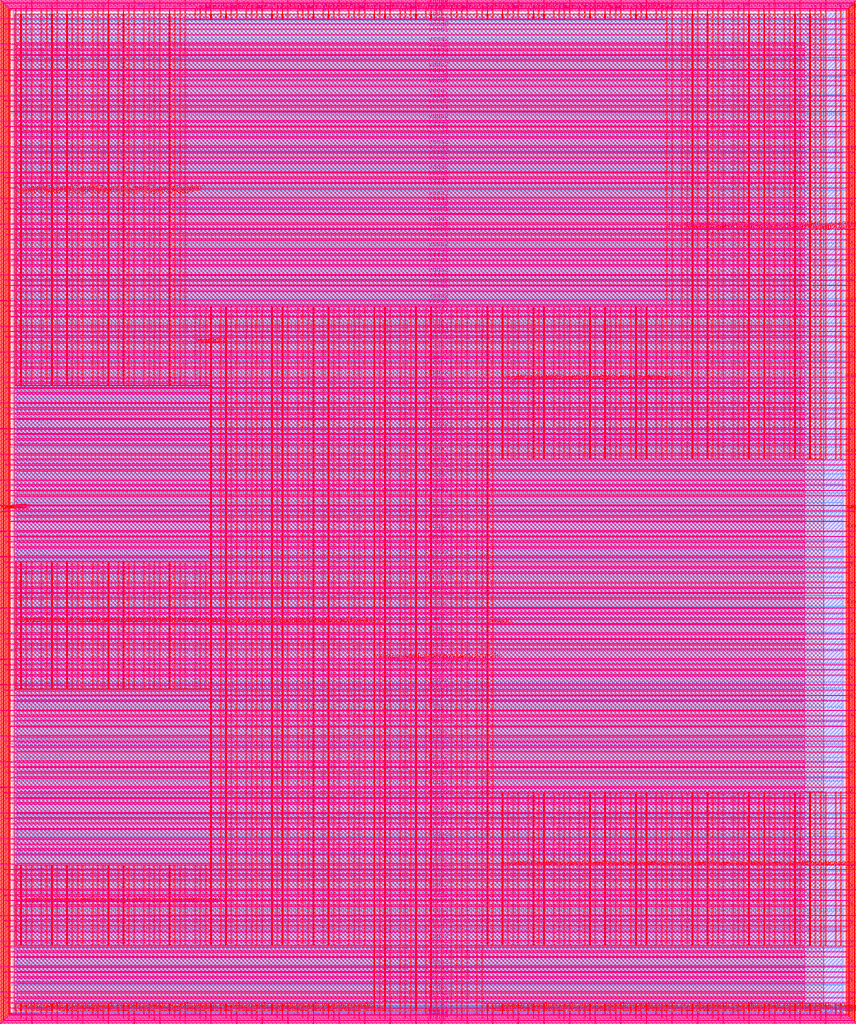
<source format=lef>
VERSION 5.7 ;
  NOWIREEXTENSIONATPIN ON ;
  DIVIDERCHAR "/" ;
  BUSBITCHARS "[]" ;
MACRO user_project_wrapper
  CLASS BLOCK ;
  FOREIGN user_project_wrapper ;
  ORIGIN 0.000 0.000 ;
  SIZE 2920.000 BY 3520.000 ;
  PIN analog_io[0]
    DIRECTION INOUT ;
    USE SIGNAL ;
    PORT
      LAYER met3 ;
        RECT 2917.600 1426.380 2924.800 1427.580 ;
    END
  END analog_io[0]
  PIN analog_io[10]
    DIRECTION INOUT ;
    USE SIGNAL ;
    PORT
      LAYER met2 ;
        RECT 2230.490 3517.600 2231.050 3524.800 ;
    END
  END analog_io[10]
  PIN analog_io[11]
    DIRECTION INOUT ;
    USE SIGNAL ;
    PORT
      LAYER met2 ;
        RECT 1905.730 3517.600 1906.290 3524.800 ;
    END
  END analog_io[11]
  PIN analog_io[12]
    DIRECTION INOUT ;
    USE SIGNAL ;
    PORT
      LAYER met2 ;
        RECT 1581.430 3517.600 1581.990 3524.800 ;
    END
  END analog_io[12]
  PIN analog_io[13]
    DIRECTION INOUT ;
    USE SIGNAL ;
    PORT
      LAYER met2 ;
        RECT 1257.130 3517.600 1257.690 3524.800 ;
    END
  END analog_io[13]
  PIN analog_io[14]
    DIRECTION INOUT ;
    USE SIGNAL ;
    PORT
      LAYER met2 ;
        RECT 932.370 3517.600 932.930 3524.800 ;
    END
  END analog_io[14]
  PIN analog_io[15]
    DIRECTION INOUT ;
    USE SIGNAL ;
    PORT
      LAYER met2 ;
        RECT 608.070 3517.600 608.630 3524.800 ;
    END
  END analog_io[15]
  PIN analog_io[16]
    DIRECTION INOUT ;
    USE SIGNAL ;
    PORT
      LAYER met2 ;
        RECT 283.770 3517.600 284.330 3524.800 ;
    END
  END analog_io[16]
  PIN analog_io[17]
    DIRECTION INOUT ;
    USE SIGNAL ;
    PORT
      LAYER met3 ;
        RECT -4.800 3486.100 2.400 3487.300 ;
    END
  END analog_io[17]
  PIN analog_io[18]
    DIRECTION INOUT ;
    USE SIGNAL ;
    PORT
      LAYER met3 ;
        RECT -4.800 3224.980 2.400 3226.180 ;
    END
  END analog_io[18]
  PIN analog_io[19]
    DIRECTION INOUT ;
    USE SIGNAL ;
    PORT
      LAYER met3 ;
        RECT -4.800 2964.540 2.400 2965.740 ;
    END
  END analog_io[19]
  PIN analog_io[1]
    DIRECTION INOUT ;
    USE SIGNAL ;
    PORT
      LAYER met3 ;
        RECT 2917.600 1692.260 2924.800 1693.460 ;
    END
  END analog_io[1]
  PIN analog_io[20]
    DIRECTION INOUT ;
    USE SIGNAL ;
    PORT
      LAYER met3 ;
        RECT -4.800 2703.420 2.400 2704.620 ;
    END
  END analog_io[20]
  PIN analog_io[21]
    DIRECTION INOUT ;
    USE SIGNAL ;
    PORT
      LAYER met3 ;
        RECT -4.800 2442.980 2.400 2444.180 ;
    END
  END analog_io[21]
  PIN analog_io[22]
    DIRECTION INOUT ;
    USE SIGNAL ;
    PORT
      LAYER met3 ;
        RECT -4.800 2182.540 2.400 2183.740 ;
    END
  END analog_io[22]
  PIN analog_io[23]
    DIRECTION INOUT ;
    USE SIGNAL ;
    PORT
      LAYER met3 ;
        RECT -4.800 1921.420 2.400 1922.620 ;
    END
  END analog_io[23]
  PIN analog_io[24]
    DIRECTION INOUT ;
    USE SIGNAL ;
    PORT
      LAYER met3 ;
        RECT -4.800 1660.980 2.400 1662.180 ;
    END
  END analog_io[24]
  PIN analog_io[25]
    DIRECTION INOUT ;
    USE SIGNAL ;
    PORT
      LAYER met3 ;
        RECT -4.800 1399.860 2.400 1401.060 ;
    END
  END analog_io[25]
  PIN analog_io[26]
    DIRECTION INOUT ;
    USE SIGNAL ;
    PORT
      LAYER met3 ;
        RECT -4.800 1139.420 2.400 1140.620 ;
    END
  END analog_io[26]
  PIN analog_io[27]
    DIRECTION INOUT ;
    USE SIGNAL ;
    PORT
      LAYER met3 ;
        RECT -4.800 878.980 2.400 880.180 ;
    END
  END analog_io[27]
  PIN analog_io[28]
    DIRECTION INOUT ;
    USE SIGNAL ;
    PORT
      LAYER met3 ;
        RECT -4.800 617.860 2.400 619.060 ;
    END
  END analog_io[28]
  PIN analog_io[2]
    DIRECTION INOUT ;
    USE SIGNAL ;
    PORT
      LAYER met3 ;
        RECT 2917.600 1958.140 2924.800 1959.340 ;
    END
  END analog_io[2]
  PIN analog_io[3]
    DIRECTION INOUT ;
    USE SIGNAL ;
    PORT
      LAYER met3 ;
        RECT 2917.600 2223.340 2924.800 2224.540 ;
    END
  END analog_io[3]
  PIN analog_io[4]
    DIRECTION INOUT ;
    USE SIGNAL ;
    PORT
      LAYER met3 ;
        RECT 2917.600 2489.220 2924.800 2490.420 ;
    END
  END analog_io[4]
  PIN analog_io[5]
    DIRECTION INOUT ;
    USE SIGNAL ;
    PORT
      LAYER met3 ;
        RECT 2917.600 2755.100 2924.800 2756.300 ;
    END
  END analog_io[5]
  PIN analog_io[6]
    DIRECTION INOUT ;
    USE SIGNAL ;
    PORT
      LAYER met3 ;
        RECT 2917.600 3020.300 2924.800 3021.500 ;
    END
  END analog_io[6]
  PIN analog_io[7]
    DIRECTION INOUT ;
    USE SIGNAL ;
    PORT
      LAYER met3 ;
        RECT 2917.600 3286.180 2924.800 3287.380 ;
    END
  END analog_io[7]
  PIN analog_io[8]
    DIRECTION INOUT ;
    USE SIGNAL ;
    PORT
      LAYER met2 ;
        RECT 2879.090 3517.600 2879.650 3524.800 ;
    END
  END analog_io[8]
  PIN analog_io[9]
    DIRECTION INOUT ;
    USE SIGNAL ;
    PORT
      LAYER met2 ;
        RECT 2554.790 3517.600 2555.350 3524.800 ;
    END
  END analog_io[9]
  PIN io_in[0]
    DIRECTION INPUT ;
    USE SIGNAL ;
    PORT
      LAYER met3 ;
        RECT 2917.600 32.380 2924.800 33.580 ;
    END
  END io_in[0]
  PIN io_in[10]
    DIRECTION INPUT ;
    USE SIGNAL ;
    PORT
      LAYER met3 ;
        RECT 2917.600 2289.980 2924.800 2291.180 ;
    END
  END io_in[10]
  PIN io_in[11]
    DIRECTION INPUT ;
    USE SIGNAL ;
    PORT
      LAYER met3 ;
        RECT 2917.600 2555.860 2924.800 2557.060 ;
    END
  END io_in[11]
  PIN io_in[12]
    DIRECTION INPUT ;
    USE SIGNAL ;
    PORT
      LAYER met3 ;
        RECT 2917.600 2821.060 2924.800 2822.260 ;
    END
  END io_in[12]
  PIN io_in[13]
    DIRECTION INPUT ;
    USE SIGNAL ;
    PORT
      LAYER met3 ;
        RECT 2917.600 3086.940 2924.800 3088.140 ;
    END
  END io_in[13]
  PIN io_in[14]
    DIRECTION INPUT ;
    USE SIGNAL ;
    PORT
      LAYER met3 ;
        RECT 2917.600 3352.820 2924.800 3354.020 ;
    END
  END io_in[14]
  PIN io_in[15]
    DIRECTION INPUT ;
    USE SIGNAL ;
    PORT
      LAYER met2 ;
        RECT 2798.130 3517.600 2798.690 3524.800 ;
    END
  END io_in[15]
  PIN io_in[16]
    DIRECTION INPUT ;
    USE SIGNAL ;
    PORT
      LAYER met2 ;
        RECT 2473.830 3517.600 2474.390 3524.800 ;
    END
  END io_in[16]
  PIN io_in[17]
    DIRECTION INPUT ;
    USE SIGNAL ;
    PORT
      LAYER met2 ;
        RECT 2149.070 3517.600 2149.630 3524.800 ;
    END
  END io_in[17]
  PIN io_in[18]
    DIRECTION INPUT ;
    USE SIGNAL ;
    PORT
      LAYER met2 ;
        RECT 1824.770 3517.600 1825.330 3524.800 ;
    END
  END io_in[18]
  PIN io_in[19]
    DIRECTION INPUT ;
    USE SIGNAL ;
    PORT
      LAYER met2 ;
        RECT 1500.470 3517.600 1501.030 3524.800 ;
    END
  END io_in[19]
  PIN io_in[1]
    DIRECTION INPUT ;
    USE SIGNAL ;
    PORT
      LAYER met3 ;
        RECT 2917.600 230.940 2924.800 232.140 ;
    END
  END io_in[1]
  PIN io_in[20]
    DIRECTION INPUT ;
    USE SIGNAL ;
    PORT
      LAYER met2 ;
        RECT 1175.710 3517.600 1176.270 3524.800 ;
    END
  END io_in[20]
  PIN io_in[21]
    DIRECTION INPUT ;
    USE SIGNAL ;
    PORT
      LAYER met2 ;
        RECT 851.410 3517.600 851.970 3524.800 ;
    END
  END io_in[21]
  PIN io_in[22]
    DIRECTION INPUT ;
    USE SIGNAL ;
    PORT
      LAYER met2 ;
        RECT 527.110 3517.600 527.670 3524.800 ;
    END
  END io_in[22]
  PIN io_in[23]
    DIRECTION INPUT ;
    USE SIGNAL ;
    PORT
      LAYER met2 ;
        RECT 202.350 3517.600 202.910 3524.800 ;
    END
  END io_in[23]
  PIN io_in[24]
    DIRECTION INPUT ;
    USE SIGNAL ;
    PORT
      LAYER met3 ;
        RECT -4.800 3420.820 2.400 3422.020 ;
    END
  END io_in[24]
  PIN io_in[25]
    DIRECTION INPUT ;
    USE SIGNAL ;
    PORT
      LAYER met3 ;
        RECT -4.800 3159.700 2.400 3160.900 ;
    END
  END io_in[25]
  PIN io_in[26]
    DIRECTION INPUT ;
    USE SIGNAL ;
    PORT
      LAYER met3 ;
        RECT -4.800 2899.260 2.400 2900.460 ;
    END
  END io_in[26]
  PIN io_in[27]
    DIRECTION INPUT ;
    USE SIGNAL ;
    PORT
      LAYER met3 ;
        RECT -4.800 2638.820 2.400 2640.020 ;
    END
  END io_in[27]
  PIN io_in[28]
    DIRECTION INPUT ;
    USE SIGNAL ;
    PORT
      LAYER met3 ;
        RECT -4.800 2377.700 2.400 2378.900 ;
    END
  END io_in[28]
  PIN io_in[29]
    DIRECTION INPUT ;
    USE SIGNAL ;
    PORT
      LAYER met3 ;
        RECT -4.800 2117.260 2.400 2118.460 ;
    END
  END io_in[29]
  PIN io_in[2]
    DIRECTION INPUT ;
    USE SIGNAL ;
    PORT
      LAYER met3 ;
        RECT 2917.600 430.180 2924.800 431.380 ;
    END
  END io_in[2]
  PIN io_in[30]
    DIRECTION INPUT ;
    USE SIGNAL ;
    PORT
      LAYER met3 ;
        RECT -4.800 1856.140 2.400 1857.340 ;
    END
  END io_in[30]
  PIN io_in[31]
    DIRECTION INPUT ;
    USE SIGNAL ;
    PORT
      LAYER met3 ;
        RECT -4.800 1595.700 2.400 1596.900 ;
    END
  END io_in[31]
  PIN io_in[32]
    DIRECTION INPUT ;
    USE SIGNAL ;
    PORT
      LAYER met3 ;
        RECT -4.800 1335.260 2.400 1336.460 ;
    END
  END io_in[32]
  PIN io_in[33]
    DIRECTION INPUT ;
    USE SIGNAL ;
    PORT
      LAYER met3 ;
        RECT -4.800 1074.140 2.400 1075.340 ;
    END
  END io_in[33]
  PIN io_in[34]
    DIRECTION INPUT ;
    USE SIGNAL ;
    PORT
      LAYER met3 ;
        RECT -4.800 813.700 2.400 814.900 ;
    END
  END io_in[34]
  PIN io_in[35]
    DIRECTION INPUT ;
    USE SIGNAL ;
    PORT
      LAYER met3 ;
        RECT -4.800 552.580 2.400 553.780 ;
    END
  END io_in[35]
  PIN io_in[36]
    DIRECTION INPUT ;
    USE SIGNAL ;
    PORT
      LAYER met3 ;
        RECT -4.800 357.420 2.400 358.620 ;
    END
  END io_in[36]
  PIN io_in[37]
    DIRECTION INPUT ;
    USE SIGNAL ;
    PORT
      LAYER met3 ;
        RECT -4.800 161.580 2.400 162.780 ;
    END
  END io_in[37]
  PIN io_in[3]
    DIRECTION INPUT ;
    USE SIGNAL ;
    PORT
      LAYER met3 ;
        RECT 2917.600 629.420 2924.800 630.620 ;
    END
  END io_in[3]
  PIN io_in[4]
    DIRECTION INPUT ;
    USE SIGNAL ;
    PORT
      LAYER met3 ;
        RECT 2917.600 828.660 2924.800 829.860 ;
    END
  END io_in[4]
  PIN io_in[5]
    DIRECTION INPUT ;
    USE SIGNAL ;
    PORT
      LAYER met3 ;
        RECT 2917.600 1027.900 2924.800 1029.100 ;
    END
  END io_in[5]
  PIN io_in[6]
    DIRECTION INPUT ;
    USE SIGNAL ;
    PORT
      LAYER met3 ;
        RECT 2917.600 1227.140 2924.800 1228.340 ;
    END
  END io_in[6]
  PIN io_in[7]
    DIRECTION INPUT ;
    USE SIGNAL ;
    PORT
      LAYER met3 ;
        RECT 2917.600 1493.020 2924.800 1494.220 ;
    END
  END io_in[7]
  PIN io_in[8]
    DIRECTION INPUT ;
    USE SIGNAL ;
    PORT
      LAYER met3 ;
        RECT 2917.600 1758.900 2924.800 1760.100 ;
    END
  END io_in[8]
  PIN io_in[9]
    DIRECTION INPUT ;
    USE SIGNAL ;
    PORT
      LAYER met3 ;
        RECT 2917.600 2024.100 2924.800 2025.300 ;
    END
  END io_in[9]
  PIN io_oeb[0]
    DIRECTION OUTPUT TRISTATE ;
    USE SIGNAL ;
    PORT
      LAYER met3 ;
        RECT 2917.600 164.980 2924.800 166.180 ;
    END
  END io_oeb[0]
  PIN io_oeb[10]
    DIRECTION OUTPUT TRISTATE ;
    USE SIGNAL ;
    PORT
      LAYER met3 ;
        RECT 2917.600 2422.580 2924.800 2423.780 ;
    END
  END io_oeb[10]
  PIN io_oeb[11]
    DIRECTION OUTPUT TRISTATE ;
    USE SIGNAL ;
    PORT
      LAYER met3 ;
        RECT 2917.600 2688.460 2924.800 2689.660 ;
    END
  END io_oeb[11]
  PIN io_oeb[12]
    DIRECTION OUTPUT TRISTATE ;
    USE SIGNAL ;
    PORT
      LAYER met3 ;
        RECT 2917.600 2954.340 2924.800 2955.540 ;
    END
  END io_oeb[12]
  PIN io_oeb[13]
    DIRECTION OUTPUT TRISTATE ;
    USE SIGNAL ;
    PORT
      LAYER met3 ;
        RECT 2917.600 3219.540 2924.800 3220.740 ;
    END
  END io_oeb[13]
  PIN io_oeb[14]
    DIRECTION OUTPUT TRISTATE ;
    USE SIGNAL ;
    PORT
      LAYER met3 ;
        RECT 2917.600 3485.420 2924.800 3486.620 ;
    END
  END io_oeb[14]
  PIN io_oeb[15]
    DIRECTION OUTPUT TRISTATE ;
    USE SIGNAL ;
    PORT
      LAYER met2 ;
        RECT 2635.750 3517.600 2636.310 3524.800 ;
    END
  END io_oeb[15]
  PIN io_oeb[16]
    DIRECTION OUTPUT TRISTATE ;
    USE SIGNAL ;
    PORT
      LAYER met2 ;
        RECT 2311.450 3517.600 2312.010 3524.800 ;
    END
  END io_oeb[16]
  PIN io_oeb[17]
    DIRECTION OUTPUT TRISTATE ;
    USE SIGNAL ;
    PORT
      LAYER met2 ;
        RECT 1987.150 3517.600 1987.710 3524.800 ;
    END
  END io_oeb[17]
  PIN io_oeb[18]
    DIRECTION OUTPUT TRISTATE ;
    USE SIGNAL ;
    PORT
      LAYER met2 ;
        RECT 1662.390 3517.600 1662.950 3524.800 ;
    END
  END io_oeb[18]
  PIN io_oeb[19]
    DIRECTION OUTPUT TRISTATE ;
    USE SIGNAL ;
    PORT
      LAYER met2 ;
        RECT 1338.090 3517.600 1338.650 3524.800 ;
    END
  END io_oeb[19]
  PIN io_oeb[1]
    DIRECTION OUTPUT TRISTATE ;
    USE SIGNAL ;
    PORT
      LAYER met3 ;
        RECT 2917.600 364.220 2924.800 365.420 ;
    END
  END io_oeb[1]
  PIN io_oeb[20]
    DIRECTION OUTPUT TRISTATE ;
    USE SIGNAL ;
    PORT
      LAYER met2 ;
        RECT 1013.790 3517.600 1014.350 3524.800 ;
    END
  END io_oeb[20]
  PIN io_oeb[21]
    DIRECTION OUTPUT TRISTATE ;
    USE SIGNAL ;
    PORT
      LAYER met2 ;
        RECT 689.030 3517.600 689.590 3524.800 ;
    END
  END io_oeb[21]
  PIN io_oeb[22]
    DIRECTION OUTPUT TRISTATE ;
    USE SIGNAL ;
    PORT
      LAYER met2 ;
        RECT 364.730 3517.600 365.290 3524.800 ;
    END
  END io_oeb[22]
  PIN io_oeb[23]
    DIRECTION OUTPUT TRISTATE ;
    USE SIGNAL ;
    PORT
      LAYER met2 ;
        RECT 40.430 3517.600 40.990 3524.800 ;
    END
  END io_oeb[23]
  PIN io_oeb[24]
    DIRECTION OUTPUT TRISTATE ;
    USE SIGNAL ;
    PORT
      LAYER met3 ;
        RECT -4.800 3290.260 2.400 3291.460 ;
    END
  END io_oeb[24]
  PIN io_oeb[25]
    DIRECTION OUTPUT TRISTATE ;
    USE SIGNAL ;
    PORT
      LAYER met3 ;
        RECT -4.800 3029.820 2.400 3031.020 ;
    END
  END io_oeb[25]
  PIN io_oeb[26]
    DIRECTION OUTPUT TRISTATE ;
    USE SIGNAL ;
    PORT
      LAYER met3 ;
        RECT -4.800 2768.700 2.400 2769.900 ;
    END
  END io_oeb[26]
  PIN io_oeb[27]
    DIRECTION OUTPUT TRISTATE ;
    USE SIGNAL ;
    PORT
      LAYER met3 ;
        RECT -4.800 2508.260 2.400 2509.460 ;
    END
  END io_oeb[27]
  PIN io_oeb[28]
    DIRECTION OUTPUT TRISTATE ;
    USE SIGNAL ;
    PORT
      LAYER met3 ;
        RECT -4.800 2247.140 2.400 2248.340 ;
    END
  END io_oeb[28]
  PIN io_oeb[29]
    DIRECTION OUTPUT TRISTATE ;
    USE SIGNAL ;
    PORT
      LAYER met3 ;
        RECT -4.800 1986.700 2.400 1987.900 ;
    END
  END io_oeb[29]
  PIN io_oeb[2]
    DIRECTION OUTPUT TRISTATE ;
    USE SIGNAL ;
    PORT
      LAYER met3 ;
        RECT 2917.600 563.460 2924.800 564.660 ;
    END
  END io_oeb[2]
  PIN io_oeb[30]
    DIRECTION OUTPUT TRISTATE ;
    USE SIGNAL ;
    PORT
      LAYER met3 ;
        RECT -4.800 1726.260 2.400 1727.460 ;
    END
  END io_oeb[30]
  PIN io_oeb[31]
    DIRECTION OUTPUT TRISTATE ;
    USE SIGNAL ;
    PORT
      LAYER met3 ;
        RECT -4.800 1465.140 2.400 1466.340 ;
    END
  END io_oeb[31]
  PIN io_oeb[32]
    DIRECTION OUTPUT TRISTATE ;
    USE SIGNAL ;
    PORT
      LAYER met3 ;
        RECT -4.800 1204.700 2.400 1205.900 ;
    END
  END io_oeb[32]
  PIN io_oeb[33]
    DIRECTION OUTPUT TRISTATE ;
    USE SIGNAL ;
    PORT
      LAYER met3 ;
        RECT -4.800 943.580 2.400 944.780 ;
    END
  END io_oeb[33]
  PIN io_oeb[34]
    DIRECTION OUTPUT TRISTATE ;
    USE SIGNAL ;
    PORT
      LAYER met3 ;
        RECT -4.800 683.140 2.400 684.340 ;
    END
  END io_oeb[34]
  PIN io_oeb[35]
    DIRECTION OUTPUT TRISTATE ;
    USE SIGNAL ;
    PORT
      LAYER met3 ;
        RECT -4.800 422.700 2.400 423.900 ;
    END
  END io_oeb[35]
  PIN io_oeb[36]
    DIRECTION OUTPUT TRISTATE ;
    USE SIGNAL ;
    PORT
      LAYER met3 ;
        RECT -4.800 226.860 2.400 228.060 ;
    END
  END io_oeb[36]
  PIN io_oeb[37]
    DIRECTION OUTPUT TRISTATE ;
    USE SIGNAL ;
    PORT
      LAYER met3 ;
        RECT -4.800 31.700 2.400 32.900 ;
    END
  END io_oeb[37]
  PIN io_oeb[3]
    DIRECTION OUTPUT TRISTATE ;
    USE SIGNAL ;
    PORT
      LAYER met3 ;
        RECT 2917.600 762.700 2924.800 763.900 ;
    END
  END io_oeb[3]
  PIN io_oeb[4]
    DIRECTION OUTPUT TRISTATE ;
    USE SIGNAL ;
    PORT
      LAYER met3 ;
        RECT 2917.600 961.940 2924.800 963.140 ;
    END
  END io_oeb[4]
  PIN io_oeb[5]
    DIRECTION OUTPUT TRISTATE ;
    USE SIGNAL ;
    PORT
      LAYER met3 ;
        RECT 2917.600 1161.180 2924.800 1162.380 ;
    END
  END io_oeb[5]
  PIN io_oeb[6]
    DIRECTION OUTPUT TRISTATE ;
    USE SIGNAL ;
    PORT
      LAYER met3 ;
        RECT 2917.600 1360.420 2924.800 1361.620 ;
    END
  END io_oeb[6]
  PIN io_oeb[7]
    DIRECTION OUTPUT TRISTATE ;
    USE SIGNAL ;
    PORT
      LAYER met3 ;
        RECT 2917.600 1625.620 2924.800 1626.820 ;
    END
  END io_oeb[7]
  PIN io_oeb[8]
    DIRECTION OUTPUT TRISTATE ;
    USE SIGNAL ;
    PORT
      LAYER met3 ;
        RECT 2917.600 1891.500 2924.800 1892.700 ;
    END
  END io_oeb[8]
  PIN io_oeb[9]
    DIRECTION OUTPUT TRISTATE ;
    USE SIGNAL ;
    PORT
      LAYER met3 ;
        RECT 2917.600 2157.380 2924.800 2158.580 ;
    END
  END io_oeb[9]
  PIN io_out[0]
    DIRECTION OUTPUT TRISTATE ;
    USE SIGNAL ;
    PORT
      LAYER met3 ;
        RECT 2917.600 98.340 2924.800 99.540 ;
    END
  END io_out[0]
  PIN io_out[10]
    DIRECTION OUTPUT TRISTATE ;
    USE SIGNAL ;
    PORT
      LAYER met3 ;
        RECT 2917.600 2356.620 2924.800 2357.820 ;
    END
  END io_out[10]
  PIN io_out[11]
    DIRECTION OUTPUT TRISTATE ;
    USE SIGNAL ;
    PORT
      LAYER met3 ;
        RECT 2917.600 2621.820 2924.800 2623.020 ;
    END
  END io_out[11]
  PIN io_out[12]
    DIRECTION OUTPUT TRISTATE ;
    USE SIGNAL ;
    PORT
      LAYER met3 ;
        RECT 2917.600 2887.700 2924.800 2888.900 ;
    END
  END io_out[12]
  PIN io_out[13]
    DIRECTION OUTPUT TRISTATE ;
    USE SIGNAL ;
    PORT
      LAYER met3 ;
        RECT 2917.600 3153.580 2924.800 3154.780 ;
    END
  END io_out[13]
  PIN io_out[14]
    DIRECTION OUTPUT TRISTATE ;
    USE SIGNAL ;
    PORT
      LAYER met3 ;
        RECT 2917.600 3418.780 2924.800 3419.980 ;
    END
  END io_out[14]
  PIN io_out[15]
    DIRECTION OUTPUT TRISTATE ;
    USE SIGNAL ;
    PORT
      LAYER met2 ;
        RECT 2717.170 3517.600 2717.730 3524.800 ;
    END
  END io_out[15]
  PIN io_out[16]
    DIRECTION OUTPUT TRISTATE ;
    USE SIGNAL ;
    PORT
      LAYER met2 ;
        RECT 2392.410 3517.600 2392.970 3524.800 ;
    END
  END io_out[16]
  PIN io_out[17]
    DIRECTION OUTPUT TRISTATE ;
    USE SIGNAL ;
    PORT
      LAYER met2 ;
        RECT 2068.110 3517.600 2068.670 3524.800 ;
    END
  END io_out[17]
  PIN io_out[18]
    DIRECTION OUTPUT TRISTATE ;
    USE SIGNAL ;
    PORT
      LAYER met2 ;
        RECT 1743.810 3517.600 1744.370 3524.800 ;
    END
  END io_out[18]
  PIN io_out[19]
    DIRECTION OUTPUT TRISTATE ;
    USE SIGNAL ;
    PORT
      LAYER met2 ;
        RECT 1419.050 3517.600 1419.610 3524.800 ;
    END
  END io_out[19]
  PIN io_out[1]
    DIRECTION OUTPUT TRISTATE ;
    USE SIGNAL ;
    PORT
      LAYER met3 ;
        RECT 2917.600 297.580 2924.800 298.780 ;
    END
  END io_out[1]
  PIN io_out[20]
    DIRECTION OUTPUT TRISTATE ;
    USE SIGNAL ;
    PORT
      LAYER met2 ;
        RECT 1094.750 3517.600 1095.310 3524.800 ;
    END
  END io_out[20]
  PIN io_out[21]
    DIRECTION OUTPUT TRISTATE ;
    USE SIGNAL ;
    PORT
      LAYER met2 ;
        RECT 770.450 3517.600 771.010 3524.800 ;
    END
  END io_out[21]
  PIN io_out[22]
    DIRECTION OUTPUT TRISTATE ;
    USE SIGNAL ;
    PORT
      LAYER met2 ;
        RECT 445.690 3517.600 446.250 3524.800 ;
    END
  END io_out[22]
  PIN io_out[23]
    DIRECTION OUTPUT TRISTATE ;
    USE SIGNAL ;
    PORT
      LAYER met2 ;
        RECT 121.390 3517.600 121.950 3524.800 ;
    END
  END io_out[23]
  PIN io_out[24]
    DIRECTION OUTPUT TRISTATE ;
    USE SIGNAL ;
    PORT
      LAYER met3 ;
        RECT -4.800 3355.540 2.400 3356.740 ;
    END
  END io_out[24]
  PIN io_out[25]
    DIRECTION OUTPUT TRISTATE ;
    USE SIGNAL ;
    PORT
      LAYER met3 ;
        RECT -4.800 3095.100 2.400 3096.300 ;
    END
  END io_out[25]
  PIN io_out[26]
    DIRECTION OUTPUT TRISTATE ;
    USE SIGNAL ;
    PORT
      LAYER met3 ;
        RECT -4.800 2833.980 2.400 2835.180 ;
    END
  END io_out[26]
  PIN io_out[27]
    DIRECTION OUTPUT TRISTATE ;
    USE SIGNAL ;
    PORT
      LAYER met3 ;
        RECT -4.800 2573.540 2.400 2574.740 ;
    END
  END io_out[27]
  PIN io_out[28]
    DIRECTION OUTPUT TRISTATE ;
    USE SIGNAL ;
    PORT
      LAYER met3 ;
        RECT -4.800 2312.420 2.400 2313.620 ;
    END
  END io_out[28]
  PIN io_out[29]
    DIRECTION OUTPUT TRISTATE ;
    USE SIGNAL ;
    PORT
      LAYER met3 ;
        RECT -4.800 2051.980 2.400 2053.180 ;
    END
  END io_out[29]
  PIN io_out[2]
    DIRECTION OUTPUT TRISTATE ;
    USE SIGNAL ;
    PORT
      LAYER met3 ;
        RECT 2917.600 496.820 2924.800 498.020 ;
    END
  END io_out[2]
  PIN io_out[30]
    DIRECTION OUTPUT TRISTATE ;
    USE SIGNAL ;
    PORT
      LAYER met3 ;
        RECT -4.800 1791.540 2.400 1792.740 ;
    END
  END io_out[30]
  PIN io_out[31]
    DIRECTION OUTPUT TRISTATE ;
    USE SIGNAL ;
    PORT
      LAYER met3 ;
        RECT -4.800 1530.420 2.400 1531.620 ;
    END
  END io_out[31]
  PIN io_out[32]
    DIRECTION OUTPUT TRISTATE ;
    USE SIGNAL ;
    PORT
      LAYER met3 ;
        RECT -4.800 1269.980 2.400 1271.180 ;
    END
  END io_out[32]
  PIN io_out[33]
    DIRECTION OUTPUT TRISTATE ;
    USE SIGNAL ;
    PORT
      LAYER met3 ;
        RECT -4.800 1008.860 2.400 1010.060 ;
    END
  END io_out[33]
  PIN io_out[34]
    DIRECTION OUTPUT TRISTATE ;
    USE SIGNAL ;
    PORT
      LAYER met3 ;
        RECT -4.800 748.420 2.400 749.620 ;
    END
  END io_out[34]
  PIN io_out[35]
    DIRECTION OUTPUT TRISTATE ;
    USE SIGNAL ;
    PORT
      LAYER met3 ;
        RECT -4.800 487.300 2.400 488.500 ;
    END
  END io_out[35]
  PIN io_out[36]
    DIRECTION OUTPUT TRISTATE ;
    USE SIGNAL ;
    PORT
      LAYER met3 ;
        RECT -4.800 292.140 2.400 293.340 ;
    END
  END io_out[36]
  PIN io_out[37]
    DIRECTION OUTPUT TRISTATE ;
    USE SIGNAL ;
    PORT
      LAYER met3 ;
        RECT -4.800 96.300 2.400 97.500 ;
    END
  END io_out[37]
  PIN io_out[3]
    DIRECTION OUTPUT TRISTATE ;
    USE SIGNAL ;
    PORT
      LAYER met3 ;
        RECT 2917.600 696.060 2924.800 697.260 ;
    END
  END io_out[3]
  PIN io_out[4]
    DIRECTION OUTPUT TRISTATE ;
    USE SIGNAL ;
    PORT
      LAYER met3 ;
        RECT 2917.600 895.300 2924.800 896.500 ;
    END
  END io_out[4]
  PIN io_out[5]
    DIRECTION OUTPUT TRISTATE ;
    USE SIGNAL ;
    PORT
      LAYER met3 ;
        RECT 2917.600 1094.540 2924.800 1095.740 ;
    END
  END io_out[5]
  PIN io_out[6]
    DIRECTION OUTPUT TRISTATE ;
    USE SIGNAL ;
    PORT
      LAYER met3 ;
        RECT 2917.600 1293.780 2924.800 1294.980 ;
    END
  END io_out[6]
  PIN io_out[7]
    DIRECTION OUTPUT TRISTATE ;
    USE SIGNAL ;
    PORT
      LAYER met3 ;
        RECT 2917.600 1559.660 2924.800 1560.860 ;
    END
  END io_out[7]
  PIN io_out[8]
    DIRECTION OUTPUT TRISTATE ;
    USE SIGNAL ;
    PORT
      LAYER met3 ;
        RECT 2917.600 1824.860 2924.800 1826.060 ;
    END
  END io_out[8]
  PIN io_out[9]
    DIRECTION OUTPUT TRISTATE ;
    USE SIGNAL ;
    PORT
      LAYER met3 ;
        RECT 2917.600 2090.740 2924.800 2091.940 ;
    END
  END io_out[9]
  PIN la_data_in[0]
    DIRECTION INPUT ;
    USE SIGNAL ;
    PORT
      LAYER met2 ;
        RECT 629.230 -4.800 629.790 2.400 ;
    END
  END la_data_in[0]
  PIN la_data_in[100]
    DIRECTION INPUT ;
    USE SIGNAL ;
    PORT
      LAYER met2 ;
        RECT 2402.530 -4.800 2403.090 2.400 ;
    END
  END la_data_in[100]
  PIN la_data_in[101]
    DIRECTION INPUT ;
    USE SIGNAL ;
    PORT
      LAYER met2 ;
        RECT 2420.010 -4.800 2420.570 2.400 ;
    END
  END la_data_in[101]
  PIN la_data_in[102]
    DIRECTION INPUT ;
    USE SIGNAL ;
    PORT
      LAYER met2 ;
        RECT 2437.950 -4.800 2438.510 2.400 ;
    END
  END la_data_in[102]
  PIN la_data_in[103]
    DIRECTION INPUT ;
    USE SIGNAL ;
    PORT
      LAYER met2 ;
        RECT 2455.430 -4.800 2455.990 2.400 ;
    END
  END la_data_in[103]
  PIN la_data_in[104]
    DIRECTION INPUT ;
    USE SIGNAL ;
    PORT
      LAYER met2 ;
        RECT 2473.370 -4.800 2473.930 2.400 ;
    END
  END la_data_in[104]
  PIN la_data_in[105]
    DIRECTION INPUT ;
    USE SIGNAL ;
    PORT
      LAYER met2 ;
        RECT 2490.850 -4.800 2491.410 2.400 ;
    END
  END la_data_in[105]
  PIN la_data_in[106]
    DIRECTION INPUT ;
    USE SIGNAL ;
    PORT
      LAYER met2 ;
        RECT 2508.790 -4.800 2509.350 2.400 ;
    END
  END la_data_in[106]
  PIN la_data_in[107]
    DIRECTION INPUT ;
    USE SIGNAL ;
    PORT
      LAYER met2 ;
        RECT 2526.730 -4.800 2527.290 2.400 ;
    END
  END la_data_in[107]
  PIN la_data_in[108]
    DIRECTION INPUT ;
    USE SIGNAL ;
    PORT
      LAYER met2 ;
        RECT 2544.210 -4.800 2544.770 2.400 ;
    END
  END la_data_in[108]
  PIN la_data_in[109]
    DIRECTION INPUT ;
    USE SIGNAL ;
    PORT
      LAYER met2 ;
        RECT 2562.150 -4.800 2562.710 2.400 ;
    END
  END la_data_in[109]
  PIN la_data_in[10]
    DIRECTION INPUT ;
    USE SIGNAL ;
    PORT
      LAYER met2 ;
        RECT 806.330 -4.800 806.890 2.400 ;
    END
  END la_data_in[10]
  PIN la_data_in[110]
    DIRECTION INPUT ;
    USE SIGNAL ;
    PORT
      LAYER met2 ;
        RECT 2579.630 -4.800 2580.190 2.400 ;
    END
  END la_data_in[110]
  PIN la_data_in[111]
    DIRECTION INPUT ;
    USE SIGNAL ;
    PORT
      LAYER met2 ;
        RECT 2597.570 -4.800 2598.130 2.400 ;
    END
  END la_data_in[111]
  PIN la_data_in[112]
    DIRECTION INPUT ;
    USE SIGNAL ;
    PORT
      LAYER met2 ;
        RECT 2615.050 -4.800 2615.610 2.400 ;
    END
  END la_data_in[112]
  PIN la_data_in[113]
    DIRECTION INPUT ;
    USE SIGNAL ;
    PORT
      LAYER met2 ;
        RECT 2632.990 -4.800 2633.550 2.400 ;
    END
  END la_data_in[113]
  PIN la_data_in[114]
    DIRECTION INPUT ;
    USE SIGNAL ;
    PORT
      LAYER met2 ;
        RECT 2650.470 -4.800 2651.030 2.400 ;
    END
  END la_data_in[114]
  PIN la_data_in[115]
    DIRECTION INPUT ;
    USE SIGNAL ;
    PORT
      LAYER met2 ;
        RECT 2668.410 -4.800 2668.970 2.400 ;
    END
  END la_data_in[115]
  PIN la_data_in[116]
    DIRECTION INPUT ;
    USE SIGNAL ;
    PORT
      LAYER met2 ;
        RECT 2685.890 -4.800 2686.450 2.400 ;
    END
  END la_data_in[116]
  PIN la_data_in[117]
    DIRECTION INPUT ;
    USE SIGNAL ;
    PORT
      LAYER met2 ;
        RECT 2703.830 -4.800 2704.390 2.400 ;
    END
  END la_data_in[117]
  PIN la_data_in[118]
    DIRECTION INPUT ;
    USE SIGNAL ;
    PORT
      LAYER met2 ;
        RECT 2721.770 -4.800 2722.330 2.400 ;
    END
  END la_data_in[118]
  PIN la_data_in[119]
    DIRECTION INPUT ;
    USE SIGNAL ;
    PORT
      LAYER met2 ;
        RECT 2739.250 -4.800 2739.810 2.400 ;
    END
  END la_data_in[119]
  PIN la_data_in[11]
    DIRECTION INPUT ;
    USE SIGNAL ;
    PORT
      LAYER met2 ;
        RECT 824.270 -4.800 824.830 2.400 ;
    END
  END la_data_in[11]
  PIN la_data_in[120]
    DIRECTION INPUT ;
    USE SIGNAL ;
    PORT
      LAYER met2 ;
        RECT 2757.190 -4.800 2757.750 2.400 ;
    END
  END la_data_in[120]
  PIN la_data_in[121]
    DIRECTION INPUT ;
    USE SIGNAL ;
    PORT
      LAYER met2 ;
        RECT 2774.670 -4.800 2775.230 2.400 ;
    END
  END la_data_in[121]
  PIN la_data_in[122]
    DIRECTION INPUT ;
    USE SIGNAL ;
    PORT
      LAYER met2 ;
        RECT 2792.610 -4.800 2793.170 2.400 ;
    END
  END la_data_in[122]
  PIN la_data_in[123]
    DIRECTION INPUT ;
    USE SIGNAL ;
    PORT
      LAYER met2 ;
        RECT 2810.090 -4.800 2810.650 2.400 ;
    END
  END la_data_in[123]
  PIN la_data_in[124]
    DIRECTION INPUT ;
    USE SIGNAL ;
    PORT
      LAYER met2 ;
        RECT 2828.030 -4.800 2828.590 2.400 ;
    END
  END la_data_in[124]
  PIN la_data_in[125]
    DIRECTION INPUT ;
    USE SIGNAL ;
    PORT
      LAYER met2 ;
        RECT 2845.510 -4.800 2846.070 2.400 ;
    END
  END la_data_in[125]
  PIN la_data_in[126]
    DIRECTION INPUT ;
    USE SIGNAL ;
    PORT
      LAYER met2 ;
        RECT 2863.450 -4.800 2864.010 2.400 ;
    END
  END la_data_in[126]
  PIN la_data_in[127]
    DIRECTION INPUT ;
    USE SIGNAL ;
    PORT
      LAYER met2 ;
        RECT 2881.390 -4.800 2881.950 2.400 ;
    END
  END la_data_in[127]
  PIN la_data_in[12]
    DIRECTION INPUT ;
    USE SIGNAL ;
    PORT
      LAYER met2 ;
        RECT 841.750 -4.800 842.310 2.400 ;
    END
  END la_data_in[12]
  PIN la_data_in[13]
    DIRECTION INPUT ;
    USE SIGNAL ;
    PORT
      LAYER met2 ;
        RECT 859.690 -4.800 860.250 2.400 ;
    END
  END la_data_in[13]
  PIN la_data_in[14]
    DIRECTION INPUT ;
    USE SIGNAL ;
    PORT
      LAYER met2 ;
        RECT 877.170 -4.800 877.730 2.400 ;
    END
  END la_data_in[14]
  PIN la_data_in[15]
    DIRECTION INPUT ;
    USE SIGNAL ;
    PORT
      LAYER met2 ;
        RECT 895.110 -4.800 895.670 2.400 ;
    END
  END la_data_in[15]
  PIN la_data_in[16]
    DIRECTION INPUT ;
    USE SIGNAL ;
    PORT
      LAYER met2 ;
        RECT 912.590 -4.800 913.150 2.400 ;
    END
  END la_data_in[16]
  PIN la_data_in[17]
    DIRECTION INPUT ;
    USE SIGNAL ;
    PORT
      LAYER met2 ;
        RECT 930.530 -4.800 931.090 2.400 ;
    END
  END la_data_in[17]
  PIN la_data_in[18]
    DIRECTION INPUT ;
    USE SIGNAL ;
    PORT
      LAYER met2 ;
        RECT 948.470 -4.800 949.030 2.400 ;
    END
  END la_data_in[18]
  PIN la_data_in[19]
    DIRECTION INPUT ;
    USE SIGNAL ;
    PORT
      LAYER met2 ;
        RECT 965.950 -4.800 966.510 2.400 ;
    END
  END la_data_in[19]
  PIN la_data_in[1]
    DIRECTION INPUT ;
    USE SIGNAL ;
    PORT
      LAYER met2 ;
        RECT 646.710 -4.800 647.270 2.400 ;
    END
  END la_data_in[1]
  PIN la_data_in[20]
    DIRECTION INPUT ;
    USE SIGNAL ;
    PORT
      LAYER met2 ;
        RECT 983.890 -4.800 984.450 2.400 ;
    END
  END la_data_in[20]
  PIN la_data_in[21]
    DIRECTION INPUT ;
    USE SIGNAL ;
    PORT
      LAYER met2 ;
        RECT 1001.370 -4.800 1001.930 2.400 ;
    END
  END la_data_in[21]
  PIN la_data_in[22]
    DIRECTION INPUT ;
    USE SIGNAL ;
    PORT
      LAYER met2 ;
        RECT 1019.310 -4.800 1019.870 2.400 ;
    END
  END la_data_in[22]
  PIN la_data_in[23]
    DIRECTION INPUT ;
    USE SIGNAL ;
    PORT
      LAYER met2 ;
        RECT 1036.790 -4.800 1037.350 2.400 ;
    END
  END la_data_in[23]
  PIN la_data_in[24]
    DIRECTION INPUT ;
    USE SIGNAL ;
    PORT
      LAYER met2 ;
        RECT 1054.730 -4.800 1055.290 2.400 ;
    END
  END la_data_in[24]
  PIN la_data_in[25]
    DIRECTION INPUT ;
    USE SIGNAL ;
    PORT
      LAYER met2 ;
        RECT 1072.210 -4.800 1072.770 2.400 ;
    END
  END la_data_in[25]
  PIN la_data_in[26]
    DIRECTION INPUT ;
    USE SIGNAL ;
    PORT
      LAYER met2 ;
        RECT 1090.150 -4.800 1090.710 2.400 ;
    END
  END la_data_in[26]
  PIN la_data_in[27]
    DIRECTION INPUT ;
    USE SIGNAL ;
    PORT
      LAYER met2 ;
        RECT 1107.630 -4.800 1108.190 2.400 ;
    END
  END la_data_in[27]
  PIN la_data_in[28]
    DIRECTION INPUT ;
    USE SIGNAL ;
    PORT
      LAYER met2 ;
        RECT 1125.570 -4.800 1126.130 2.400 ;
    END
  END la_data_in[28]
  PIN la_data_in[29]
    DIRECTION INPUT ;
    USE SIGNAL ;
    PORT
      LAYER met2 ;
        RECT 1143.510 -4.800 1144.070 2.400 ;
    END
  END la_data_in[29]
  PIN la_data_in[2]
    DIRECTION INPUT ;
    USE SIGNAL ;
    PORT
      LAYER met2 ;
        RECT 664.650 -4.800 665.210 2.400 ;
    END
  END la_data_in[2]
  PIN la_data_in[30]
    DIRECTION INPUT ;
    USE SIGNAL ;
    PORT
      LAYER met2 ;
        RECT 1160.990 -4.800 1161.550 2.400 ;
    END
  END la_data_in[30]
  PIN la_data_in[31]
    DIRECTION INPUT ;
    USE SIGNAL ;
    PORT
      LAYER met2 ;
        RECT 1178.930 -4.800 1179.490 2.400 ;
    END
  END la_data_in[31]
  PIN la_data_in[32]
    DIRECTION INPUT ;
    USE SIGNAL ;
    PORT
      LAYER met2 ;
        RECT 1196.410 -4.800 1196.970 2.400 ;
    END
  END la_data_in[32]
  PIN la_data_in[33]
    DIRECTION INPUT ;
    USE SIGNAL ;
    PORT
      LAYER met2 ;
        RECT 1214.350 -4.800 1214.910 2.400 ;
    END
  END la_data_in[33]
  PIN la_data_in[34]
    DIRECTION INPUT ;
    USE SIGNAL ;
    PORT
      LAYER met2 ;
        RECT 1231.830 -4.800 1232.390 2.400 ;
    END
  END la_data_in[34]
  PIN la_data_in[35]
    DIRECTION INPUT ;
    USE SIGNAL ;
    PORT
      LAYER met2 ;
        RECT 1249.770 -4.800 1250.330 2.400 ;
    END
  END la_data_in[35]
  PIN la_data_in[36]
    DIRECTION INPUT ;
    USE SIGNAL ;
    PORT
      LAYER met2 ;
        RECT 1267.250 -4.800 1267.810 2.400 ;
    END
  END la_data_in[36]
  PIN la_data_in[37]
    DIRECTION INPUT ;
    USE SIGNAL ;
    PORT
      LAYER met2 ;
        RECT 1285.190 -4.800 1285.750 2.400 ;
    END
  END la_data_in[37]
  PIN la_data_in[38]
    DIRECTION INPUT ;
    USE SIGNAL ;
    PORT
      LAYER met2 ;
        RECT 1303.130 -4.800 1303.690 2.400 ;
    END
  END la_data_in[38]
  PIN la_data_in[39]
    DIRECTION INPUT ;
    USE SIGNAL ;
    PORT
      LAYER met2 ;
        RECT 1320.610 -4.800 1321.170 2.400 ;
    END
  END la_data_in[39]
  PIN la_data_in[3]
    DIRECTION INPUT ;
    USE SIGNAL ;
    PORT
      LAYER met2 ;
        RECT 682.130 -4.800 682.690 2.400 ;
    END
  END la_data_in[3]
  PIN la_data_in[40]
    DIRECTION INPUT ;
    USE SIGNAL ;
    PORT
      LAYER met2 ;
        RECT 1338.550 -4.800 1339.110 2.400 ;
    END
  END la_data_in[40]
  PIN la_data_in[41]
    DIRECTION INPUT ;
    USE SIGNAL ;
    PORT
      LAYER met2 ;
        RECT 1356.030 -4.800 1356.590 2.400 ;
    END
  END la_data_in[41]
  PIN la_data_in[42]
    DIRECTION INPUT ;
    USE SIGNAL ;
    PORT
      LAYER met2 ;
        RECT 1373.970 -4.800 1374.530 2.400 ;
    END
  END la_data_in[42]
  PIN la_data_in[43]
    DIRECTION INPUT ;
    USE SIGNAL ;
    PORT
      LAYER met2 ;
        RECT 1391.450 -4.800 1392.010 2.400 ;
    END
  END la_data_in[43]
  PIN la_data_in[44]
    DIRECTION INPUT ;
    USE SIGNAL ;
    PORT
      LAYER met2 ;
        RECT 1409.390 -4.800 1409.950 2.400 ;
    END
  END la_data_in[44]
  PIN la_data_in[45]
    DIRECTION INPUT ;
    USE SIGNAL ;
    PORT
      LAYER met2 ;
        RECT 1426.870 -4.800 1427.430 2.400 ;
    END
  END la_data_in[45]
  PIN la_data_in[46]
    DIRECTION INPUT ;
    USE SIGNAL ;
    PORT
      LAYER met2 ;
        RECT 1444.810 -4.800 1445.370 2.400 ;
    END
  END la_data_in[46]
  PIN la_data_in[47]
    DIRECTION INPUT ;
    USE SIGNAL ;
    PORT
      LAYER met2 ;
        RECT 1462.750 -4.800 1463.310 2.400 ;
    END
  END la_data_in[47]
  PIN la_data_in[48]
    DIRECTION INPUT ;
    USE SIGNAL ;
    PORT
      LAYER met2 ;
        RECT 1480.230 -4.800 1480.790 2.400 ;
    END
  END la_data_in[48]
  PIN la_data_in[49]
    DIRECTION INPUT ;
    USE SIGNAL ;
    PORT
      LAYER met2 ;
        RECT 1498.170 -4.800 1498.730 2.400 ;
    END
  END la_data_in[49]
  PIN la_data_in[4]
    DIRECTION INPUT ;
    USE SIGNAL ;
    PORT
      LAYER met2 ;
        RECT 700.070 -4.800 700.630 2.400 ;
    END
  END la_data_in[4]
  PIN la_data_in[50]
    DIRECTION INPUT ;
    USE SIGNAL ;
    PORT
      LAYER met2 ;
        RECT 1515.650 -4.800 1516.210 2.400 ;
    END
  END la_data_in[50]
  PIN la_data_in[51]
    DIRECTION INPUT ;
    USE SIGNAL ;
    PORT
      LAYER met2 ;
        RECT 1533.590 -4.800 1534.150 2.400 ;
    END
  END la_data_in[51]
  PIN la_data_in[52]
    DIRECTION INPUT ;
    USE SIGNAL ;
    PORT
      LAYER met2 ;
        RECT 1551.070 -4.800 1551.630 2.400 ;
    END
  END la_data_in[52]
  PIN la_data_in[53]
    DIRECTION INPUT ;
    USE SIGNAL ;
    PORT
      LAYER met2 ;
        RECT 1569.010 -4.800 1569.570 2.400 ;
    END
  END la_data_in[53]
  PIN la_data_in[54]
    DIRECTION INPUT ;
    USE SIGNAL ;
    PORT
      LAYER met2 ;
        RECT 1586.490 -4.800 1587.050 2.400 ;
    END
  END la_data_in[54]
  PIN la_data_in[55]
    DIRECTION INPUT ;
    USE SIGNAL ;
    PORT
      LAYER met2 ;
        RECT 1604.430 -4.800 1604.990 2.400 ;
    END
  END la_data_in[55]
  PIN la_data_in[56]
    DIRECTION INPUT ;
    USE SIGNAL ;
    PORT
      LAYER met2 ;
        RECT 1621.910 -4.800 1622.470 2.400 ;
    END
  END la_data_in[56]
  PIN la_data_in[57]
    DIRECTION INPUT ;
    USE SIGNAL ;
    PORT
      LAYER met2 ;
        RECT 1639.850 -4.800 1640.410 2.400 ;
    END
  END la_data_in[57]
  PIN la_data_in[58]
    DIRECTION INPUT ;
    USE SIGNAL ;
    PORT
      LAYER met2 ;
        RECT 1657.790 -4.800 1658.350 2.400 ;
    END
  END la_data_in[58]
  PIN la_data_in[59]
    DIRECTION INPUT ;
    USE SIGNAL ;
    PORT
      LAYER met2 ;
        RECT 1675.270 -4.800 1675.830 2.400 ;
    END
  END la_data_in[59]
  PIN la_data_in[5]
    DIRECTION INPUT ;
    USE SIGNAL ;
    PORT
      LAYER met2 ;
        RECT 717.550 -4.800 718.110 2.400 ;
    END
  END la_data_in[5]
  PIN la_data_in[60]
    DIRECTION INPUT ;
    USE SIGNAL ;
    PORT
      LAYER met2 ;
        RECT 1693.210 -4.800 1693.770 2.400 ;
    END
  END la_data_in[60]
  PIN la_data_in[61]
    DIRECTION INPUT ;
    USE SIGNAL ;
    PORT
      LAYER met2 ;
        RECT 1710.690 -4.800 1711.250 2.400 ;
    END
  END la_data_in[61]
  PIN la_data_in[62]
    DIRECTION INPUT ;
    USE SIGNAL ;
    PORT
      LAYER met2 ;
        RECT 1728.630 -4.800 1729.190 2.400 ;
    END
  END la_data_in[62]
  PIN la_data_in[63]
    DIRECTION INPUT ;
    USE SIGNAL ;
    PORT
      LAYER met2 ;
        RECT 1746.110 -4.800 1746.670 2.400 ;
    END
  END la_data_in[63]
  PIN la_data_in[64]
    DIRECTION INPUT ;
    USE SIGNAL ;
    PORT
      LAYER met2 ;
        RECT 1764.050 -4.800 1764.610 2.400 ;
    END
  END la_data_in[64]
  PIN la_data_in[65]
    DIRECTION INPUT ;
    USE SIGNAL ;
    PORT
      LAYER met2 ;
        RECT 1781.530 -4.800 1782.090 2.400 ;
    END
  END la_data_in[65]
  PIN la_data_in[66]
    DIRECTION INPUT ;
    USE SIGNAL ;
    PORT
      LAYER met2 ;
        RECT 1799.470 -4.800 1800.030 2.400 ;
    END
  END la_data_in[66]
  PIN la_data_in[67]
    DIRECTION INPUT ;
    USE SIGNAL ;
    PORT
      LAYER met2 ;
        RECT 1817.410 -4.800 1817.970 2.400 ;
    END
  END la_data_in[67]
  PIN la_data_in[68]
    DIRECTION INPUT ;
    USE SIGNAL ;
    PORT
      LAYER met2 ;
        RECT 1834.890 -4.800 1835.450 2.400 ;
    END
  END la_data_in[68]
  PIN la_data_in[69]
    DIRECTION INPUT ;
    USE SIGNAL ;
    PORT
      LAYER met2 ;
        RECT 1852.830 -4.800 1853.390 2.400 ;
    END
  END la_data_in[69]
  PIN la_data_in[6]
    DIRECTION INPUT ;
    USE SIGNAL ;
    PORT
      LAYER met2 ;
        RECT 735.490 -4.800 736.050 2.400 ;
    END
  END la_data_in[6]
  PIN la_data_in[70]
    DIRECTION INPUT ;
    USE SIGNAL ;
    PORT
      LAYER met2 ;
        RECT 1870.310 -4.800 1870.870 2.400 ;
    END
  END la_data_in[70]
  PIN la_data_in[71]
    DIRECTION INPUT ;
    USE SIGNAL ;
    PORT
      LAYER met2 ;
        RECT 1888.250 -4.800 1888.810 2.400 ;
    END
  END la_data_in[71]
  PIN la_data_in[72]
    DIRECTION INPUT ;
    USE SIGNAL ;
    PORT
      LAYER met2 ;
        RECT 1905.730 -4.800 1906.290 2.400 ;
    END
  END la_data_in[72]
  PIN la_data_in[73]
    DIRECTION INPUT ;
    USE SIGNAL ;
    PORT
      LAYER met2 ;
        RECT 1923.670 -4.800 1924.230 2.400 ;
    END
  END la_data_in[73]
  PIN la_data_in[74]
    DIRECTION INPUT ;
    USE SIGNAL ;
    PORT
      LAYER met2 ;
        RECT 1941.150 -4.800 1941.710 2.400 ;
    END
  END la_data_in[74]
  PIN la_data_in[75]
    DIRECTION INPUT ;
    USE SIGNAL ;
    PORT
      LAYER met2 ;
        RECT 1959.090 -4.800 1959.650 2.400 ;
    END
  END la_data_in[75]
  PIN la_data_in[76]
    DIRECTION INPUT ;
    USE SIGNAL ;
    PORT
      LAYER met2 ;
        RECT 1976.570 -4.800 1977.130 2.400 ;
    END
  END la_data_in[76]
  PIN la_data_in[77]
    DIRECTION INPUT ;
    USE SIGNAL ;
    PORT
      LAYER met2 ;
        RECT 1994.510 -4.800 1995.070 2.400 ;
    END
  END la_data_in[77]
  PIN la_data_in[78]
    DIRECTION INPUT ;
    USE SIGNAL ;
    PORT
      LAYER met2 ;
        RECT 2012.450 -4.800 2013.010 2.400 ;
    END
  END la_data_in[78]
  PIN la_data_in[79]
    DIRECTION INPUT ;
    USE SIGNAL ;
    PORT
      LAYER met2 ;
        RECT 2029.930 -4.800 2030.490 2.400 ;
    END
  END la_data_in[79]
  PIN la_data_in[7]
    DIRECTION INPUT ;
    USE SIGNAL ;
    PORT
      LAYER met2 ;
        RECT 752.970 -4.800 753.530 2.400 ;
    END
  END la_data_in[7]
  PIN la_data_in[80]
    DIRECTION INPUT ;
    USE SIGNAL ;
    PORT
      LAYER met2 ;
        RECT 2047.870 -4.800 2048.430 2.400 ;
    END
  END la_data_in[80]
  PIN la_data_in[81]
    DIRECTION INPUT ;
    USE SIGNAL ;
    PORT
      LAYER met2 ;
        RECT 2065.350 -4.800 2065.910 2.400 ;
    END
  END la_data_in[81]
  PIN la_data_in[82]
    DIRECTION INPUT ;
    USE SIGNAL ;
    PORT
      LAYER met2 ;
        RECT 2083.290 -4.800 2083.850 2.400 ;
    END
  END la_data_in[82]
  PIN la_data_in[83]
    DIRECTION INPUT ;
    USE SIGNAL ;
    PORT
      LAYER met2 ;
        RECT 2100.770 -4.800 2101.330 2.400 ;
    END
  END la_data_in[83]
  PIN la_data_in[84]
    DIRECTION INPUT ;
    USE SIGNAL ;
    PORT
      LAYER met2 ;
        RECT 2118.710 -4.800 2119.270 2.400 ;
    END
  END la_data_in[84]
  PIN la_data_in[85]
    DIRECTION INPUT ;
    USE SIGNAL ;
    PORT
      LAYER met2 ;
        RECT 2136.190 -4.800 2136.750 2.400 ;
    END
  END la_data_in[85]
  PIN la_data_in[86]
    DIRECTION INPUT ;
    USE SIGNAL ;
    PORT
      LAYER met2 ;
        RECT 2154.130 -4.800 2154.690 2.400 ;
    END
  END la_data_in[86]
  PIN la_data_in[87]
    DIRECTION INPUT ;
    USE SIGNAL ;
    PORT
      LAYER met2 ;
        RECT 2172.070 -4.800 2172.630 2.400 ;
    END
  END la_data_in[87]
  PIN la_data_in[88]
    DIRECTION INPUT ;
    USE SIGNAL ;
    PORT
      LAYER met2 ;
        RECT 2189.550 -4.800 2190.110 2.400 ;
    END
  END la_data_in[88]
  PIN la_data_in[89]
    DIRECTION INPUT ;
    USE SIGNAL ;
    PORT
      LAYER met2 ;
        RECT 2207.490 -4.800 2208.050 2.400 ;
    END
  END la_data_in[89]
  PIN la_data_in[8]
    DIRECTION INPUT ;
    USE SIGNAL ;
    PORT
      LAYER met2 ;
        RECT 770.910 -4.800 771.470 2.400 ;
    END
  END la_data_in[8]
  PIN la_data_in[90]
    DIRECTION INPUT ;
    USE SIGNAL ;
    PORT
      LAYER met2 ;
        RECT 2224.970 -4.800 2225.530 2.400 ;
    END
  END la_data_in[90]
  PIN la_data_in[91]
    DIRECTION INPUT ;
    USE SIGNAL ;
    PORT
      LAYER met2 ;
        RECT 2242.910 -4.800 2243.470 2.400 ;
    END
  END la_data_in[91]
  PIN la_data_in[92]
    DIRECTION INPUT ;
    USE SIGNAL ;
    PORT
      LAYER met2 ;
        RECT 2260.390 -4.800 2260.950 2.400 ;
    END
  END la_data_in[92]
  PIN la_data_in[93]
    DIRECTION INPUT ;
    USE SIGNAL ;
    PORT
      LAYER met2 ;
        RECT 2278.330 -4.800 2278.890 2.400 ;
    END
  END la_data_in[93]
  PIN la_data_in[94]
    DIRECTION INPUT ;
    USE SIGNAL ;
    PORT
      LAYER met2 ;
        RECT 2295.810 -4.800 2296.370 2.400 ;
    END
  END la_data_in[94]
  PIN la_data_in[95]
    DIRECTION INPUT ;
    USE SIGNAL ;
    PORT
      LAYER met2 ;
        RECT 2313.750 -4.800 2314.310 2.400 ;
    END
  END la_data_in[95]
  PIN la_data_in[96]
    DIRECTION INPUT ;
    USE SIGNAL ;
    PORT
      LAYER met2 ;
        RECT 2331.230 -4.800 2331.790 2.400 ;
    END
  END la_data_in[96]
  PIN la_data_in[97]
    DIRECTION INPUT ;
    USE SIGNAL ;
    PORT
      LAYER met2 ;
        RECT 2349.170 -4.800 2349.730 2.400 ;
    END
  END la_data_in[97]
  PIN la_data_in[98]
    DIRECTION INPUT ;
    USE SIGNAL ;
    PORT
      LAYER met2 ;
        RECT 2367.110 -4.800 2367.670 2.400 ;
    END
  END la_data_in[98]
  PIN la_data_in[99]
    DIRECTION INPUT ;
    USE SIGNAL ;
    PORT
      LAYER met2 ;
        RECT 2384.590 -4.800 2385.150 2.400 ;
    END
  END la_data_in[99]
  PIN la_data_in[9]
    DIRECTION INPUT ;
    USE SIGNAL ;
    PORT
      LAYER met2 ;
        RECT 788.850 -4.800 789.410 2.400 ;
    END
  END la_data_in[9]
  PIN la_data_out[0]
    DIRECTION OUTPUT TRISTATE ;
    USE SIGNAL ;
    PORT
      LAYER met2 ;
        RECT 634.750 -4.800 635.310 2.400 ;
    END
  END la_data_out[0]
  PIN la_data_out[100]
    DIRECTION OUTPUT TRISTATE ;
    USE SIGNAL ;
    PORT
      LAYER met2 ;
        RECT 2408.510 -4.800 2409.070 2.400 ;
    END
  END la_data_out[100]
  PIN la_data_out[101]
    DIRECTION OUTPUT TRISTATE ;
    USE SIGNAL ;
    PORT
      LAYER met2 ;
        RECT 2425.990 -4.800 2426.550 2.400 ;
    END
  END la_data_out[101]
  PIN la_data_out[102]
    DIRECTION OUTPUT TRISTATE ;
    USE SIGNAL ;
    PORT
      LAYER met2 ;
        RECT 2443.930 -4.800 2444.490 2.400 ;
    END
  END la_data_out[102]
  PIN la_data_out[103]
    DIRECTION OUTPUT TRISTATE ;
    USE SIGNAL ;
    PORT
      LAYER met2 ;
        RECT 2461.410 -4.800 2461.970 2.400 ;
    END
  END la_data_out[103]
  PIN la_data_out[104]
    DIRECTION OUTPUT TRISTATE ;
    USE SIGNAL ;
    PORT
      LAYER met2 ;
        RECT 2479.350 -4.800 2479.910 2.400 ;
    END
  END la_data_out[104]
  PIN la_data_out[105]
    DIRECTION OUTPUT TRISTATE ;
    USE SIGNAL ;
    PORT
      LAYER met2 ;
        RECT 2496.830 -4.800 2497.390 2.400 ;
    END
  END la_data_out[105]
  PIN la_data_out[106]
    DIRECTION OUTPUT TRISTATE ;
    USE SIGNAL ;
    PORT
      LAYER met2 ;
        RECT 2514.770 -4.800 2515.330 2.400 ;
    END
  END la_data_out[106]
  PIN la_data_out[107]
    DIRECTION OUTPUT TRISTATE ;
    USE SIGNAL ;
    PORT
      LAYER met2 ;
        RECT 2532.250 -4.800 2532.810 2.400 ;
    END
  END la_data_out[107]
  PIN la_data_out[108]
    DIRECTION OUTPUT TRISTATE ;
    USE SIGNAL ;
    PORT
      LAYER met2 ;
        RECT 2550.190 -4.800 2550.750 2.400 ;
    END
  END la_data_out[108]
  PIN la_data_out[109]
    DIRECTION OUTPUT TRISTATE ;
    USE SIGNAL ;
    PORT
      LAYER met2 ;
        RECT 2567.670 -4.800 2568.230 2.400 ;
    END
  END la_data_out[109]
  PIN la_data_out[10]
    DIRECTION OUTPUT TRISTATE ;
    USE SIGNAL ;
    PORT
      LAYER met2 ;
        RECT 812.310 -4.800 812.870 2.400 ;
    END
  END la_data_out[10]
  PIN la_data_out[110]
    DIRECTION OUTPUT TRISTATE ;
    USE SIGNAL ;
    PORT
      LAYER met2 ;
        RECT 2585.610 -4.800 2586.170 2.400 ;
    END
  END la_data_out[110]
  PIN la_data_out[111]
    DIRECTION OUTPUT TRISTATE ;
    USE SIGNAL ;
    PORT
      LAYER met2 ;
        RECT 2603.550 -4.800 2604.110 2.400 ;
    END
  END la_data_out[111]
  PIN la_data_out[112]
    DIRECTION OUTPUT TRISTATE ;
    USE SIGNAL ;
    PORT
      LAYER met2 ;
        RECT 2621.030 -4.800 2621.590 2.400 ;
    END
  END la_data_out[112]
  PIN la_data_out[113]
    DIRECTION OUTPUT TRISTATE ;
    USE SIGNAL ;
    PORT
      LAYER met2 ;
        RECT 2638.970 -4.800 2639.530 2.400 ;
    END
  END la_data_out[113]
  PIN la_data_out[114]
    DIRECTION OUTPUT TRISTATE ;
    USE SIGNAL ;
    PORT
      LAYER met2 ;
        RECT 2656.450 -4.800 2657.010 2.400 ;
    END
  END la_data_out[114]
  PIN la_data_out[115]
    DIRECTION OUTPUT TRISTATE ;
    USE SIGNAL ;
    PORT
      LAYER met2 ;
        RECT 2674.390 -4.800 2674.950 2.400 ;
    END
  END la_data_out[115]
  PIN la_data_out[116]
    DIRECTION OUTPUT TRISTATE ;
    USE SIGNAL ;
    PORT
      LAYER met2 ;
        RECT 2691.870 -4.800 2692.430 2.400 ;
    END
  END la_data_out[116]
  PIN la_data_out[117]
    DIRECTION OUTPUT TRISTATE ;
    USE SIGNAL ;
    PORT
      LAYER met2 ;
        RECT 2709.810 -4.800 2710.370 2.400 ;
    END
  END la_data_out[117]
  PIN la_data_out[118]
    DIRECTION OUTPUT TRISTATE ;
    USE SIGNAL ;
    PORT
      LAYER met2 ;
        RECT 2727.290 -4.800 2727.850 2.400 ;
    END
  END la_data_out[118]
  PIN la_data_out[119]
    DIRECTION OUTPUT TRISTATE ;
    USE SIGNAL ;
    PORT
      LAYER met2 ;
        RECT 2745.230 -4.800 2745.790 2.400 ;
    END
  END la_data_out[119]
  PIN la_data_out[11]
    DIRECTION OUTPUT TRISTATE ;
    USE SIGNAL ;
    PORT
      LAYER met2 ;
        RECT 830.250 -4.800 830.810 2.400 ;
    END
  END la_data_out[11]
  PIN la_data_out[120]
    DIRECTION OUTPUT TRISTATE ;
    USE SIGNAL ;
    PORT
      LAYER met2 ;
        RECT 2763.170 -4.800 2763.730 2.400 ;
    END
  END la_data_out[120]
  PIN la_data_out[121]
    DIRECTION OUTPUT TRISTATE ;
    USE SIGNAL ;
    PORT
      LAYER met2 ;
        RECT 2780.650 -4.800 2781.210 2.400 ;
    END
  END la_data_out[121]
  PIN la_data_out[122]
    DIRECTION OUTPUT TRISTATE ;
    USE SIGNAL ;
    PORT
      LAYER met2 ;
        RECT 2798.590 -4.800 2799.150 2.400 ;
    END
  END la_data_out[122]
  PIN la_data_out[123]
    DIRECTION OUTPUT TRISTATE ;
    USE SIGNAL ;
    PORT
      LAYER met2 ;
        RECT 2816.070 -4.800 2816.630 2.400 ;
    END
  END la_data_out[123]
  PIN la_data_out[124]
    DIRECTION OUTPUT TRISTATE ;
    USE SIGNAL ;
    PORT
      LAYER met2 ;
        RECT 2834.010 -4.800 2834.570 2.400 ;
    END
  END la_data_out[124]
  PIN la_data_out[125]
    DIRECTION OUTPUT TRISTATE ;
    USE SIGNAL ;
    PORT
      LAYER met2 ;
        RECT 2851.490 -4.800 2852.050 2.400 ;
    END
  END la_data_out[125]
  PIN la_data_out[126]
    DIRECTION OUTPUT TRISTATE ;
    USE SIGNAL ;
    PORT
      LAYER met2 ;
        RECT 2869.430 -4.800 2869.990 2.400 ;
    END
  END la_data_out[126]
  PIN la_data_out[127]
    DIRECTION OUTPUT TRISTATE ;
    USE SIGNAL ;
    PORT
      LAYER met2 ;
        RECT 2886.910 -4.800 2887.470 2.400 ;
    END
  END la_data_out[127]
  PIN la_data_out[12]
    DIRECTION OUTPUT TRISTATE ;
    USE SIGNAL ;
    PORT
      LAYER met2 ;
        RECT 847.730 -4.800 848.290 2.400 ;
    END
  END la_data_out[12]
  PIN la_data_out[13]
    DIRECTION OUTPUT TRISTATE ;
    USE SIGNAL ;
    PORT
      LAYER met2 ;
        RECT 865.670 -4.800 866.230 2.400 ;
    END
  END la_data_out[13]
  PIN la_data_out[14]
    DIRECTION OUTPUT TRISTATE ;
    USE SIGNAL ;
    PORT
      LAYER met2 ;
        RECT 883.150 -4.800 883.710 2.400 ;
    END
  END la_data_out[14]
  PIN la_data_out[15]
    DIRECTION OUTPUT TRISTATE ;
    USE SIGNAL ;
    PORT
      LAYER met2 ;
        RECT 901.090 -4.800 901.650 2.400 ;
    END
  END la_data_out[15]
  PIN la_data_out[16]
    DIRECTION OUTPUT TRISTATE ;
    USE SIGNAL ;
    PORT
      LAYER met2 ;
        RECT 918.570 -4.800 919.130 2.400 ;
    END
  END la_data_out[16]
  PIN la_data_out[17]
    DIRECTION OUTPUT TRISTATE ;
    USE SIGNAL ;
    PORT
      LAYER met2 ;
        RECT 936.510 -4.800 937.070 2.400 ;
    END
  END la_data_out[17]
  PIN la_data_out[18]
    DIRECTION OUTPUT TRISTATE ;
    USE SIGNAL ;
    PORT
      LAYER met2 ;
        RECT 953.990 -4.800 954.550 2.400 ;
    END
  END la_data_out[18]
  PIN la_data_out[19]
    DIRECTION OUTPUT TRISTATE ;
    USE SIGNAL ;
    PORT
      LAYER met2 ;
        RECT 971.930 -4.800 972.490 2.400 ;
    END
  END la_data_out[19]
  PIN la_data_out[1]
    DIRECTION OUTPUT TRISTATE ;
    USE SIGNAL ;
    PORT
      LAYER met2 ;
        RECT 652.690 -4.800 653.250 2.400 ;
    END
  END la_data_out[1]
  PIN la_data_out[20]
    DIRECTION OUTPUT TRISTATE ;
    USE SIGNAL ;
    PORT
      LAYER met2 ;
        RECT 989.410 -4.800 989.970 2.400 ;
    END
  END la_data_out[20]
  PIN la_data_out[21]
    DIRECTION OUTPUT TRISTATE ;
    USE SIGNAL ;
    PORT
      LAYER met2 ;
        RECT 1007.350 -4.800 1007.910 2.400 ;
    END
  END la_data_out[21]
  PIN la_data_out[22]
    DIRECTION OUTPUT TRISTATE ;
    USE SIGNAL ;
    PORT
      LAYER met2 ;
        RECT 1025.290 -4.800 1025.850 2.400 ;
    END
  END la_data_out[22]
  PIN la_data_out[23]
    DIRECTION OUTPUT TRISTATE ;
    USE SIGNAL ;
    PORT
      LAYER met2 ;
        RECT 1042.770 -4.800 1043.330 2.400 ;
    END
  END la_data_out[23]
  PIN la_data_out[24]
    DIRECTION OUTPUT TRISTATE ;
    USE SIGNAL ;
    PORT
      LAYER met2 ;
        RECT 1060.710 -4.800 1061.270 2.400 ;
    END
  END la_data_out[24]
  PIN la_data_out[25]
    DIRECTION OUTPUT TRISTATE ;
    USE SIGNAL ;
    PORT
      LAYER met2 ;
        RECT 1078.190 -4.800 1078.750 2.400 ;
    END
  END la_data_out[25]
  PIN la_data_out[26]
    DIRECTION OUTPUT TRISTATE ;
    USE SIGNAL ;
    PORT
      LAYER met2 ;
        RECT 1096.130 -4.800 1096.690 2.400 ;
    END
  END la_data_out[26]
  PIN la_data_out[27]
    DIRECTION OUTPUT TRISTATE ;
    USE SIGNAL ;
    PORT
      LAYER met2 ;
        RECT 1113.610 -4.800 1114.170 2.400 ;
    END
  END la_data_out[27]
  PIN la_data_out[28]
    DIRECTION OUTPUT TRISTATE ;
    USE SIGNAL ;
    PORT
      LAYER met2 ;
        RECT 1131.550 -4.800 1132.110 2.400 ;
    END
  END la_data_out[28]
  PIN la_data_out[29]
    DIRECTION OUTPUT TRISTATE ;
    USE SIGNAL ;
    PORT
      LAYER met2 ;
        RECT 1149.030 -4.800 1149.590 2.400 ;
    END
  END la_data_out[29]
  PIN la_data_out[2]
    DIRECTION OUTPUT TRISTATE ;
    USE SIGNAL ;
    PORT
      LAYER met2 ;
        RECT 670.630 -4.800 671.190 2.400 ;
    END
  END la_data_out[2]
  PIN la_data_out[30]
    DIRECTION OUTPUT TRISTATE ;
    USE SIGNAL ;
    PORT
      LAYER met2 ;
        RECT 1166.970 -4.800 1167.530 2.400 ;
    END
  END la_data_out[30]
  PIN la_data_out[31]
    DIRECTION OUTPUT TRISTATE ;
    USE SIGNAL ;
    PORT
      LAYER met2 ;
        RECT 1184.910 -4.800 1185.470 2.400 ;
    END
  END la_data_out[31]
  PIN la_data_out[32]
    DIRECTION OUTPUT TRISTATE ;
    USE SIGNAL ;
    PORT
      LAYER met2 ;
        RECT 1202.390 -4.800 1202.950 2.400 ;
    END
  END la_data_out[32]
  PIN la_data_out[33]
    DIRECTION OUTPUT TRISTATE ;
    USE SIGNAL ;
    PORT
      LAYER met2 ;
        RECT 1220.330 -4.800 1220.890 2.400 ;
    END
  END la_data_out[33]
  PIN la_data_out[34]
    DIRECTION OUTPUT TRISTATE ;
    USE SIGNAL ;
    PORT
      LAYER met2 ;
        RECT 1237.810 -4.800 1238.370 2.400 ;
    END
  END la_data_out[34]
  PIN la_data_out[35]
    DIRECTION OUTPUT TRISTATE ;
    USE SIGNAL ;
    PORT
      LAYER met2 ;
        RECT 1255.750 -4.800 1256.310 2.400 ;
    END
  END la_data_out[35]
  PIN la_data_out[36]
    DIRECTION OUTPUT TRISTATE ;
    USE SIGNAL ;
    PORT
      LAYER met2 ;
        RECT 1273.230 -4.800 1273.790 2.400 ;
    END
  END la_data_out[36]
  PIN la_data_out[37]
    DIRECTION OUTPUT TRISTATE ;
    USE SIGNAL ;
    PORT
      LAYER met2 ;
        RECT 1291.170 -4.800 1291.730 2.400 ;
    END
  END la_data_out[37]
  PIN la_data_out[38]
    DIRECTION OUTPUT TRISTATE ;
    USE SIGNAL ;
    PORT
      LAYER met2 ;
        RECT 1308.650 -4.800 1309.210 2.400 ;
    END
  END la_data_out[38]
  PIN la_data_out[39]
    DIRECTION OUTPUT TRISTATE ;
    USE SIGNAL ;
    PORT
      LAYER met2 ;
        RECT 1326.590 -4.800 1327.150 2.400 ;
    END
  END la_data_out[39]
  PIN la_data_out[3]
    DIRECTION OUTPUT TRISTATE ;
    USE SIGNAL ;
    PORT
      LAYER met2 ;
        RECT 688.110 -4.800 688.670 2.400 ;
    END
  END la_data_out[3]
  PIN la_data_out[40]
    DIRECTION OUTPUT TRISTATE ;
    USE SIGNAL ;
    PORT
      LAYER met2 ;
        RECT 1344.070 -4.800 1344.630 2.400 ;
    END
  END la_data_out[40]
  PIN la_data_out[41]
    DIRECTION OUTPUT TRISTATE ;
    USE SIGNAL ;
    PORT
      LAYER met2 ;
        RECT 1362.010 -4.800 1362.570 2.400 ;
    END
  END la_data_out[41]
  PIN la_data_out[42]
    DIRECTION OUTPUT TRISTATE ;
    USE SIGNAL ;
    PORT
      LAYER met2 ;
        RECT 1379.950 -4.800 1380.510 2.400 ;
    END
  END la_data_out[42]
  PIN la_data_out[43]
    DIRECTION OUTPUT TRISTATE ;
    USE SIGNAL ;
    PORT
      LAYER met2 ;
        RECT 1397.430 -4.800 1397.990 2.400 ;
    END
  END la_data_out[43]
  PIN la_data_out[44]
    DIRECTION OUTPUT TRISTATE ;
    USE SIGNAL ;
    PORT
      LAYER met2 ;
        RECT 1415.370 -4.800 1415.930 2.400 ;
    END
  END la_data_out[44]
  PIN la_data_out[45]
    DIRECTION OUTPUT TRISTATE ;
    USE SIGNAL ;
    PORT
      LAYER met2 ;
        RECT 1432.850 -4.800 1433.410 2.400 ;
    END
  END la_data_out[45]
  PIN la_data_out[46]
    DIRECTION OUTPUT TRISTATE ;
    USE SIGNAL ;
    PORT
      LAYER met2 ;
        RECT 1450.790 -4.800 1451.350 2.400 ;
    END
  END la_data_out[46]
  PIN la_data_out[47]
    DIRECTION OUTPUT TRISTATE ;
    USE SIGNAL ;
    PORT
      LAYER met2 ;
        RECT 1468.270 -4.800 1468.830 2.400 ;
    END
  END la_data_out[47]
  PIN la_data_out[48]
    DIRECTION OUTPUT TRISTATE ;
    USE SIGNAL ;
    PORT
      LAYER met2 ;
        RECT 1486.210 -4.800 1486.770 2.400 ;
    END
  END la_data_out[48]
  PIN la_data_out[49]
    DIRECTION OUTPUT TRISTATE ;
    USE SIGNAL ;
    PORT
      LAYER met2 ;
        RECT 1503.690 -4.800 1504.250 2.400 ;
    END
  END la_data_out[49]
  PIN la_data_out[4]
    DIRECTION OUTPUT TRISTATE ;
    USE SIGNAL ;
    PORT
      LAYER met2 ;
        RECT 706.050 -4.800 706.610 2.400 ;
    END
  END la_data_out[4]
  PIN la_data_out[50]
    DIRECTION OUTPUT TRISTATE ;
    USE SIGNAL ;
    PORT
      LAYER met2 ;
        RECT 1521.630 -4.800 1522.190 2.400 ;
    END
  END la_data_out[50]
  PIN la_data_out[51]
    DIRECTION OUTPUT TRISTATE ;
    USE SIGNAL ;
    PORT
      LAYER met2 ;
        RECT 1539.570 -4.800 1540.130 2.400 ;
    END
  END la_data_out[51]
  PIN la_data_out[52]
    DIRECTION OUTPUT TRISTATE ;
    USE SIGNAL ;
    PORT
      LAYER met2 ;
        RECT 1557.050 -4.800 1557.610 2.400 ;
    END
  END la_data_out[52]
  PIN la_data_out[53]
    DIRECTION OUTPUT TRISTATE ;
    USE SIGNAL ;
    PORT
      LAYER met2 ;
        RECT 1574.990 -4.800 1575.550 2.400 ;
    END
  END la_data_out[53]
  PIN la_data_out[54]
    DIRECTION OUTPUT TRISTATE ;
    USE SIGNAL ;
    PORT
      LAYER met2 ;
        RECT 1592.470 -4.800 1593.030 2.400 ;
    END
  END la_data_out[54]
  PIN la_data_out[55]
    DIRECTION OUTPUT TRISTATE ;
    USE SIGNAL ;
    PORT
      LAYER met2 ;
        RECT 1610.410 -4.800 1610.970 2.400 ;
    END
  END la_data_out[55]
  PIN la_data_out[56]
    DIRECTION OUTPUT TRISTATE ;
    USE SIGNAL ;
    PORT
      LAYER met2 ;
        RECT 1627.890 -4.800 1628.450 2.400 ;
    END
  END la_data_out[56]
  PIN la_data_out[57]
    DIRECTION OUTPUT TRISTATE ;
    USE SIGNAL ;
    PORT
      LAYER met2 ;
        RECT 1645.830 -4.800 1646.390 2.400 ;
    END
  END la_data_out[57]
  PIN la_data_out[58]
    DIRECTION OUTPUT TRISTATE ;
    USE SIGNAL ;
    PORT
      LAYER met2 ;
        RECT 1663.310 -4.800 1663.870 2.400 ;
    END
  END la_data_out[58]
  PIN la_data_out[59]
    DIRECTION OUTPUT TRISTATE ;
    USE SIGNAL ;
    PORT
      LAYER met2 ;
        RECT 1681.250 -4.800 1681.810 2.400 ;
    END
  END la_data_out[59]
  PIN la_data_out[5]
    DIRECTION OUTPUT TRISTATE ;
    USE SIGNAL ;
    PORT
      LAYER met2 ;
        RECT 723.530 -4.800 724.090 2.400 ;
    END
  END la_data_out[5]
  PIN la_data_out[60]
    DIRECTION OUTPUT TRISTATE ;
    USE SIGNAL ;
    PORT
      LAYER met2 ;
        RECT 1699.190 -4.800 1699.750 2.400 ;
    END
  END la_data_out[60]
  PIN la_data_out[61]
    DIRECTION OUTPUT TRISTATE ;
    USE SIGNAL ;
    PORT
      LAYER met2 ;
        RECT 1716.670 -4.800 1717.230 2.400 ;
    END
  END la_data_out[61]
  PIN la_data_out[62]
    DIRECTION OUTPUT TRISTATE ;
    USE SIGNAL ;
    PORT
      LAYER met2 ;
        RECT 1734.610 -4.800 1735.170 2.400 ;
    END
  END la_data_out[62]
  PIN la_data_out[63]
    DIRECTION OUTPUT TRISTATE ;
    USE SIGNAL ;
    PORT
      LAYER met2 ;
        RECT 1752.090 -4.800 1752.650 2.400 ;
    END
  END la_data_out[63]
  PIN la_data_out[64]
    DIRECTION OUTPUT TRISTATE ;
    USE SIGNAL ;
    PORT
      LAYER met2 ;
        RECT 1770.030 -4.800 1770.590 2.400 ;
    END
  END la_data_out[64]
  PIN la_data_out[65]
    DIRECTION OUTPUT TRISTATE ;
    USE SIGNAL ;
    PORT
      LAYER met2 ;
        RECT 1787.510 -4.800 1788.070 2.400 ;
    END
  END la_data_out[65]
  PIN la_data_out[66]
    DIRECTION OUTPUT TRISTATE ;
    USE SIGNAL ;
    PORT
      LAYER met2 ;
        RECT 1805.450 -4.800 1806.010 2.400 ;
    END
  END la_data_out[66]
  PIN la_data_out[67]
    DIRECTION OUTPUT TRISTATE ;
    USE SIGNAL ;
    PORT
      LAYER met2 ;
        RECT 1822.930 -4.800 1823.490 2.400 ;
    END
  END la_data_out[67]
  PIN la_data_out[68]
    DIRECTION OUTPUT TRISTATE ;
    USE SIGNAL ;
    PORT
      LAYER met2 ;
        RECT 1840.870 -4.800 1841.430 2.400 ;
    END
  END la_data_out[68]
  PIN la_data_out[69]
    DIRECTION OUTPUT TRISTATE ;
    USE SIGNAL ;
    PORT
      LAYER met2 ;
        RECT 1858.350 -4.800 1858.910 2.400 ;
    END
  END la_data_out[69]
  PIN la_data_out[6]
    DIRECTION OUTPUT TRISTATE ;
    USE SIGNAL ;
    PORT
      LAYER met2 ;
        RECT 741.470 -4.800 742.030 2.400 ;
    END
  END la_data_out[6]
  PIN la_data_out[70]
    DIRECTION OUTPUT TRISTATE ;
    USE SIGNAL ;
    PORT
      LAYER met2 ;
        RECT 1876.290 -4.800 1876.850 2.400 ;
    END
  END la_data_out[70]
  PIN la_data_out[71]
    DIRECTION OUTPUT TRISTATE ;
    USE SIGNAL ;
    PORT
      LAYER met2 ;
        RECT 1894.230 -4.800 1894.790 2.400 ;
    END
  END la_data_out[71]
  PIN la_data_out[72]
    DIRECTION OUTPUT TRISTATE ;
    USE SIGNAL ;
    PORT
      LAYER met2 ;
        RECT 1911.710 -4.800 1912.270 2.400 ;
    END
  END la_data_out[72]
  PIN la_data_out[73]
    DIRECTION OUTPUT TRISTATE ;
    USE SIGNAL ;
    PORT
      LAYER met2 ;
        RECT 1929.650 -4.800 1930.210 2.400 ;
    END
  END la_data_out[73]
  PIN la_data_out[74]
    DIRECTION OUTPUT TRISTATE ;
    USE SIGNAL ;
    PORT
      LAYER met2 ;
        RECT 1947.130 -4.800 1947.690 2.400 ;
    END
  END la_data_out[74]
  PIN la_data_out[75]
    DIRECTION OUTPUT TRISTATE ;
    USE SIGNAL ;
    PORT
      LAYER met2 ;
        RECT 1965.070 -4.800 1965.630 2.400 ;
    END
  END la_data_out[75]
  PIN la_data_out[76]
    DIRECTION OUTPUT TRISTATE ;
    USE SIGNAL ;
    PORT
      LAYER met2 ;
        RECT 1982.550 -4.800 1983.110 2.400 ;
    END
  END la_data_out[76]
  PIN la_data_out[77]
    DIRECTION OUTPUT TRISTATE ;
    USE SIGNAL ;
    PORT
      LAYER met2 ;
        RECT 2000.490 -4.800 2001.050 2.400 ;
    END
  END la_data_out[77]
  PIN la_data_out[78]
    DIRECTION OUTPUT TRISTATE ;
    USE SIGNAL ;
    PORT
      LAYER met2 ;
        RECT 2017.970 -4.800 2018.530 2.400 ;
    END
  END la_data_out[78]
  PIN la_data_out[79]
    DIRECTION OUTPUT TRISTATE ;
    USE SIGNAL ;
    PORT
      LAYER met2 ;
        RECT 2035.910 -4.800 2036.470 2.400 ;
    END
  END la_data_out[79]
  PIN la_data_out[7]
    DIRECTION OUTPUT TRISTATE ;
    USE SIGNAL ;
    PORT
      LAYER met2 ;
        RECT 758.950 -4.800 759.510 2.400 ;
    END
  END la_data_out[7]
  PIN la_data_out[80]
    DIRECTION OUTPUT TRISTATE ;
    USE SIGNAL ;
    PORT
      LAYER met2 ;
        RECT 2053.850 -4.800 2054.410 2.400 ;
    END
  END la_data_out[80]
  PIN la_data_out[81]
    DIRECTION OUTPUT TRISTATE ;
    USE SIGNAL ;
    PORT
      LAYER met2 ;
        RECT 2071.330 -4.800 2071.890 2.400 ;
    END
  END la_data_out[81]
  PIN la_data_out[82]
    DIRECTION OUTPUT TRISTATE ;
    USE SIGNAL ;
    PORT
      LAYER met2 ;
        RECT 2089.270 -4.800 2089.830 2.400 ;
    END
  END la_data_out[82]
  PIN la_data_out[83]
    DIRECTION OUTPUT TRISTATE ;
    USE SIGNAL ;
    PORT
      LAYER met2 ;
        RECT 2106.750 -4.800 2107.310 2.400 ;
    END
  END la_data_out[83]
  PIN la_data_out[84]
    DIRECTION OUTPUT TRISTATE ;
    USE SIGNAL ;
    PORT
      LAYER met2 ;
        RECT 2124.690 -4.800 2125.250 2.400 ;
    END
  END la_data_out[84]
  PIN la_data_out[85]
    DIRECTION OUTPUT TRISTATE ;
    USE SIGNAL ;
    PORT
      LAYER met2 ;
        RECT 2142.170 -4.800 2142.730 2.400 ;
    END
  END la_data_out[85]
  PIN la_data_out[86]
    DIRECTION OUTPUT TRISTATE ;
    USE SIGNAL ;
    PORT
      LAYER met2 ;
        RECT 2160.110 -4.800 2160.670 2.400 ;
    END
  END la_data_out[86]
  PIN la_data_out[87]
    DIRECTION OUTPUT TRISTATE ;
    USE SIGNAL ;
    PORT
      LAYER met2 ;
        RECT 2177.590 -4.800 2178.150 2.400 ;
    END
  END la_data_out[87]
  PIN la_data_out[88]
    DIRECTION OUTPUT TRISTATE ;
    USE SIGNAL ;
    PORT
      LAYER met2 ;
        RECT 2195.530 -4.800 2196.090 2.400 ;
    END
  END la_data_out[88]
  PIN la_data_out[89]
    DIRECTION OUTPUT TRISTATE ;
    USE SIGNAL ;
    PORT
      LAYER met2 ;
        RECT 2213.010 -4.800 2213.570 2.400 ;
    END
  END la_data_out[89]
  PIN la_data_out[8]
    DIRECTION OUTPUT TRISTATE ;
    USE SIGNAL ;
    PORT
      LAYER met2 ;
        RECT 776.890 -4.800 777.450 2.400 ;
    END
  END la_data_out[8]
  PIN la_data_out[90]
    DIRECTION OUTPUT TRISTATE ;
    USE SIGNAL ;
    PORT
      LAYER met2 ;
        RECT 2230.950 -4.800 2231.510 2.400 ;
    END
  END la_data_out[90]
  PIN la_data_out[91]
    DIRECTION OUTPUT TRISTATE ;
    USE SIGNAL ;
    PORT
      LAYER met2 ;
        RECT 2248.890 -4.800 2249.450 2.400 ;
    END
  END la_data_out[91]
  PIN la_data_out[92]
    DIRECTION OUTPUT TRISTATE ;
    USE SIGNAL ;
    PORT
      LAYER met2 ;
        RECT 2266.370 -4.800 2266.930 2.400 ;
    END
  END la_data_out[92]
  PIN la_data_out[93]
    DIRECTION OUTPUT TRISTATE ;
    USE SIGNAL ;
    PORT
      LAYER met2 ;
        RECT 2284.310 -4.800 2284.870 2.400 ;
    END
  END la_data_out[93]
  PIN la_data_out[94]
    DIRECTION OUTPUT TRISTATE ;
    USE SIGNAL ;
    PORT
      LAYER met2 ;
        RECT 2301.790 -4.800 2302.350 2.400 ;
    END
  END la_data_out[94]
  PIN la_data_out[95]
    DIRECTION OUTPUT TRISTATE ;
    USE SIGNAL ;
    PORT
      LAYER met2 ;
        RECT 2319.730 -4.800 2320.290 2.400 ;
    END
  END la_data_out[95]
  PIN la_data_out[96]
    DIRECTION OUTPUT TRISTATE ;
    USE SIGNAL ;
    PORT
      LAYER met2 ;
        RECT 2337.210 -4.800 2337.770 2.400 ;
    END
  END la_data_out[96]
  PIN la_data_out[97]
    DIRECTION OUTPUT TRISTATE ;
    USE SIGNAL ;
    PORT
      LAYER met2 ;
        RECT 2355.150 -4.800 2355.710 2.400 ;
    END
  END la_data_out[97]
  PIN la_data_out[98]
    DIRECTION OUTPUT TRISTATE ;
    USE SIGNAL ;
    PORT
      LAYER met2 ;
        RECT 2372.630 -4.800 2373.190 2.400 ;
    END
  END la_data_out[98]
  PIN la_data_out[99]
    DIRECTION OUTPUT TRISTATE ;
    USE SIGNAL ;
    PORT
      LAYER met2 ;
        RECT 2390.570 -4.800 2391.130 2.400 ;
    END
  END la_data_out[99]
  PIN la_data_out[9]
    DIRECTION OUTPUT TRISTATE ;
    USE SIGNAL ;
    PORT
      LAYER met2 ;
        RECT 794.370 -4.800 794.930 2.400 ;
    END
  END la_data_out[9]
  PIN la_oenb[0]
    DIRECTION INPUT ;
    USE SIGNAL ;
    PORT
      LAYER met2 ;
        RECT 640.730 -4.800 641.290 2.400 ;
    END
  END la_oenb[0]
  PIN la_oenb[100]
    DIRECTION INPUT ;
    USE SIGNAL ;
    PORT
      LAYER met2 ;
        RECT 2414.030 -4.800 2414.590 2.400 ;
    END
  END la_oenb[100]
  PIN la_oenb[101]
    DIRECTION INPUT ;
    USE SIGNAL ;
    PORT
      LAYER met2 ;
        RECT 2431.970 -4.800 2432.530 2.400 ;
    END
  END la_oenb[101]
  PIN la_oenb[102]
    DIRECTION INPUT ;
    USE SIGNAL ;
    PORT
      LAYER met2 ;
        RECT 2449.450 -4.800 2450.010 2.400 ;
    END
  END la_oenb[102]
  PIN la_oenb[103]
    DIRECTION INPUT ;
    USE SIGNAL ;
    PORT
      LAYER met2 ;
        RECT 2467.390 -4.800 2467.950 2.400 ;
    END
  END la_oenb[103]
  PIN la_oenb[104]
    DIRECTION INPUT ;
    USE SIGNAL ;
    PORT
      LAYER met2 ;
        RECT 2485.330 -4.800 2485.890 2.400 ;
    END
  END la_oenb[104]
  PIN la_oenb[105]
    DIRECTION INPUT ;
    USE SIGNAL ;
    PORT
      LAYER met2 ;
        RECT 2502.810 -4.800 2503.370 2.400 ;
    END
  END la_oenb[105]
  PIN la_oenb[106]
    DIRECTION INPUT ;
    USE SIGNAL ;
    PORT
      LAYER met2 ;
        RECT 2520.750 -4.800 2521.310 2.400 ;
    END
  END la_oenb[106]
  PIN la_oenb[107]
    DIRECTION INPUT ;
    USE SIGNAL ;
    PORT
      LAYER met2 ;
        RECT 2538.230 -4.800 2538.790 2.400 ;
    END
  END la_oenb[107]
  PIN la_oenb[108]
    DIRECTION INPUT ;
    USE SIGNAL ;
    PORT
      LAYER met2 ;
        RECT 2556.170 -4.800 2556.730 2.400 ;
    END
  END la_oenb[108]
  PIN la_oenb[109]
    DIRECTION INPUT ;
    USE SIGNAL ;
    PORT
      LAYER met2 ;
        RECT 2573.650 -4.800 2574.210 2.400 ;
    END
  END la_oenb[109]
  PIN la_oenb[10]
    DIRECTION INPUT ;
    USE SIGNAL ;
    PORT
      LAYER met2 ;
        RECT 818.290 -4.800 818.850 2.400 ;
    END
  END la_oenb[10]
  PIN la_oenb[110]
    DIRECTION INPUT ;
    USE SIGNAL ;
    PORT
      LAYER met2 ;
        RECT 2591.590 -4.800 2592.150 2.400 ;
    END
  END la_oenb[110]
  PIN la_oenb[111]
    DIRECTION INPUT ;
    USE SIGNAL ;
    PORT
      LAYER met2 ;
        RECT 2609.070 -4.800 2609.630 2.400 ;
    END
  END la_oenb[111]
  PIN la_oenb[112]
    DIRECTION INPUT ;
    USE SIGNAL ;
    PORT
      LAYER met2 ;
        RECT 2627.010 -4.800 2627.570 2.400 ;
    END
  END la_oenb[112]
  PIN la_oenb[113]
    DIRECTION INPUT ;
    USE SIGNAL ;
    PORT
      LAYER met2 ;
        RECT 2644.950 -4.800 2645.510 2.400 ;
    END
  END la_oenb[113]
  PIN la_oenb[114]
    DIRECTION INPUT ;
    USE SIGNAL ;
    PORT
      LAYER met2 ;
        RECT 2662.430 -4.800 2662.990 2.400 ;
    END
  END la_oenb[114]
  PIN la_oenb[115]
    DIRECTION INPUT ;
    USE SIGNAL ;
    PORT
      LAYER met2 ;
        RECT 2680.370 -4.800 2680.930 2.400 ;
    END
  END la_oenb[115]
  PIN la_oenb[116]
    DIRECTION INPUT ;
    USE SIGNAL ;
    PORT
      LAYER met2 ;
        RECT 2697.850 -4.800 2698.410 2.400 ;
    END
  END la_oenb[116]
  PIN la_oenb[117]
    DIRECTION INPUT ;
    USE SIGNAL ;
    PORT
      LAYER met2 ;
        RECT 2715.790 -4.800 2716.350 2.400 ;
    END
  END la_oenb[117]
  PIN la_oenb[118]
    DIRECTION INPUT ;
    USE SIGNAL ;
    PORT
      LAYER met2 ;
        RECT 2733.270 -4.800 2733.830 2.400 ;
    END
  END la_oenb[118]
  PIN la_oenb[119]
    DIRECTION INPUT ;
    USE SIGNAL ;
    PORT
      LAYER met2 ;
        RECT 2751.210 -4.800 2751.770 2.400 ;
    END
  END la_oenb[119]
  PIN la_oenb[11]
    DIRECTION INPUT ;
    USE SIGNAL ;
    PORT
      LAYER met2 ;
        RECT 835.770 -4.800 836.330 2.400 ;
    END
  END la_oenb[11]
  PIN la_oenb[120]
    DIRECTION INPUT ;
    USE SIGNAL ;
    PORT
      LAYER met2 ;
        RECT 2768.690 -4.800 2769.250 2.400 ;
    END
  END la_oenb[120]
  PIN la_oenb[121]
    DIRECTION INPUT ;
    USE SIGNAL ;
    PORT
      LAYER met2 ;
        RECT 2786.630 -4.800 2787.190 2.400 ;
    END
  END la_oenb[121]
  PIN la_oenb[122]
    DIRECTION INPUT ;
    USE SIGNAL ;
    PORT
      LAYER met2 ;
        RECT 2804.110 -4.800 2804.670 2.400 ;
    END
  END la_oenb[122]
  PIN la_oenb[123]
    DIRECTION INPUT ;
    USE SIGNAL ;
    PORT
      LAYER met2 ;
        RECT 2822.050 -4.800 2822.610 2.400 ;
    END
  END la_oenb[123]
  PIN la_oenb[124]
    DIRECTION INPUT ;
    USE SIGNAL ;
    PORT
      LAYER met2 ;
        RECT 2839.990 -4.800 2840.550 2.400 ;
    END
  END la_oenb[124]
  PIN la_oenb[125]
    DIRECTION INPUT ;
    USE SIGNAL ;
    PORT
      LAYER met2 ;
        RECT 2857.470 -4.800 2858.030 2.400 ;
    END
  END la_oenb[125]
  PIN la_oenb[126]
    DIRECTION INPUT ;
    USE SIGNAL ;
    PORT
      LAYER met2 ;
        RECT 2875.410 -4.800 2875.970 2.400 ;
    END
  END la_oenb[126]
  PIN la_oenb[127]
    DIRECTION INPUT ;
    USE SIGNAL ;
    PORT
      LAYER met2 ;
        RECT 2892.890 -4.800 2893.450 2.400 ;
    END
  END la_oenb[127]
  PIN la_oenb[12]
    DIRECTION INPUT ;
    USE SIGNAL ;
    PORT
      LAYER met2 ;
        RECT 853.710 -4.800 854.270 2.400 ;
    END
  END la_oenb[12]
  PIN la_oenb[13]
    DIRECTION INPUT ;
    USE SIGNAL ;
    PORT
      LAYER met2 ;
        RECT 871.190 -4.800 871.750 2.400 ;
    END
  END la_oenb[13]
  PIN la_oenb[14]
    DIRECTION INPUT ;
    USE SIGNAL ;
    PORT
      LAYER met2 ;
        RECT 889.130 -4.800 889.690 2.400 ;
    END
  END la_oenb[14]
  PIN la_oenb[15]
    DIRECTION INPUT ;
    USE SIGNAL ;
    PORT
      LAYER met2 ;
        RECT 907.070 -4.800 907.630 2.400 ;
    END
  END la_oenb[15]
  PIN la_oenb[16]
    DIRECTION INPUT ;
    USE SIGNAL ;
    PORT
      LAYER met2 ;
        RECT 924.550 -4.800 925.110 2.400 ;
    END
  END la_oenb[16]
  PIN la_oenb[17]
    DIRECTION INPUT ;
    USE SIGNAL ;
    PORT
      LAYER met2 ;
        RECT 942.490 -4.800 943.050 2.400 ;
    END
  END la_oenb[17]
  PIN la_oenb[18]
    DIRECTION INPUT ;
    USE SIGNAL ;
    PORT
      LAYER met2 ;
        RECT 959.970 -4.800 960.530 2.400 ;
    END
  END la_oenb[18]
  PIN la_oenb[19]
    DIRECTION INPUT ;
    USE SIGNAL ;
    PORT
      LAYER met2 ;
        RECT 977.910 -4.800 978.470 2.400 ;
    END
  END la_oenb[19]
  PIN la_oenb[1]
    DIRECTION INPUT ;
    USE SIGNAL ;
    PORT
      LAYER met2 ;
        RECT 658.670 -4.800 659.230 2.400 ;
    END
  END la_oenb[1]
  PIN la_oenb[20]
    DIRECTION INPUT ;
    USE SIGNAL ;
    PORT
      LAYER met2 ;
        RECT 995.390 -4.800 995.950 2.400 ;
    END
  END la_oenb[20]
  PIN la_oenb[21]
    DIRECTION INPUT ;
    USE SIGNAL ;
    PORT
      LAYER met2 ;
        RECT 1013.330 -4.800 1013.890 2.400 ;
    END
  END la_oenb[21]
  PIN la_oenb[22]
    DIRECTION INPUT ;
    USE SIGNAL ;
    PORT
      LAYER met2 ;
        RECT 1030.810 -4.800 1031.370 2.400 ;
    END
  END la_oenb[22]
  PIN la_oenb[23]
    DIRECTION INPUT ;
    USE SIGNAL ;
    PORT
      LAYER met2 ;
        RECT 1048.750 -4.800 1049.310 2.400 ;
    END
  END la_oenb[23]
  PIN la_oenb[24]
    DIRECTION INPUT ;
    USE SIGNAL ;
    PORT
      LAYER met2 ;
        RECT 1066.690 -4.800 1067.250 2.400 ;
    END
  END la_oenb[24]
  PIN la_oenb[25]
    DIRECTION INPUT ;
    USE SIGNAL ;
    PORT
      LAYER met2 ;
        RECT 1084.170 -4.800 1084.730 2.400 ;
    END
  END la_oenb[25]
  PIN la_oenb[26]
    DIRECTION INPUT ;
    USE SIGNAL ;
    PORT
      LAYER met2 ;
        RECT 1102.110 -4.800 1102.670 2.400 ;
    END
  END la_oenb[26]
  PIN la_oenb[27]
    DIRECTION INPUT ;
    USE SIGNAL ;
    PORT
      LAYER met2 ;
        RECT 1119.590 -4.800 1120.150 2.400 ;
    END
  END la_oenb[27]
  PIN la_oenb[28]
    DIRECTION INPUT ;
    USE SIGNAL ;
    PORT
      LAYER met2 ;
        RECT 1137.530 -4.800 1138.090 2.400 ;
    END
  END la_oenb[28]
  PIN la_oenb[29]
    DIRECTION INPUT ;
    USE SIGNAL ;
    PORT
      LAYER met2 ;
        RECT 1155.010 -4.800 1155.570 2.400 ;
    END
  END la_oenb[29]
  PIN la_oenb[2]
    DIRECTION INPUT ;
    USE SIGNAL ;
    PORT
      LAYER met2 ;
        RECT 676.150 -4.800 676.710 2.400 ;
    END
  END la_oenb[2]
  PIN la_oenb[30]
    DIRECTION INPUT ;
    USE SIGNAL ;
    PORT
      LAYER met2 ;
        RECT 1172.950 -4.800 1173.510 2.400 ;
    END
  END la_oenb[30]
  PIN la_oenb[31]
    DIRECTION INPUT ;
    USE SIGNAL ;
    PORT
      LAYER met2 ;
        RECT 1190.430 -4.800 1190.990 2.400 ;
    END
  END la_oenb[31]
  PIN la_oenb[32]
    DIRECTION INPUT ;
    USE SIGNAL ;
    PORT
      LAYER met2 ;
        RECT 1208.370 -4.800 1208.930 2.400 ;
    END
  END la_oenb[32]
  PIN la_oenb[33]
    DIRECTION INPUT ;
    USE SIGNAL ;
    PORT
      LAYER met2 ;
        RECT 1225.850 -4.800 1226.410 2.400 ;
    END
  END la_oenb[33]
  PIN la_oenb[34]
    DIRECTION INPUT ;
    USE SIGNAL ;
    PORT
      LAYER met2 ;
        RECT 1243.790 -4.800 1244.350 2.400 ;
    END
  END la_oenb[34]
  PIN la_oenb[35]
    DIRECTION INPUT ;
    USE SIGNAL ;
    PORT
      LAYER met2 ;
        RECT 1261.730 -4.800 1262.290 2.400 ;
    END
  END la_oenb[35]
  PIN la_oenb[36]
    DIRECTION INPUT ;
    USE SIGNAL ;
    PORT
      LAYER met2 ;
        RECT 1279.210 -4.800 1279.770 2.400 ;
    END
  END la_oenb[36]
  PIN la_oenb[37]
    DIRECTION INPUT ;
    USE SIGNAL ;
    PORT
      LAYER met2 ;
        RECT 1297.150 -4.800 1297.710 2.400 ;
    END
  END la_oenb[37]
  PIN la_oenb[38]
    DIRECTION INPUT ;
    USE SIGNAL ;
    PORT
      LAYER met2 ;
        RECT 1314.630 -4.800 1315.190 2.400 ;
    END
  END la_oenb[38]
  PIN la_oenb[39]
    DIRECTION INPUT ;
    USE SIGNAL ;
    PORT
      LAYER met2 ;
        RECT 1332.570 -4.800 1333.130 2.400 ;
    END
  END la_oenb[39]
  PIN la_oenb[3]
    DIRECTION INPUT ;
    USE SIGNAL ;
    PORT
      LAYER met2 ;
        RECT 694.090 -4.800 694.650 2.400 ;
    END
  END la_oenb[3]
  PIN la_oenb[40]
    DIRECTION INPUT ;
    USE SIGNAL ;
    PORT
      LAYER met2 ;
        RECT 1350.050 -4.800 1350.610 2.400 ;
    END
  END la_oenb[40]
  PIN la_oenb[41]
    DIRECTION INPUT ;
    USE SIGNAL ;
    PORT
      LAYER met2 ;
        RECT 1367.990 -4.800 1368.550 2.400 ;
    END
  END la_oenb[41]
  PIN la_oenb[42]
    DIRECTION INPUT ;
    USE SIGNAL ;
    PORT
      LAYER met2 ;
        RECT 1385.470 -4.800 1386.030 2.400 ;
    END
  END la_oenb[42]
  PIN la_oenb[43]
    DIRECTION INPUT ;
    USE SIGNAL ;
    PORT
      LAYER met2 ;
        RECT 1403.410 -4.800 1403.970 2.400 ;
    END
  END la_oenb[43]
  PIN la_oenb[44]
    DIRECTION INPUT ;
    USE SIGNAL ;
    PORT
      LAYER met2 ;
        RECT 1421.350 -4.800 1421.910 2.400 ;
    END
  END la_oenb[44]
  PIN la_oenb[45]
    DIRECTION INPUT ;
    USE SIGNAL ;
    PORT
      LAYER met2 ;
        RECT 1438.830 -4.800 1439.390 2.400 ;
    END
  END la_oenb[45]
  PIN la_oenb[46]
    DIRECTION INPUT ;
    USE SIGNAL ;
    PORT
      LAYER met2 ;
        RECT 1456.770 -4.800 1457.330 2.400 ;
    END
  END la_oenb[46]
  PIN la_oenb[47]
    DIRECTION INPUT ;
    USE SIGNAL ;
    PORT
      LAYER met2 ;
        RECT 1474.250 -4.800 1474.810 2.400 ;
    END
  END la_oenb[47]
  PIN la_oenb[48]
    DIRECTION INPUT ;
    USE SIGNAL ;
    PORT
      LAYER met2 ;
        RECT 1492.190 -4.800 1492.750 2.400 ;
    END
  END la_oenb[48]
  PIN la_oenb[49]
    DIRECTION INPUT ;
    USE SIGNAL ;
    PORT
      LAYER met2 ;
        RECT 1509.670 -4.800 1510.230 2.400 ;
    END
  END la_oenb[49]
  PIN la_oenb[4]
    DIRECTION INPUT ;
    USE SIGNAL ;
    PORT
      LAYER met2 ;
        RECT 712.030 -4.800 712.590 2.400 ;
    END
  END la_oenb[4]
  PIN la_oenb[50]
    DIRECTION INPUT ;
    USE SIGNAL ;
    PORT
      LAYER met2 ;
        RECT 1527.610 -4.800 1528.170 2.400 ;
    END
  END la_oenb[50]
  PIN la_oenb[51]
    DIRECTION INPUT ;
    USE SIGNAL ;
    PORT
      LAYER met2 ;
        RECT 1545.090 -4.800 1545.650 2.400 ;
    END
  END la_oenb[51]
  PIN la_oenb[52]
    DIRECTION INPUT ;
    USE SIGNAL ;
    PORT
      LAYER met2 ;
        RECT 1563.030 -4.800 1563.590 2.400 ;
    END
  END la_oenb[52]
  PIN la_oenb[53]
    DIRECTION INPUT ;
    USE SIGNAL ;
    PORT
      LAYER met2 ;
        RECT 1580.970 -4.800 1581.530 2.400 ;
    END
  END la_oenb[53]
  PIN la_oenb[54]
    DIRECTION INPUT ;
    USE SIGNAL ;
    PORT
      LAYER met2 ;
        RECT 1598.450 -4.800 1599.010 2.400 ;
    END
  END la_oenb[54]
  PIN la_oenb[55]
    DIRECTION INPUT ;
    USE SIGNAL ;
    PORT
      LAYER met2 ;
        RECT 1616.390 -4.800 1616.950 2.400 ;
    END
  END la_oenb[55]
  PIN la_oenb[56]
    DIRECTION INPUT ;
    USE SIGNAL ;
    PORT
      LAYER met2 ;
        RECT 1633.870 -4.800 1634.430 2.400 ;
    END
  END la_oenb[56]
  PIN la_oenb[57]
    DIRECTION INPUT ;
    USE SIGNAL ;
    PORT
      LAYER met2 ;
        RECT 1651.810 -4.800 1652.370 2.400 ;
    END
  END la_oenb[57]
  PIN la_oenb[58]
    DIRECTION INPUT ;
    USE SIGNAL ;
    PORT
      LAYER met2 ;
        RECT 1669.290 -4.800 1669.850 2.400 ;
    END
  END la_oenb[58]
  PIN la_oenb[59]
    DIRECTION INPUT ;
    USE SIGNAL ;
    PORT
      LAYER met2 ;
        RECT 1687.230 -4.800 1687.790 2.400 ;
    END
  END la_oenb[59]
  PIN la_oenb[5]
    DIRECTION INPUT ;
    USE SIGNAL ;
    PORT
      LAYER met2 ;
        RECT 729.510 -4.800 730.070 2.400 ;
    END
  END la_oenb[5]
  PIN la_oenb[60]
    DIRECTION INPUT ;
    USE SIGNAL ;
    PORT
      LAYER met2 ;
        RECT 1704.710 -4.800 1705.270 2.400 ;
    END
  END la_oenb[60]
  PIN la_oenb[61]
    DIRECTION INPUT ;
    USE SIGNAL ;
    PORT
      LAYER met2 ;
        RECT 1722.650 -4.800 1723.210 2.400 ;
    END
  END la_oenb[61]
  PIN la_oenb[62]
    DIRECTION INPUT ;
    USE SIGNAL ;
    PORT
      LAYER met2 ;
        RECT 1740.130 -4.800 1740.690 2.400 ;
    END
  END la_oenb[62]
  PIN la_oenb[63]
    DIRECTION INPUT ;
    USE SIGNAL ;
    PORT
      LAYER met2 ;
        RECT 1758.070 -4.800 1758.630 2.400 ;
    END
  END la_oenb[63]
  PIN la_oenb[64]
    DIRECTION INPUT ;
    USE SIGNAL ;
    PORT
      LAYER met2 ;
        RECT 1776.010 -4.800 1776.570 2.400 ;
    END
  END la_oenb[64]
  PIN la_oenb[65]
    DIRECTION INPUT ;
    USE SIGNAL ;
    PORT
      LAYER met2 ;
        RECT 1793.490 -4.800 1794.050 2.400 ;
    END
  END la_oenb[65]
  PIN la_oenb[66]
    DIRECTION INPUT ;
    USE SIGNAL ;
    PORT
      LAYER met2 ;
        RECT 1811.430 -4.800 1811.990 2.400 ;
    END
  END la_oenb[66]
  PIN la_oenb[67]
    DIRECTION INPUT ;
    USE SIGNAL ;
    PORT
      LAYER met2 ;
        RECT 1828.910 -4.800 1829.470 2.400 ;
    END
  END la_oenb[67]
  PIN la_oenb[68]
    DIRECTION INPUT ;
    USE SIGNAL ;
    PORT
      LAYER met2 ;
        RECT 1846.850 -4.800 1847.410 2.400 ;
    END
  END la_oenb[68]
  PIN la_oenb[69]
    DIRECTION INPUT ;
    USE SIGNAL ;
    PORT
      LAYER met2 ;
        RECT 1864.330 -4.800 1864.890 2.400 ;
    END
  END la_oenb[69]
  PIN la_oenb[6]
    DIRECTION INPUT ;
    USE SIGNAL ;
    PORT
      LAYER met2 ;
        RECT 747.450 -4.800 748.010 2.400 ;
    END
  END la_oenb[6]
  PIN la_oenb[70]
    DIRECTION INPUT ;
    USE SIGNAL ;
    PORT
      LAYER met2 ;
        RECT 1882.270 -4.800 1882.830 2.400 ;
    END
  END la_oenb[70]
  PIN la_oenb[71]
    DIRECTION INPUT ;
    USE SIGNAL ;
    PORT
      LAYER met2 ;
        RECT 1899.750 -4.800 1900.310 2.400 ;
    END
  END la_oenb[71]
  PIN la_oenb[72]
    DIRECTION INPUT ;
    USE SIGNAL ;
    PORT
      LAYER met2 ;
        RECT 1917.690 -4.800 1918.250 2.400 ;
    END
  END la_oenb[72]
  PIN la_oenb[73]
    DIRECTION INPUT ;
    USE SIGNAL ;
    PORT
      LAYER met2 ;
        RECT 1935.630 -4.800 1936.190 2.400 ;
    END
  END la_oenb[73]
  PIN la_oenb[74]
    DIRECTION INPUT ;
    USE SIGNAL ;
    PORT
      LAYER met2 ;
        RECT 1953.110 -4.800 1953.670 2.400 ;
    END
  END la_oenb[74]
  PIN la_oenb[75]
    DIRECTION INPUT ;
    USE SIGNAL ;
    PORT
      LAYER met2 ;
        RECT 1971.050 -4.800 1971.610 2.400 ;
    END
  END la_oenb[75]
  PIN la_oenb[76]
    DIRECTION INPUT ;
    USE SIGNAL ;
    PORT
      LAYER met2 ;
        RECT 1988.530 -4.800 1989.090 2.400 ;
    END
  END la_oenb[76]
  PIN la_oenb[77]
    DIRECTION INPUT ;
    USE SIGNAL ;
    PORT
      LAYER met2 ;
        RECT 2006.470 -4.800 2007.030 2.400 ;
    END
  END la_oenb[77]
  PIN la_oenb[78]
    DIRECTION INPUT ;
    USE SIGNAL ;
    PORT
      LAYER met2 ;
        RECT 2023.950 -4.800 2024.510 2.400 ;
    END
  END la_oenb[78]
  PIN la_oenb[79]
    DIRECTION INPUT ;
    USE SIGNAL ;
    PORT
      LAYER met2 ;
        RECT 2041.890 -4.800 2042.450 2.400 ;
    END
  END la_oenb[79]
  PIN la_oenb[7]
    DIRECTION INPUT ;
    USE SIGNAL ;
    PORT
      LAYER met2 ;
        RECT 764.930 -4.800 765.490 2.400 ;
    END
  END la_oenb[7]
  PIN la_oenb[80]
    DIRECTION INPUT ;
    USE SIGNAL ;
    PORT
      LAYER met2 ;
        RECT 2059.370 -4.800 2059.930 2.400 ;
    END
  END la_oenb[80]
  PIN la_oenb[81]
    DIRECTION INPUT ;
    USE SIGNAL ;
    PORT
      LAYER met2 ;
        RECT 2077.310 -4.800 2077.870 2.400 ;
    END
  END la_oenb[81]
  PIN la_oenb[82]
    DIRECTION INPUT ;
    USE SIGNAL ;
    PORT
      LAYER met2 ;
        RECT 2094.790 -4.800 2095.350 2.400 ;
    END
  END la_oenb[82]
  PIN la_oenb[83]
    DIRECTION INPUT ;
    USE SIGNAL ;
    PORT
      LAYER met2 ;
        RECT 2112.730 -4.800 2113.290 2.400 ;
    END
  END la_oenb[83]
  PIN la_oenb[84]
    DIRECTION INPUT ;
    USE SIGNAL ;
    PORT
      LAYER met2 ;
        RECT 2130.670 -4.800 2131.230 2.400 ;
    END
  END la_oenb[84]
  PIN la_oenb[85]
    DIRECTION INPUT ;
    USE SIGNAL ;
    PORT
      LAYER met2 ;
        RECT 2148.150 -4.800 2148.710 2.400 ;
    END
  END la_oenb[85]
  PIN la_oenb[86]
    DIRECTION INPUT ;
    USE SIGNAL ;
    PORT
      LAYER met2 ;
        RECT 2166.090 -4.800 2166.650 2.400 ;
    END
  END la_oenb[86]
  PIN la_oenb[87]
    DIRECTION INPUT ;
    USE SIGNAL ;
    PORT
      LAYER met2 ;
        RECT 2183.570 -4.800 2184.130 2.400 ;
    END
  END la_oenb[87]
  PIN la_oenb[88]
    DIRECTION INPUT ;
    USE SIGNAL ;
    PORT
      LAYER met2 ;
        RECT 2201.510 -4.800 2202.070 2.400 ;
    END
  END la_oenb[88]
  PIN la_oenb[89]
    DIRECTION INPUT ;
    USE SIGNAL ;
    PORT
      LAYER met2 ;
        RECT 2218.990 -4.800 2219.550 2.400 ;
    END
  END la_oenb[89]
  PIN la_oenb[8]
    DIRECTION INPUT ;
    USE SIGNAL ;
    PORT
      LAYER met2 ;
        RECT 782.870 -4.800 783.430 2.400 ;
    END
  END la_oenb[8]
  PIN la_oenb[90]
    DIRECTION INPUT ;
    USE SIGNAL ;
    PORT
      LAYER met2 ;
        RECT 2236.930 -4.800 2237.490 2.400 ;
    END
  END la_oenb[90]
  PIN la_oenb[91]
    DIRECTION INPUT ;
    USE SIGNAL ;
    PORT
      LAYER met2 ;
        RECT 2254.410 -4.800 2254.970 2.400 ;
    END
  END la_oenb[91]
  PIN la_oenb[92]
    DIRECTION INPUT ;
    USE SIGNAL ;
    PORT
      LAYER met2 ;
        RECT 2272.350 -4.800 2272.910 2.400 ;
    END
  END la_oenb[92]
  PIN la_oenb[93]
    DIRECTION INPUT ;
    USE SIGNAL ;
    PORT
      LAYER met2 ;
        RECT 2290.290 -4.800 2290.850 2.400 ;
    END
  END la_oenb[93]
  PIN la_oenb[94]
    DIRECTION INPUT ;
    USE SIGNAL ;
    PORT
      LAYER met2 ;
        RECT 2307.770 -4.800 2308.330 2.400 ;
    END
  END la_oenb[94]
  PIN la_oenb[95]
    DIRECTION INPUT ;
    USE SIGNAL ;
    PORT
      LAYER met2 ;
        RECT 2325.710 -4.800 2326.270 2.400 ;
    END
  END la_oenb[95]
  PIN la_oenb[96]
    DIRECTION INPUT ;
    USE SIGNAL ;
    PORT
      LAYER met2 ;
        RECT 2343.190 -4.800 2343.750 2.400 ;
    END
  END la_oenb[96]
  PIN la_oenb[97]
    DIRECTION INPUT ;
    USE SIGNAL ;
    PORT
      LAYER met2 ;
        RECT 2361.130 -4.800 2361.690 2.400 ;
    END
  END la_oenb[97]
  PIN la_oenb[98]
    DIRECTION INPUT ;
    USE SIGNAL ;
    PORT
      LAYER met2 ;
        RECT 2378.610 -4.800 2379.170 2.400 ;
    END
  END la_oenb[98]
  PIN la_oenb[99]
    DIRECTION INPUT ;
    USE SIGNAL ;
    PORT
      LAYER met2 ;
        RECT 2396.550 -4.800 2397.110 2.400 ;
    END
  END la_oenb[99]
  PIN la_oenb[9]
    DIRECTION INPUT ;
    USE SIGNAL ;
    PORT
      LAYER met2 ;
        RECT 800.350 -4.800 800.910 2.400 ;
    END
  END la_oenb[9]
  PIN user_clock2
    DIRECTION INPUT ;
    USE SIGNAL ;
    PORT
      LAYER met2 ;
        RECT 2898.870 -4.800 2899.430 2.400 ;
    END
  END user_clock2
  PIN user_irq[0]
    DIRECTION OUTPUT TRISTATE ;
    USE SIGNAL ;
    PORT
      LAYER met2 ;
        RECT 2904.850 -4.800 2905.410 2.400 ;
    END
  END user_irq[0]
  PIN user_irq[1]
    DIRECTION OUTPUT TRISTATE ;
    USE SIGNAL ;
    PORT
      LAYER met2 ;
        RECT 2910.830 -4.800 2911.390 2.400 ;
    END
  END user_irq[1]
  PIN user_irq[2]
    DIRECTION OUTPUT TRISTATE ;
    USE SIGNAL ;
    PORT
      LAYER met2 ;
        RECT 2916.810 -4.800 2917.370 2.400 ;
    END
  END user_irq[2]
  PIN vccd1
    DIRECTION INPUT ;
    USE POWER ;
    PORT
      LAYER met5 ;
        RECT -10.030 -4.670 2929.650 -1.570 ;
    END
    PORT
      LAYER met5 ;
        RECT -14.830 14.090 2934.450 17.190 ;
    END
    PORT
      LAYER met5 ;
        RECT -14.830 194.090 2934.450 197.190 ;
    END
    PORT
      LAYER met5 ;
        RECT -14.830 374.090 2934.450 377.190 ;
    END
    PORT
      LAYER met5 ;
        RECT -14.830 554.090 2934.450 557.190 ;
    END
    PORT
      LAYER met5 ;
        RECT -14.830 734.090 2934.450 737.190 ;
    END
    PORT
      LAYER met5 ;
        RECT -14.830 914.090 2934.450 917.190 ;
    END
    PORT
      LAYER met5 ;
        RECT -14.830 1094.090 2934.450 1097.190 ;
    END
    PORT
      LAYER met5 ;
        RECT -14.830 1274.090 2934.450 1277.190 ;
    END
    PORT
      LAYER met5 ;
        RECT -14.830 1454.090 2934.450 1457.190 ;
    END
    PORT
      LAYER met5 ;
        RECT -14.830 1634.090 2934.450 1637.190 ;
    END
    PORT
      LAYER met5 ;
        RECT -14.830 1814.090 2934.450 1817.190 ;
    END
    PORT
      LAYER met5 ;
        RECT -14.830 1994.090 2934.450 1997.190 ;
    END
    PORT
      LAYER met5 ;
        RECT -14.830 2174.090 2934.450 2177.190 ;
    END
    PORT
      LAYER met5 ;
        RECT -14.830 2354.090 2934.450 2357.190 ;
    END
    PORT
      LAYER met5 ;
        RECT -14.830 2534.090 2934.450 2537.190 ;
    END
    PORT
      LAYER met5 ;
        RECT -14.830 2714.090 2934.450 2717.190 ;
    END
    PORT
      LAYER met5 ;
        RECT -14.830 2894.090 2934.450 2897.190 ;
    END
    PORT
      LAYER met5 ;
        RECT -14.830 3074.090 2934.450 3077.190 ;
    END
    PORT
      LAYER met5 ;
        RECT -14.830 3254.090 2934.450 3257.190 ;
    END
    PORT
      LAYER met5 ;
        RECT -14.830 3434.090 2934.450 3437.190 ;
    END
    PORT
      LAYER met5 ;
        RECT -10.030 3521.250 2929.650 3524.350 ;
    END
    PORT
      LAYER met4 ;
        RECT 8.970 -9.470 12.070 31.040 ;
    END
    PORT
      LAYER met4 ;
        RECT 188.970 -9.470 192.070 31.040 ;
    END
    PORT
      LAYER met4 ;
        RECT 368.970 -9.470 372.070 31.040 ;
    END
    PORT
      LAYER met4 ;
        RECT 548.970 -9.470 552.070 31.040 ;
    END
    PORT
      LAYER met4 ;
        RECT 728.970 -9.470 732.070 31.040 ;
    END
    PORT
      LAYER met4 ;
        RECT 908.970 -9.470 912.070 31.040 ;
    END
    PORT
      LAYER met4 ;
        RECT 1088.970 -9.470 1092.070 31.040 ;
    END
    PORT
      LAYER met4 ;
        RECT 1808.970 -9.470 1812.070 31.040 ;
    END
    PORT
      LAYER met4 ;
        RECT 1988.970 -9.470 1992.070 31.040 ;
    END
    PORT
      LAYER met4 ;
        RECT 2168.970 -9.470 2172.070 31.040 ;
    END
    PORT
      LAYER met4 ;
        RECT 2348.970 -9.470 2352.070 31.040 ;
    END
    PORT
      LAYER met4 ;
        RECT 2528.970 -9.470 2532.070 31.040 ;
    END
    PORT
      LAYER met4 ;
        RECT 2708.970 -9.470 2712.070 31.040 ;
    END
    PORT
      LAYER met4 ;
        RECT 2888.970 -9.470 2892.070 31.040 ;
    END
    PORT
      LAYER met4 ;
        RECT 8.970 236.000 12.070 517.920 ;
    END
    PORT
      LAYER met4 ;
        RECT 188.970 236.000 192.070 517.920 ;
    END
    PORT
      LAYER met4 ;
        RECT 368.970 236.000 372.070 517.920 ;
    END
    PORT
      LAYER met4 ;
        RECT 548.970 236.000 552.070 517.920 ;
    END
    PORT
      LAYER met4 ;
        RECT 1808.970 236.000 1812.070 776.320 ;
    END
    PORT
      LAYER met4 ;
        RECT 1988.970 236.000 1992.070 776.320 ;
    END
    PORT
      LAYER met4 ;
        RECT 2168.970 236.000 2172.070 776.320 ;
    END
    PORT
      LAYER met4 ;
        RECT 2348.970 236.000 2352.070 776.320 ;
    END
    PORT
      LAYER met4 ;
        RECT 2528.970 236.000 2532.070 776.320 ;
    END
    PORT
      LAYER met4 ;
        RECT 2708.970 236.000 2712.070 776.320 ;
    END
    PORT
      LAYER met4 ;
        RECT 2888.970 236.000 2892.070 776.320 ;
    END
    PORT
      LAYER met4 ;
        RECT 8.970 1137.440 12.070 1584.160 ;
    END
    PORT
      LAYER met4 ;
        RECT 188.970 1137.440 192.070 1584.160 ;
    END
    PORT
      LAYER met4 ;
        RECT 368.970 1137.440 372.070 1584.160 ;
    END
    PORT
      LAYER met4 ;
        RECT 548.970 1137.440 552.070 1584.160 ;
    END
    PORT
      LAYER met4 ;
        RECT 728.970 236.000 732.070 2481.760 ;
    END
    PORT
      LAYER met4 ;
        RECT 908.970 236.000 912.070 2481.760 ;
    END
    PORT
      LAYER met4 ;
        RECT 1088.970 236.000 1092.070 2481.760 ;
    END
    PORT
      LAYER met4 ;
        RECT 1268.970 -9.470 1272.070 2481.760 ;
    END
    PORT
      LAYER met4 ;
        RECT 1448.970 -9.470 1452.070 2481.760 ;
    END
    PORT
      LAYER met4 ;
        RECT 1628.970 -9.470 1632.070 2481.760 ;
    END
    PORT
      LAYER met4 ;
        RECT 1808.970 1945.840 1812.070 2481.760 ;
    END
    PORT
      LAYER met4 ;
        RECT 1988.970 1945.840 1992.070 2481.760 ;
    END
    PORT
      LAYER met4 ;
        RECT 2168.970 1945.840 2172.070 2481.760 ;
    END
    PORT
      LAYER met4 ;
        RECT -10.030 -4.670 -6.930 3524.350 ;
    END
    PORT
      LAYER met4 ;
        RECT 2926.550 -4.670 2929.650 3524.350 ;
    END
    PORT
      LAYER met4 ;
        RECT 8.970 2203.680 12.070 3529.150 ;
    END
    PORT
      LAYER met4 ;
        RECT 188.970 2203.680 192.070 3529.150 ;
    END
    PORT
      LAYER met4 ;
        RECT 368.970 2203.680 372.070 3529.150 ;
    END
    PORT
      LAYER met4 ;
        RECT 548.970 2203.680 552.070 3529.150 ;
    END
    PORT
      LAYER met4 ;
        RECT 728.970 3488.640 732.070 3529.150 ;
    END
    PORT
      LAYER met4 ;
        RECT 908.970 3488.640 912.070 3529.150 ;
    END
    PORT
      LAYER met4 ;
        RECT 1088.970 3488.640 1092.070 3529.150 ;
    END
    PORT
      LAYER met4 ;
        RECT 1268.970 3488.640 1272.070 3529.150 ;
    END
    PORT
      LAYER met4 ;
        RECT 1448.970 3488.640 1452.070 3529.150 ;
    END
    PORT
      LAYER met4 ;
        RECT 1628.970 3488.640 1632.070 3529.150 ;
    END
    PORT
      LAYER met4 ;
        RECT 1808.970 3488.640 1812.070 3529.150 ;
    END
    PORT
      LAYER met4 ;
        RECT 1988.970 3488.640 1992.070 3529.150 ;
    END
    PORT
      LAYER met4 ;
        RECT 2168.970 3488.640 2172.070 3529.150 ;
    END
    PORT
      LAYER met4 ;
        RECT 2348.970 1945.840 2352.070 3529.150 ;
    END
    PORT
      LAYER met4 ;
        RECT 2528.970 1945.840 2532.070 3529.150 ;
    END
    PORT
      LAYER met4 ;
        RECT 2708.970 1945.840 2712.070 3529.150 ;
    END
    PORT
      LAYER met4 ;
        RECT 2888.970 1945.840 2892.070 3529.150 ;
    END
  END vccd1
  PIN vccd2
    DIRECTION INPUT ;
    USE POWER ;
    PORT
      LAYER met5 ;
        RECT -19.630 -14.270 2939.250 -11.170 ;
    END
    PORT
      LAYER met5 ;
        RECT -24.430 32.930 2944.050 36.030 ;
    END
    PORT
      LAYER met5 ;
        RECT -24.430 212.930 2944.050 216.030 ;
    END
    PORT
      LAYER met5 ;
        RECT -24.430 392.930 2944.050 396.030 ;
    END
    PORT
      LAYER met5 ;
        RECT -24.430 572.930 2944.050 576.030 ;
    END
    PORT
      LAYER met5 ;
        RECT -24.430 752.930 2944.050 756.030 ;
    END
    PORT
      LAYER met5 ;
        RECT -24.430 932.930 2944.050 936.030 ;
    END
    PORT
      LAYER met5 ;
        RECT -24.430 1112.930 2944.050 1116.030 ;
    END
    PORT
      LAYER met5 ;
        RECT -24.430 1292.930 2944.050 1296.030 ;
    END
    PORT
      LAYER met5 ;
        RECT -24.430 1472.930 2944.050 1476.030 ;
    END
    PORT
      LAYER met5 ;
        RECT -24.430 1652.930 2944.050 1656.030 ;
    END
    PORT
      LAYER met5 ;
        RECT -24.430 1832.930 2944.050 1836.030 ;
    END
    PORT
      LAYER met5 ;
        RECT -24.430 2012.930 2944.050 2016.030 ;
    END
    PORT
      LAYER met5 ;
        RECT -24.430 2192.930 2944.050 2196.030 ;
    END
    PORT
      LAYER met5 ;
        RECT -24.430 2372.930 2944.050 2376.030 ;
    END
    PORT
      LAYER met5 ;
        RECT -24.430 2552.930 2944.050 2556.030 ;
    END
    PORT
      LAYER met5 ;
        RECT -24.430 2732.930 2944.050 2736.030 ;
    END
    PORT
      LAYER met5 ;
        RECT -24.430 2912.930 2944.050 2916.030 ;
    END
    PORT
      LAYER met5 ;
        RECT -24.430 3092.930 2944.050 3096.030 ;
    END
    PORT
      LAYER met5 ;
        RECT -24.430 3272.930 2944.050 3276.030 ;
    END
    PORT
      LAYER met5 ;
        RECT -24.430 3452.930 2944.050 3456.030 ;
    END
    PORT
      LAYER met5 ;
        RECT -19.630 3530.850 2939.250 3533.950 ;
    END
    PORT
      LAYER met4 ;
        RECT 27.570 -19.070 30.670 30.800 ;
    END
    PORT
      LAYER met4 ;
        RECT 207.570 -19.070 210.670 30.800 ;
    END
    PORT
      LAYER met4 ;
        RECT 387.570 -19.070 390.670 30.800 ;
    END
    PORT
      LAYER met4 ;
        RECT 567.570 -19.070 570.670 30.800 ;
    END
    PORT
      LAYER met4 ;
        RECT 747.570 -19.070 750.670 30.800 ;
    END
    PORT
      LAYER met4 ;
        RECT 927.570 -19.070 930.670 30.800 ;
    END
    PORT
      LAYER met4 ;
        RECT 1107.570 -19.070 1110.670 30.800 ;
    END
    PORT
      LAYER met4 ;
        RECT 1827.570 -19.070 1830.670 30.800 ;
    END
    PORT
      LAYER met4 ;
        RECT 2007.570 -19.070 2010.670 30.800 ;
    END
    PORT
      LAYER met4 ;
        RECT 2187.570 -19.070 2190.670 30.800 ;
    END
    PORT
      LAYER met4 ;
        RECT 2367.570 -19.070 2370.670 30.800 ;
    END
    PORT
      LAYER met4 ;
        RECT 2547.570 -19.070 2550.670 30.800 ;
    END
    PORT
      LAYER met4 ;
        RECT 2727.570 -19.070 2730.670 30.800 ;
    END
    PORT
      LAYER met4 ;
        RECT 2907.570 -19.070 2910.670 30.800 ;
    END
    PORT
      LAYER met4 ;
        RECT 27.570 236.240 30.670 517.680 ;
    END
    PORT
      LAYER met4 ;
        RECT 207.570 236.240 210.670 517.680 ;
    END
    PORT
      LAYER met4 ;
        RECT 387.570 236.240 390.670 517.680 ;
    END
    PORT
      LAYER met4 ;
        RECT 567.570 236.240 570.670 517.680 ;
    END
    PORT
      LAYER met4 ;
        RECT 1827.570 236.240 1830.670 776.080 ;
    END
    PORT
      LAYER met4 ;
        RECT 2007.570 236.240 2010.670 776.080 ;
    END
    PORT
      LAYER met4 ;
        RECT 2187.570 236.240 2190.670 776.080 ;
    END
    PORT
      LAYER met4 ;
        RECT 2367.570 236.240 2370.670 776.080 ;
    END
    PORT
      LAYER met4 ;
        RECT 2547.570 236.240 2550.670 776.080 ;
    END
    PORT
      LAYER met4 ;
        RECT 2727.570 236.240 2730.670 776.080 ;
    END
    PORT
      LAYER met4 ;
        RECT 2907.570 236.240 2910.670 776.080 ;
    END
    PORT
      LAYER met4 ;
        RECT 27.570 1137.680 30.670 1583.920 ;
    END
    PORT
      LAYER met4 ;
        RECT 207.570 1137.680 210.670 1583.920 ;
    END
    PORT
      LAYER met4 ;
        RECT 387.570 1137.680 390.670 1583.920 ;
    END
    PORT
      LAYER met4 ;
        RECT 567.570 1137.680 570.670 1583.920 ;
    END
    PORT
      LAYER met4 ;
        RECT 747.570 236.240 750.670 2481.520 ;
    END
    PORT
      LAYER met4 ;
        RECT 927.570 236.240 930.670 2481.520 ;
    END
    PORT
      LAYER met4 ;
        RECT 1107.570 236.240 1110.670 2481.520 ;
    END
    PORT
      LAYER met4 ;
        RECT 1287.570 -19.070 1290.670 2481.520 ;
    END
    PORT
      LAYER met4 ;
        RECT 1467.570 -19.070 1470.670 2481.520 ;
    END
    PORT
      LAYER met4 ;
        RECT 1647.570 -19.070 1650.670 2481.520 ;
    END
    PORT
      LAYER met4 ;
        RECT 1827.570 1946.080 1830.670 2481.520 ;
    END
    PORT
      LAYER met4 ;
        RECT 2007.570 1946.080 2010.670 2481.520 ;
    END
    PORT
      LAYER met4 ;
        RECT 2187.570 1946.080 2190.670 2481.520 ;
    END
    PORT
      LAYER met4 ;
        RECT -19.630 -14.270 -16.530 3533.950 ;
    END
    PORT
      LAYER met4 ;
        RECT 2936.150 -14.270 2939.250 3533.950 ;
    END
    PORT
      LAYER met4 ;
        RECT 27.570 2203.920 30.670 3538.750 ;
    END
    PORT
      LAYER met4 ;
        RECT 207.570 2203.920 210.670 3538.750 ;
    END
    PORT
      LAYER met4 ;
        RECT 387.570 2203.920 390.670 3538.750 ;
    END
    PORT
      LAYER met4 ;
        RECT 567.570 2203.920 570.670 3538.750 ;
    END
    PORT
      LAYER met4 ;
        RECT 747.570 3488.880 750.670 3538.750 ;
    END
    PORT
      LAYER met4 ;
        RECT 927.570 3488.880 930.670 3538.750 ;
    END
    PORT
      LAYER met4 ;
        RECT 1107.570 3488.880 1110.670 3538.750 ;
    END
    PORT
      LAYER met4 ;
        RECT 1287.570 3488.880 1290.670 3538.750 ;
    END
    PORT
      LAYER met4 ;
        RECT 1467.570 3488.880 1470.670 3538.750 ;
    END
    PORT
      LAYER met4 ;
        RECT 1647.570 3488.880 1650.670 3538.750 ;
    END
    PORT
      LAYER met4 ;
        RECT 1827.570 3488.880 1830.670 3538.750 ;
    END
    PORT
      LAYER met4 ;
        RECT 2007.570 3488.880 2010.670 3538.750 ;
    END
    PORT
      LAYER met4 ;
        RECT 2187.570 3488.880 2190.670 3538.750 ;
    END
    PORT
      LAYER met4 ;
        RECT 2367.570 1946.080 2370.670 3538.750 ;
    END
    PORT
      LAYER met4 ;
        RECT 2547.570 1946.080 2550.670 3538.750 ;
    END
    PORT
      LAYER met4 ;
        RECT 2727.570 1946.080 2730.670 3538.750 ;
    END
    PORT
      LAYER met4 ;
        RECT 2907.570 1946.080 2910.670 3538.750 ;
    END
  END vccd2
  PIN vdda1
    DIRECTION INPUT ;
    USE POWER ;
    PORT
      LAYER met5 ;
        RECT -29.230 -23.870 2948.850 -20.770 ;
    END
    PORT
      LAYER met5 ;
        RECT -34.030 51.530 2953.650 54.630 ;
    END
    PORT
      LAYER met5 ;
        RECT -34.030 231.530 2953.650 234.630 ;
    END
    PORT
      LAYER met5 ;
        RECT -34.030 411.530 2953.650 414.630 ;
    END
    PORT
      LAYER met5 ;
        RECT -34.030 591.530 2953.650 594.630 ;
    END
    PORT
      LAYER met5 ;
        RECT -34.030 771.530 2953.650 774.630 ;
    END
    PORT
      LAYER met5 ;
        RECT -34.030 951.530 2953.650 954.630 ;
    END
    PORT
      LAYER met5 ;
        RECT -34.030 1131.530 2953.650 1134.630 ;
    END
    PORT
      LAYER met5 ;
        RECT -34.030 1311.530 2953.650 1314.630 ;
    END
    PORT
      LAYER met5 ;
        RECT -34.030 1491.530 2953.650 1494.630 ;
    END
    PORT
      LAYER met5 ;
        RECT -34.030 1671.530 2953.650 1674.630 ;
    END
    PORT
      LAYER met5 ;
        RECT -34.030 1851.530 2953.650 1854.630 ;
    END
    PORT
      LAYER met5 ;
        RECT -34.030 2031.530 2953.650 2034.630 ;
    END
    PORT
      LAYER met5 ;
        RECT -34.030 2211.530 2953.650 2214.630 ;
    END
    PORT
      LAYER met5 ;
        RECT -34.030 2391.530 2953.650 2394.630 ;
    END
    PORT
      LAYER met5 ;
        RECT -34.030 2571.530 2953.650 2574.630 ;
    END
    PORT
      LAYER met5 ;
        RECT -34.030 2751.530 2953.650 2754.630 ;
    END
    PORT
      LAYER met5 ;
        RECT -34.030 2931.530 2953.650 2934.630 ;
    END
    PORT
      LAYER met5 ;
        RECT -34.030 3111.530 2953.650 3114.630 ;
    END
    PORT
      LAYER met5 ;
        RECT -34.030 3291.530 2953.650 3294.630 ;
    END
    PORT
      LAYER met5 ;
        RECT -34.030 3471.530 2953.650 3474.630 ;
    END
    PORT
      LAYER met5 ;
        RECT -29.230 3540.450 2948.850 3543.550 ;
    END
    PORT
      LAYER met4 ;
        RECT 46.170 -28.670 49.270 30.800 ;
    END
    PORT
      LAYER met4 ;
        RECT 226.170 -28.670 229.270 30.800 ;
    END
    PORT
      LAYER met4 ;
        RECT 406.170 -28.670 409.270 30.800 ;
    END
    PORT
      LAYER met4 ;
        RECT 586.170 -28.670 589.270 30.800 ;
    END
    PORT
      LAYER met4 ;
        RECT 766.170 -28.670 769.270 30.800 ;
    END
    PORT
      LAYER met4 ;
        RECT 946.170 -28.670 949.270 30.800 ;
    END
    PORT
      LAYER met4 ;
        RECT 1126.170 -28.670 1129.270 30.800 ;
    END
    PORT
      LAYER met4 ;
        RECT 1666.170 -28.670 1669.270 30.800 ;
    END
    PORT
      LAYER met4 ;
        RECT 1846.170 -28.670 1849.270 30.800 ;
    END
    PORT
      LAYER met4 ;
        RECT 2026.170 -28.670 2029.270 30.800 ;
    END
    PORT
      LAYER met4 ;
        RECT 2206.170 -28.670 2209.270 30.800 ;
    END
    PORT
      LAYER met4 ;
        RECT 2386.170 -28.670 2389.270 30.800 ;
    END
    PORT
      LAYER met4 ;
        RECT 2566.170 -28.670 2569.270 30.800 ;
    END
    PORT
      LAYER met4 ;
        RECT 2746.170 -28.670 2749.270 30.800 ;
    END
    PORT
      LAYER met4 ;
        RECT 46.170 236.240 49.270 517.680 ;
    END
    PORT
      LAYER met4 ;
        RECT 226.170 236.240 229.270 517.680 ;
    END
    PORT
      LAYER met4 ;
        RECT 406.170 236.240 409.270 517.680 ;
    END
    PORT
      LAYER met4 ;
        RECT 586.170 236.240 589.270 517.680 ;
    END
    PORT
      LAYER met4 ;
        RECT 1846.170 236.240 1849.270 776.080 ;
    END
    PORT
      LAYER met4 ;
        RECT 2026.170 236.240 2029.270 776.080 ;
    END
    PORT
      LAYER met4 ;
        RECT 2206.170 236.240 2209.270 776.080 ;
    END
    PORT
      LAYER met4 ;
        RECT 2386.170 236.240 2389.270 776.080 ;
    END
    PORT
      LAYER met4 ;
        RECT 2566.170 236.240 2569.270 776.080 ;
    END
    PORT
      LAYER met4 ;
        RECT 2746.170 236.240 2749.270 776.080 ;
    END
    PORT
      LAYER met4 ;
        RECT 46.170 1137.680 49.270 1583.920 ;
    END
    PORT
      LAYER met4 ;
        RECT 226.170 1137.680 229.270 1583.920 ;
    END
    PORT
      LAYER met4 ;
        RECT 406.170 1137.680 409.270 1583.920 ;
    END
    PORT
      LAYER met4 ;
        RECT 586.170 1137.680 589.270 1583.920 ;
    END
    PORT
      LAYER met4 ;
        RECT 766.170 236.240 769.270 2481.520 ;
    END
    PORT
      LAYER met4 ;
        RECT 946.170 236.240 949.270 2481.520 ;
    END
    PORT
      LAYER met4 ;
        RECT 1126.170 236.240 1129.270 2481.520 ;
    END
    PORT
      LAYER met4 ;
        RECT 1306.170 -28.670 1309.270 2481.520 ;
    END
    PORT
      LAYER met4 ;
        RECT 1486.170 -28.670 1489.270 2481.520 ;
    END
    PORT
      LAYER met4 ;
        RECT 1666.170 236.240 1669.270 2481.520 ;
    END
    PORT
      LAYER met4 ;
        RECT 1846.170 1946.080 1849.270 2481.520 ;
    END
    PORT
      LAYER met4 ;
        RECT 2026.170 1946.080 2029.270 2481.520 ;
    END
    PORT
      LAYER met4 ;
        RECT 2206.170 1946.080 2209.270 2481.520 ;
    END
    PORT
      LAYER met4 ;
        RECT -29.230 -23.870 -26.130 3543.550 ;
    END
    PORT
      LAYER met4 ;
        RECT 2945.750 -23.870 2948.850 3543.550 ;
    END
    PORT
      LAYER met4 ;
        RECT 46.170 2203.920 49.270 3548.350 ;
    END
    PORT
      LAYER met4 ;
        RECT 226.170 2203.920 229.270 3548.350 ;
    END
    PORT
      LAYER met4 ;
        RECT 406.170 2203.920 409.270 3548.350 ;
    END
    PORT
      LAYER met4 ;
        RECT 586.170 2203.920 589.270 3548.350 ;
    END
    PORT
      LAYER met4 ;
        RECT 766.170 3488.880 769.270 3548.350 ;
    END
    PORT
      LAYER met4 ;
        RECT 946.170 3488.880 949.270 3548.350 ;
    END
    PORT
      LAYER met4 ;
        RECT 1126.170 3488.880 1129.270 3548.350 ;
    END
    PORT
      LAYER met4 ;
        RECT 1306.170 3488.880 1309.270 3548.350 ;
    END
    PORT
      LAYER met4 ;
        RECT 1486.170 3488.880 1489.270 3548.350 ;
    END
    PORT
      LAYER met4 ;
        RECT 1666.170 3488.880 1669.270 3548.350 ;
    END
    PORT
      LAYER met4 ;
        RECT 1846.170 3488.880 1849.270 3548.350 ;
    END
    PORT
      LAYER met4 ;
        RECT 2026.170 3488.880 2029.270 3548.350 ;
    END
    PORT
      LAYER met4 ;
        RECT 2206.170 3488.880 2209.270 3548.350 ;
    END
    PORT
      LAYER met4 ;
        RECT 2386.170 1946.080 2389.270 3548.350 ;
    END
    PORT
      LAYER met4 ;
        RECT 2566.170 1946.080 2569.270 3548.350 ;
    END
    PORT
      LAYER met4 ;
        RECT 2746.170 1946.080 2749.270 3548.350 ;
    END
  END vdda1
  PIN vdda2
    DIRECTION INPUT ;
    USE POWER ;
    PORT
      LAYER met5 ;
        RECT -38.830 -33.470 2958.450 -30.370 ;
    END
    PORT
      LAYER met5 ;
        RECT -43.630 70.130 2963.250 73.230 ;
    END
    PORT
      LAYER met5 ;
        RECT -43.630 250.130 2963.250 253.230 ;
    END
    PORT
      LAYER met5 ;
        RECT -43.630 430.130 2963.250 433.230 ;
    END
    PORT
      LAYER met5 ;
        RECT -43.630 610.130 2963.250 613.230 ;
    END
    PORT
      LAYER met5 ;
        RECT -43.630 790.130 2963.250 793.230 ;
    END
    PORT
      LAYER met5 ;
        RECT -43.630 970.130 2963.250 973.230 ;
    END
    PORT
      LAYER met5 ;
        RECT -43.630 1150.130 2963.250 1153.230 ;
    END
    PORT
      LAYER met5 ;
        RECT -43.630 1330.130 2963.250 1333.230 ;
    END
    PORT
      LAYER met5 ;
        RECT -43.630 1510.130 2963.250 1513.230 ;
    END
    PORT
      LAYER met5 ;
        RECT -43.630 1690.130 2963.250 1693.230 ;
    END
    PORT
      LAYER met5 ;
        RECT -43.630 1870.130 2963.250 1873.230 ;
    END
    PORT
      LAYER met5 ;
        RECT -43.630 2050.130 2963.250 2053.230 ;
    END
    PORT
      LAYER met5 ;
        RECT -43.630 2230.130 2963.250 2233.230 ;
    END
    PORT
      LAYER met5 ;
        RECT -43.630 2410.130 2963.250 2413.230 ;
    END
    PORT
      LAYER met5 ;
        RECT -43.630 2590.130 2963.250 2593.230 ;
    END
    PORT
      LAYER met5 ;
        RECT -43.630 2770.130 2963.250 2773.230 ;
    END
    PORT
      LAYER met5 ;
        RECT -43.630 2950.130 2963.250 2953.230 ;
    END
    PORT
      LAYER met5 ;
        RECT -43.630 3130.130 2963.250 3133.230 ;
    END
    PORT
      LAYER met5 ;
        RECT -43.630 3310.130 2963.250 3313.230 ;
    END
    PORT
      LAYER met5 ;
        RECT -43.630 3490.130 2963.250 3493.230 ;
    END
    PORT
      LAYER met5 ;
        RECT -38.830 3550.050 2958.450 3553.150 ;
    END
    PORT
      LAYER met4 ;
        RECT 64.770 -38.270 67.870 30.800 ;
    END
    PORT
      LAYER met4 ;
        RECT 244.770 -38.270 247.870 30.800 ;
    END
    PORT
      LAYER met4 ;
        RECT 424.770 -38.270 427.870 30.800 ;
    END
    PORT
      LAYER met4 ;
        RECT 604.770 -38.270 607.870 30.800 ;
    END
    PORT
      LAYER met4 ;
        RECT 784.770 -38.270 787.870 30.800 ;
    END
    PORT
      LAYER met4 ;
        RECT 964.770 -38.270 967.870 30.800 ;
    END
    PORT
      LAYER met4 ;
        RECT 1144.770 -38.270 1147.870 30.800 ;
    END
    PORT
      LAYER met4 ;
        RECT 1684.770 -38.270 1687.870 30.800 ;
    END
    PORT
      LAYER met4 ;
        RECT 1864.770 -38.270 1867.870 30.800 ;
    END
    PORT
      LAYER met4 ;
        RECT 2044.770 -38.270 2047.870 30.800 ;
    END
    PORT
      LAYER met4 ;
        RECT 2224.770 -38.270 2227.870 30.800 ;
    END
    PORT
      LAYER met4 ;
        RECT 2404.770 -38.270 2407.870 30.800 ;
    END
    PORT
      LAYER met4 ;
        RECT 2584.770 -38.270 2587.870 30.800 ;
    END
    PORT
      LAYER met4 ;
        RECT 2764.770 -38.270 2767.870 30.800 ;
    END
    PORT
      LAYER met4 ;
        RECT 64.770 236.240 67.870 517.680 ;
    END
    PORT
      LAYER met4 ;
        RECT 244.770 236.240 247.870 517.680 ;
    END
    PORT
      LAYER met4 ;
        RECT 424.770 236.240 427.870 517.680 ;
    END
    PORT
      LAYER met4 ;
        RECT 604.770 236.240 607.870 517.680 ;
    END
    PORT
      LAYER met4 ;
        RECT 1864.770 236.240 1867.870 776.080 ;
    END
    PORT
      LAYER met4 ;
        RECT 2044.770 236.240 2047.870 776.080 ;
    END
    PORT
      LAYER met4 ;
        RECT 2224.770 236.240 2227.870 776.080 ;
    END
    PORT
      LAYER met4 ;
        RECT 2404.770 236.240 2407.870 776.080 ;
    END
    PORT
      LAYER met4 ;
        RECT 2584.770 236.240 2587.870 776.080 ;
    END
    PORT
      LAYER met4 ;
        RECT 2764.770 236.240 2767.870 776.080 ;
    END
    PORT
      LAYER met4 ;
        RECT 64.770 1137.680 67.870 1583.920 ;
    END
    PORT
      LAYER met4 ;
        RECT 244.770 1137.680 247.870 1583.920 ;
    END
    PORT
      LAYER met4 ;
        RECT 424.770 1137.680 427.870 1583.920 ;
    END
    PORT
      LAYER met4 ;
        RECT 604.770 1137.680 607.870 1583.920 ;
    END
    PORT
      LAYER met4 ;
        RECT 784.770 236.240 787.870 2481.520 ;
    END
    PORT
      LAYER met4 ;
        RECT 964.770 236.240 967.870 2481.520 ;
    END
    PORT
      LAYER met4 ;
        RECT 1144.770 236.240 1147.870 2481.520 ;
    END
    PORT
      LAYER met4 ;
        RECT 1324.770 -38.270 1327.870 2481.520 ;
    END
    PORT
      LAYER met4 ;
        RECT 1504.770 -38.270 1507.870 2481.520 ;
    END
    PORT
      LAYER met4 ;
        RECT 1684.770 236.240 1687.870 2481.520 ;
    END
    PORT
      LAYER met4 ;
        RECT 1864.770 1946.080 1867.870 2481.520 ;
    END
    PORT
      LAYER met4 ;
        RECT 2044.770 1946.080 2047.870 2481.520 ;
    END
    PORT
      LAYER met4 ;
        RECT 2224.770 1946.080 2227.870 2481.520 ;
    END
    PORT
      LAYER met4 ;
        RECT -38.830 -33.470 -35.730 3553.150 ;
    END
    PORT
      LAYER met4 ;
        RECT 2955.350 -33.470 2958.450 3553.150 ;
    END
    PORT
      LAYER met4 ;
        RECT 64.770 2203.920 67.870 3557.950 ;
    END
    PORT
      LAYER met4 ;
        RECT 244.770 2203.920 247.870 3557.950 ;
    END
    PORT
      LAYER met4 ;
        RECT 424.770 2203.920 427.870 3557.950 ;
    END
    PORT
      LAYER met4 ;
        RECT 604.770 2203.920 607.870 3557.950 ;
    END
    PORT
      LAYER met4 ;
        RECT 784.770 3488.880 787.870 3557.950 ;
    END
    PORT
      LAYER met4 ;
        RECT 964.770 3488.880 967.870 3557.950 ;
    END
    PORT
      LAYER met4 ;
        RECT 1144.770 3488.880 1147.870 3557.950 ;
    END
    PORT
      LAYER met4 ;
        RECT 1324.770 3488.880 1327.870 3557.950 ;
    END
    PORT
      LAYER met4 ;
        RECT 1504.770 3488.880 1507.870 3557.950 ;
    END
    PORT
      LAYER met4 ;
        RECT 1684.770 3488.880 1687.870 3557.950 ;
    END
    PORT
      LAYER met4 ;
        RECT 1864.770 3488.880 1867.870 3557.950 ;
    END
    PORT
      LAYER met4 ;
        RECT 2044.770 3488.880 2047.870 3557.950 ;
    END
    PORT
      LAYER met4 ;
        RECT 2224.770 3488.880 2227.870 3557.950 ;
    END
    PORT
      LAYER met4 ;
        RECT 2404.770 1946.080 2407.870 3557.950 ;
    END
    PORT
      LAYER met4 ;
        RECT 2584.770 1946.080 2587.870 3557.950 ;
    END
    PORT
      LAYER met4 ;
        RECT 2764.770 1946.080 2767.870 3557.950 ;
    END
  END vdda2
  PIN vssa1
    DIRECTION INPUT ;
    USE GROUND ;
    PORT
      LAYER met5 ;
        RECT -34.030 -28.670 2953.650 -25.570 ;
    END
    PORT
      LAYER met5 ;
        RECT -34.030 141.530 2953.650 144.630 ;
    END
    PORT
      LAYER met5 ;
        RECT -34.030 321.530 2953.650 324.630 ;
    END
    PORT
      LAYER met5 ;
        RECT -34.030 501.530 2953.650 504.630 ;
    END
    PORT
      LAYER met5 ;
        RECT -34.030 681.530 2953.650 684.630 ;
    END
    PORT
      LAYER met5 ;
        RECT -34.030 861.530 2953.650 864.630 ;
    END
    PORT
      LAYER met5 ;
        RECT -34.030 1041.530 2953.650 1044.630 ;
    END
    PORT
      LAYER met5 ;
        RECT -34.030 1221.530 2953.650 1224.630 ;
    END
    PORT
      LAYER met5 ;
        RECT -34.030 1401.530 2953.650 1404.630 ;
    END
    PORT
      LAYER met5 ;
        RECT -34.030 1581.530 2953.650 1584.630 ;
    END
    PORT
      LAYER met5 ;
        RECT -34.030 1761.530 2953.650 1764.630 ;
    END
    PORT
      LAYER met5 ;
        RECT -34.030 1941.530 2953.650 1944.630 ;
    END
    PORT
      LAYER met5 ;
        RECT -34.030 2121.530 2953.650 2124.630 ;
    END
    PORT
      LAYER met5 ;
        RECT -34.030 2301.530 2953.650 2304.630 ;
    END
    PORT
      LAYER met5 ;
        RECT -34.030 2481.530 2953.650 2484.630 ;
    END
    PORT
      LAYER met5 ;
        RECT -34.030 2661.530 2953.650 2664.630 ;
    END
    PORT
      LAYER met5 ;
        RECT -34.030 2841.530 2953.650 2844.630 ;
    END
    PORT
      LAYER met5 ;
        RECT -34.030 3021.530 2953.650 3024.630 ;
    END
    PORT
      LAYER met5 ;
        RECT -34.030 3201.530 2953.650 3204.630 ;
    END
    PORT
      LAYER met5 ;
        RECT -34.030 3381.530 2953.650 3384.630 ;
    END
    PORT
      LAYER met5 ;
        RECT -34.030 3545.250 2953.650 3548.350 ;
    END
    PORT
      LAYER met4 ;
        RECT 136.170 -28.670 139.270 30.800 ;
    END
    PORT
      LAYER met4 ;
        RECT 316.170 -28.670 319.270 30.800 ;
    END
    PORT
      LAYER met4 ;
        RECT 496.170 -28.670 499.270 30.800 ;
    END
    PORT
      LAYER met4 ;
        RECT 676.170 -28.670 679.270 30.800 ;
    END
    PORT
      LAYER met4 ;
        RECT 856.170 -28.670 859.270 30.800 ;
    END
    PORT
      LAYER met4 ;
        RECT 1036.170 -28.670 1039.270 30.800 ;
    END
    PORT
      LAYER met4 ;
        RECT 1216.170 -28.670 1219.270 30.800 ;
    END
    PORT
      LAYER met4 ;
        RECT 1756.170 -28.670 1759.270 30.800 ;
    END
    PORT
      LAYER met4 ;
        RECT 1936.170 -28.670 1939.270 30.800 ;
    END
    PORT
      LAYER met4 ;
        RECT 2116.170 -28.670 2119.270 30.800 ;
    END
    PORT
      LAYER met4 ;
        RECT 2296.170 -28.670 2299.270 30.800 ;
    END
    PORT
      LAYER met4 ;
        RECT 2476.170 -28.670 2479.270 30.800 ;
    END
    PORT
      LAYER met4 ;
        RECT 2656.170 -28.670 2659.270 30.800 ;
    END
    PORT
      LAYER met4 ;
        RECT 2836.170 -28.670 2839.270 30.800 ;
    END
    PORT
      LAYER met4 ;
        RECT 136.170 236.240 139.270 517.680 ;
    END
    PORT
      LAYER met4 ;
        RECT 316.170 236.240 319.270 517.680 ;
    END
    PORT
      LAYER met4 ;
        RECT 496.170 236.240 499.270 517.680 ;
    END
    PORT
      LAYER met4 ;
        RECT 676.170 236.240 679.270 517.680 ;
    END
    PORT
      LAYER met4 ;
        RECT 1756.170 236.240 1759.270 776.080 ;
    END
    PORT
      LAYER met4 ;
        RECT 1936.170 236.240 1939.270 776.080 ;
    END
    PORT
      LAYER met4 ;
        RECT 2116.170 236.240 2119.270 776.080 ;
    END
    PORT
      LAYER met4 ;
        RECT 2296.170 236.240 2299.270 776.080 ;
    END
    PORT
      LAYER met4 ;
        RECT 2476.170 236.240 2479.270 776.080 ;
    END
    PORT
      LAYER met4 ;
        RECT 2656.170 236.240 2659.270 776.080 ;
    END
    PORT
      LAYER met4 ;
        RECT 2836.170 236.240 2839.270 776.080 ;
    END
    PORT
      LAYER met4 ;
        RECT 136.170 1137.680 139.270 1583.920 ;
    END
    PORT
      LAYER met4 ;
        RECT 316.170 1137.680 319.270 1583.920 ;
    END
    PORT
      LAYER met4 ;
        RECT 496.170 1137.680 499.270 1583.920 ;
    END
    PORT
      LAYER met4 ;
        RECT 676.170 1137.680 679.270 1583.920 ;
    END
    PORT
      LAYER met4 ;
        RECT 676.170 2203.920 679.270 2481.520 ;
    END
    PORT
      LAYER met4 ;
        RECT 856.170 236.240 859.270 2481.520 ;
    END
    PORT
      LAYER met4 ;
        RECT 1036.170 236.240 1039.270 2481.520 ;
    END
    PORT
      LAYER met4 ;
        RECT 1216.170 236.240 1219.270 2481.520 ;
    END
    PORT
      LAYER met4 ;
        RECT 1396.170 -28.670 1399.270 2481.520 ;
    END
    PORT
      LAYER met4 ;
        RECT 1576.170 -28.670 1579.270 2481.520 ;
    END
    PORT
      LAYER met4 ;
        RECT 1756.170 1946.080 1759.270 2481.520 ;
    END
    PORT
      LAYER met4 ;
        RECT 1936.170 1946.080 1939.270 2481.520 ;
    END
    PORT
      LAYER met4 ;
        RECT 2116.170 1946.080 2119.270 2481.520 ;
    END
    PORT
      LAYER met4 ;
        RECT -34.030 -28.670 -30.930 3548.350 ;
    END
    PORT
      LAYER met4 ;
        RECT 136.170 2203.920 139.270 3548.350 ;
    END
    PORT
      LAYER met4 ;
        RECT 316.170 2203.920 319.270 3548.350 ;
    END
    PORT
      LAYER met4 ;
        RECT 496.170 2203.920 499.270 3548.350 ;
    END
    PORT
      LAYER met4 ;
        RECT 676.170 3488.880 679.270 3548.350 ;
    END
    PORT
      LAYER met4 ;
        RECT 856.170 3488.880 859.270 3548.350 ;
    END
    PORT
      LAYER met4 ;
        RECT 1036.170 3488.880 1039.270 3548.350 ;
    END
    PORT
      LAYER met4 ;
        RECT 1216.170 3488.880 1219.270 3548.350 ;
    END
    PORT
      LAYER met4 ;
        RECT 1396.170 3488.880 1399.270 3548.350 ;
    END
    PORT
      LAYER met4 ;
        RECT 1576.170 3488.880 1579.270 3548.350 ;
    END
    PORT
      LAYER met4 ;
        RECT 1756.170 3488.880 1759.270 3548.350 ;
    END
    PORT
      LAYER met4 ;
        RECT 1936.170 3488.880 1939.270 3548.350 ;
    END
    PORT
      LAYER met4 ;
        RECT 2116.170 3488.880 2119.270 3548.350 ;
    END
    PORT
      LAYER met4 ;
        RECT 2296.170 1946.080 2299.270 3548.350 ;
    END
    PORT
      LAYER met4 ;
        RECT 2476.170 1946.080 2479.270 3548.350 ;
    END
    PORT
      LAYER met4 ;
        RECT 2656.170 1946.080 2659.270 3548.350 ;
    END
    PORT
      LAYER met4 ;
        RECT 2836.170 1946.080 2839.270 3548.350 ;
    END
    PORT
      LAYER met4 ;
        RECT 2950.550 -28.670 2953.650 3548.350 ;
    END
  END vssa1
  PIN vssa2
    DIRECTION INPUT ;
    USE GROUND ;
    PORT
      LAYER met5 ;
        RECT -43.630 -38.270 2963.250 -35.170 ;
    END
    PORT
      LAYER met5 ;
        RECT -43.630 160.130 2963.250 163.230 ;
    END
    PORT
      LAYER met5 ;
        RECT -43.630 340.130 2963.250 343.230 ;
    END
    PORT
      LAYER met5 ;
        RECT -43.630 520.130 2963.250 523.230 ;
    END
    PORT
      LAYER met5 ;
        RECT -43.630 700.130 2963.250 703.230 ;
    END
    PORT
      LAYER met5 ;
        RECT -43.630 880.130 2963.250 883.230 ;
    END
    PORT
      LAYER met5 ;
        RECT -43.630 1060.130 2963.250 1063.230 ;
    END
    PORT
      LAYER met5 ;
        RECT -43.630 1240.130 2963.250 1243.230 ;
    END
    PORT
      LAYER met5 ;
        RECT -43.630 1420.130 2963.250 1423.230 ;
    END
    PORT
      LAYER met5 ;
        RECT -43.630 1600.130 2963.250 1603.230 ;
    END
    PORT
      LAYER met5 ;
        RECT -43.630 1780.130 2963.250 1783.230 ;
    END
    PORT
      LAYER met5 ;
        RECT -43.630 1960.130 2963.250 1963.230 ;
    END
    PORT
      LAYER met5 ;
        RECT -43.630 2140.130 2963.250 2143.230 ;
    END
    PORT
      LAYER met5 ;
        RECT -43.630 2320.130 2963.250 2323.230 ;
    END
    PORT
      LAYER met5 ;
        RECT -43.630 2500.130 2963.250 2503.230 ;
    END
    PORT
      LAYER met5 ;
        RECT -43.630 2680.130 2963.250 2683.230 ;
    END
    PORT
      LAYER met5 ;
        RECT -43.630 2860.130 2963.250 2863.230 ;
    END
    PORT
      LAYER met5 ;
        RECT -43.630 3040.130 2963.250 3043.230 ;
    END
    PORT
      LAYER met5 ;
        RECT -43.630 3220.130 2963.250 3223.230 ;
    END
    PORT
      LAYER met5 ;
        RECT -43.630 3400.130 2963.250 3403.230 ;
    END
    PORT
      LAYER met5 ;
        RECT -43.630 3554.850 2963.250 3557.950 ;
    END
    PORT
      LAYER met4 ;
        RECT 154.770 -38.270 157.870 30.800 ;
    END
    PORT
      LAYER met4 ;
        RECT 334.770 -38.270 337.870 30.800 ;
    END
    PORT
      LAYER met4 ;
        RECT 514.770 -38.270 517.870 30.800 ;
    END
    PORT
      LAYER met4 ;
        RECT 694.770 -38.270 697.870 30.800 ;
    END
    PORT
      LAYER met4 ;
        RECT 874.770 -38.270 877.870 30.800 ;
    END
    PORT
      LAYER met4 ;
        RECT 1054.770 -38.270 1057.870 30.800 ;
    END
    PORT
      LAYER met4 ;
        RECT 1234.770 -38.270 1237.870 30.800 ;
    END
    PORT
      LAYER met4 ;
        RECT 1774.770 -38.270 1777.870 30.800 ;
    END
    PORT
      LAYER met4 ;
        RECT 1954.770 -38.270 1957.870 30.800 ;
    END
    PORT
      LAYER met4 ;
        RECT 2134.770 -38.270 2137.870 30.800 ;
    END
    PORT
      LAYER met4 ;
        RECT 2314.770 -38.270 2317.870 30.800 ;
    END
    PORT
      LAYER met4 ;
        RECT 2494.770 -38.270 2497.870 30.800 ;
    END
    PORT
      LAYER met4 ;
        RECT 2674.770 -38.270 2677.870 30.800 ;
    END
    PORT
      LAYER met4 ;
        RECT 2854.770 -38.270 2857.870 30.800 ;
    END
    PORT
      LAYER met4 ;
        RECT 154.770 236.240 157.870 517.680 ;
    END
    PORT
      LAYER met4 ;
        RECT 334.770 236.240 337.870 517.680 ;
    END
    PORT
      LAYER met4 ;
        RECT 514.770 236.240 517.870 517.680 ;
    END
    PORT
      LAYER met4 ;
        RECT 1774.770 236.240 1777.870 776.080 ;
    END
    PORT
      LAYER met4 ;
        RECT 1954.770 236.240 1957.870 776.080 ;
    END
    PORT
      LAYER met4 ;
        RECT 2134.770 236.240 2137.870 776.080 ;
    END
    PORT
      LAYER met4 ;
        RECT 2314.770 236.240 2317.870 776.080 ;
    END
    PORT
      LAYER met4 ;
        RECT 2494.770 236.240 2497.870 776.080 ;
    END
    PORT
      LAYER met4 ;
        RECT 2674.770 236.240 2677.870 776.080 ;
    END
    PORT
      LAYER met4 ;
        RECT 2854.770 236.240 2857.870 776.080 ;
    END
    PORT
      LAYER met4 ;
        RECT 154.770 1137.680 157.870 1583.920 ;
    END
    PORT
      LAYER met4 ;
        RECT 334.770 1137.680 337.870 1583.920 ;
    END
    PORT
      LAYER met4 ;
        RECT 514.770 1137.680 517.870 1583.920 ;
    END
    PORT
      LAYER met4 ;
        RECT 694.770 236.240 697.870 2481.520 ;
    END
    PORT
      LAYER met4 ;
        RECT 874.770 236.240 877.870 2481.520 ;
    END
    PORT
      LAYER met4 ;
        RECT 1054.770 236.240 1057.870 2481.520 ;
    END
    PORT
      LAYER met4 ;
        RECT 1234.770 236.240 1237.870 2481.520 ;
    END
    PORT
      LAYER met4 ;
        RECT 1414.770 -38.270 1417.870 2481.520 ;
    END
    PORT
      LAYER met4 ;
        RECT 1594.770 -38.270 1597.870 2481.520 ;
    END
    PORT
      LAYER met4 ;
        RECT 1774.770 1946.080 1777.870 2481.520 ;
    END
    PORT
      LAYER met4 ;
        RECT 1954.770 1946.080 1957.870 2481.520 ;
    END
    PORT
      LAYER met4 ;
        RECT 2134.770 1946.080 2137.870 2481.520 ;
    END
    PORT
      LAYER met4 ;
        RECT -43.630 -38.270 -40.530 3557.950 ;
    END
    PORT
      LAYER met4 ;
        RECT 154.770 2203.920 157.870 3557.950 ;
    END
    PORT
      LAYER met4 ;
        RECT 334.770 2203.920 337.870 3557.950 ;
    END
    PORT
      LAYER met4 ;
        RECT 514.770 2203.920 517.870 3557.950 ;
    END
    PORT
      LAYER met4 ;
        RECT 694.770 3488.880 697.870 3557.950 ;
    END
    PORT
      LAYER met4 ;
        RECT 874.770 3488.880 877.870 3557.950 ;
    END
    PORT
      LAYER met4 ;
        RECT 1054.770 3488.880 1057.870 3557.950 ;
    END
    PORT
      LAYER met4 ;
        RECT 1234.770 3488.880 1237.870 3557.950 ;
    END
    PORT
      LAYER met4 ;
        RECT 1414.770 3488.880 1417.870 3557.950 ;
    END
    PORT
      LAYER met4 ;
        RECT 1594.770 3488.880 1597.870 3557.950 ;
    END
    PORT
      LAYER met4 ;
        RECT 1774.770 3488.880 1777.870 3557.950 ;
    END
    PORT
      LAYER met4 ;
        RECT 1954.770 3488.880 1957.870 3557.950 ;
    END
    PORT
      LAYER met4 ;
        RECT 2134.770 3488.880 2137.870 3557.950 ;
    END
    PORT
      LAYER met4 ;
        RECT 2314.770 1946.080 2317.870 3557.950 ;
    END
    PORT
      LAYER met4 ;
        RECT 2494.770 1946.080 2497.870 3557.950 ;
    END
    PORT
      LAYER met4 ;
        RECT 2674.770 1946.080 2677.870 3557.950 ;
    END
    PORT
      LAYER met4 ;
        RECT 2854.770 1946.080 2857.870 3557.950 ;
    END
    PORT
      LAYER met4 ;
        RECT 2960.150 -38.270 2963.250 3557.950 ;
    END
  END vssa2
  PIN vssd1
    DIRECTION INPUT ;
    USE GROUND ;
    PORT
      LAYER met5 ;
        RECT -14.830 -9.470 2934.450 -6.370 ;
    END
    PORT
      LAYER met5 ;
        RECT -14.830 104.090 2934.450 107.190 ;
    END
    PORT
      LAYER met5 ;
        RECT -14.830 284.090 2934.450 287.190 ;
    END
    PORT
      LAYER met5 ;
        RECT -14.830 464.090 2934.450 467.190 ;
    END
    PORT
      LAYER met5 ;
        RECT -14.830 644.090 2934.450 647.190 ;
    END
    PORT
      LAYER met5 ;
        RECT -14.830 824.090 2934.450 827.190 ;
    END
    PORT
      LAYER met5 ;
        RECT -14.830 1004.090 2934.450 1007.190 ;
    END
    PORT
      LAYER met5 ;
        RECT -14.830 1184.090 2934.450 1187.190 ;
    END
    PORT
      LAYER met5 ;
        RECT -14.830 1364.090 2934.450 1367.190 ;
    END
    PORT
      LAYER met5 ;
        RECT -14.830 1544.090 2934.450 1547.190 ;
    END
    PORT
      LAYER met5 ;
        RECT -14.830 1724.090 2934.450 1727.190 ;
    END
    PORT
      LAYER met5 ;
        RECT -14.830 1904.090 2934.450 1907.190 ;
    END
    PORT
      LAYER met5 ;
        RECT -14.830 2084.090 2934.450 2087.190 ;
    END
    PORT
      LAYER met5 ;
        RECT -14.830 2264.090 2934.450 2267.190 ;
    END
    PORT
      LAYER met5 ;
        RECT -14.830 2444.090 2934.450 2447.190 ;
    END
    PORT
      LAYER met5 ;
        RECT -14.830 2624.090 2934.450 2627.190 ;
    END
    PORT
      LAYER met5 ;
        RECT -14.830 2804.090 2934.450 2807.190 ;
    END
    PORT
      LAYER met5 ;
        RECT -14.830 2984.090 2934.450 2987.190 ;
    END
    PORT
      LAYER met5 ;
        RECT -14.830 3164.090 2934.450 3167.190 ;
    END
    PORT
      LAYER met5 ;
        RECT -14.830 3344.090 2934.450 3347.190 ;
    END
    PORT
      LAYER met5 ;
        RECT -14.830 3526.050 2934.450 3529.150 ;
    END
    PORT
      LAYER met4 ;
        RECT 98.970 -9.470 102.070 31.040 ;
    END
    PORT
      LAYER met4 ;
        RECT 278.970 -9.470 282.070 31.040 ;
    END
    PORT
      LAYER met4 ;
        RECT 458.970 -9.470 462.070 31.040 ;
    END
    PORT
      LAYER met4 ;
        RECT 638.970 -9.470 642.070 31.040 ;
    END
    PORT
      LAYER met4 ;
        RECT 818.970 -9.470 822.070 31.040 ;
    END
    PORT
      LAYER met4 ;
        RECT 998.970 -9.470 1002.070 31.040 ;
    END
    PORT
      LAYER met4 ;
        RECT 1178.970 -9.470 1182.070 31.040 ;
    END
    PORT
      LAYER met4 ;
        RECT 1718.970 -9.470 1722.070 31.040 ;
    END
    PORT
      LAYER met4 ;
        RECT 1898.970 -9.470 1902.070 31.040 ;
    END
    PORT
      LAYER met4 ;
        RECT 2078.970 -9.470 2082.070 31.040 ;
    END
    PORT
      LAYER met4 ;
        RECT 2258.970 -9.470 2262.070 31.040 ;
    END
    PORT
      LAYER met4 ;
        RECT 2438.970 -9.470 2442.070 31.040 ;
    END
    PORT
      LAYER met4 ;
        RECT 2618.970 -9.470 2622.070 31.040 ;
    END
    PORT
      LAYER met4 ;
        RECT 2798.970 -9.470 2802.070 31.040 ;
    END
    PORT
      LAYER met4 ;
        RECT 98.970 236.000 102.070 517.920 ;
    END
    PORT
      LAYER met4 ;
        RECT 278.970 236.000 282.070 517.920 ;
    END
    PORT
      LAYER met4 ;
        RECT 458.970 236.000 462.070 517.920 ;
    END
    PORT
      LAYER met4 ;
        RECT 638.970 236.000 642.070 517.920 ;
    END
    PORT
      LAYER met4 ;
        RECT 1718.970 236.000 1722.070 776.320 ;
    END
    PORT
      LAYER met4 ;
        RECT 1898.970 236.000 1902.070 776.320 ;
    END
    PORT
      LAYER met4 ;
        RECT 2078.970 236.000 2082.070 776.320 ;
    END
    PORT
      LAYER met4 ;
        RECT 2258.970 236.000 2262.070 776.320 ;
    END
    PORT
      LAYER met4 ;
        RECT 2438.970 236.000 2442.070 776.320 ;
    END
    PORT
      LAYER met4 ;
        RECT 2618.970 236.000 2622.070 776.320 ;
    END
    PORT
      LAYER met4 ;
        RECT 2798.970 236.000 2802.070 776.320 ;
    END
    PORT
      LAYER met4 ;
        RECT 98.970 1137.440 102.070 1584.160 ;
    END
    PORT
      LAYER met4 ;
        RECT 278.970 1137.440 282.070 1584.160 ;
    END
    PORT
      LAYER met4 ;
        RECT 458.970 1137.440 462.070 1584.160 ;
    END
    PORT
      LAYER met4 ;
        RECT 638.970 1137.440 642.070 1584.160 ;
    END
    PORT
      LAYER met4 ;
        RECT 638.970 2203.680 642.070 2481.760 ;
    END
    PORT
      LAYER met4 ;
        RECT 818.970 236.000 822.070 2481.760 ;
    END
    PORT
      LAYER met4 ;
        RECT 998.970 236.000 1002.070 2481.760 ;
    END
    PORT
      LAYER met4 ;
        RECT 1178.970 236.000 1182.070 2481.760 ;
    END
    PORT
      LAYER met4 ;
        RECT 1358.970 -9.470 1362.070 2481.760 ;
    END
    PORT
      LAYER met4 ;
        RECT 1538.970 -9.470 1542.070 2481.760 ;
    END
    PORT
      LAYER met4 ;
        RECT 1718.970 1945.840 1722.070 2481.760 ;
    END
    PORT
      LAYER met4 ;
        RECT 1898.970 1945.840 1902.070 2481.760 ;
    END
    PORT
      LAYER met4 ;
        RECT 2078.970 1945.840 2082.070 2481.760 ;
    END
    PORT
      LAYER met4 ;
        RECT 2258.970 1945.840 2262.070 2481.760 ;
    END
    PORT
      LAYER met4 ;
        RECT -14.830 -9.470 -11.730 3529.150 ;
    END
    PORT
      LAYER met4 ;
        RECT 98.970 2203.680 102.070 3529.150 ;
    END
    PORT
      LAYER met4 ;
        RECT 278.970 2203.680 282.070 3529.150 ;
    END
    PORT
      LAYER met4 ;
        RECT 458.970 2203.680 462.070 3529.150 ;
    END
    PORT
      LAYER met4 ;
        RECT 638.970 3488.640 642.070 3529.150 ;
    END
    PORT
      LAYER met4 ;
        RECT 818.970 3488.640 822.070 3529.150 ;
    END
    PORT
      LAYER met4 ;
        RECT 998.970 3488.640 1002.070 3529.150 ;
    END
    PORT
      LAYER met4 ;
        RECT 1178.970 3488.640 1182.070 3529.150 ;
    END
    PORT
      LAYER met4 ;
        RECT 1358.970 3488.640 1362.070 3529.150 ;
    END
    PORT
      LAYER met4 ;
        RECT 1538.970 3488.640 1542.070 3529.150 ;
    END
    PORT
      LAYER met4 ;
        RECT 1718.970 3488.640 1722.070 3529.150 ;
    END
    PORT
      LAYER met4 ;
        RECT 1898.970 3488.640 1902.070 3529.150 ;
    END
    PORT
      LAYER met4 ;
        RECT 2078.970 3488.640 2082.070 3529.150 ;
    END
    PORT
      LAYER met4 ;
        RECT 2258.970 3488.640 2262.070 3529.150 ;
    END
    PORT
      LAYER met4 ;
        RECT 2438.970 1945.840 2442.070 3529.150 ;
    END
    PORT
      LAYER met4 ;
        RECT 2618.970 1945.840 2622.070 3529.150 ;
    END
    PORT
      LAYER met4 ;
        RECT 2798.970 1945.840 2802.070 3529.150 ;
    END
    PORT
      LAYER met4 ;
        RECT 2931.350 -9.470 2934.450 3529.150 ;
    END
  END vssd1
  PIN vssd2
    DIRECTION INPUT ;
    USE GROUND ;
    PORT
      LAYER met5 ;
        RECT -24.430 -19.070 2944.050 -15.970 ;
    END
    PORT
      LAYER met5 ;
        RECT -24.430 122.930 2944.050 126.030 ;
    END
    PORT
      LAYER met5 ;
        RECT -24.430 302.930 2944.050 306.030 ;
    END
    PORT
      LAYER met5 ;
        RECT -24.430 482.930 2944.050 486.030 ;
    END
    PORT
      LAYER met5 ;
        RECT -24.430 662.930 2944.050 666.030 ;
    END
    PORT
      LAYER met5 ;
        RECT -24.430 842.930 2944.050 846.030 ;
    END
    PORT
      LAYER met5 ;
        RECT -24.430 1022.930 2944.050 1026.030 ;
    END
    PORT
      LAYER met5 ;
        RECT -24.430 1202.930 2944.050 1206.030 ;
    END
    PORT
      LAYER met5 ;
        RECT -24.430 1382.930 2944.050 1386.030 ;
    END
    PORT
      LAYER met5 ;
        RECT -24.430 1562.930 2944.050 1566.030 ;
    END
    PORT
      LAYER met5 ;
        RECT -24.430 1742.930 2944.050 1746.030 ;
    END
    PORT
      LAYER met5 ;
        RECT -24.430 1922.930 2944.050 1926.030 ;
    END
    PORT
      LAYER met5 ;
        RECT -24.430 2102.930 2944.050 2106.030 ;
    END
    PORT
      LAYER met5 ;
        RECT -24.430 2282.930 2944.050 2286.030 ;
    END
    PORT
      LAYER met5 ;
        RECT -24.430 2462.930 2944.050 2466.030 ;
    END
    PORT
      LAYER met5 ;
        RECT -24.430 2642.930 2944.050 2646.030 ;
    END
    PORT
      LAYER met5 ;
        RECT -24.430 2822.930 2944.050 2826.030 ;
    END
    PORT
      LAYER met5 ;
        RECT -24.430 3002.930 2944.050 3006.030 ;
    END
    PORT
      LAYER met5 ;
        RECT -24.430 3182.930 2944.050 3186.030 ;
    END
    PORT
      LAYER met5 ;
        RECT -24.430 3362.930 2944.050 3366.030 ;
    END
    PORT
      LAYER met5 ;
        RECT -24.430 3535.650 2944.050 3538.750 ;
    END
    PORT
      LAYER met4 ;
        RECT 117.570 -19.070 120.670 30.800 ;
    END
    PORT
      LAYER met4 ;
        RECT 297.570 -19.070 300.670 30.800 ;
    END
    PORT
      LAYER met4 ;
        RECT 477.570 -19.070 480.670 30.800 ;
    END
    PORT
      LAYER met4 ;
        RECT 657.570 -19.070 660.670 30.800 ;
    END
    PORT
      LAYER met4 ;
        RECT 837.570 -19.070 840.670 30.800 ;
    END
    PORT
      LAYER met4 ;
        RECT 1017.570 -19.070 1020.670 30.800 ;
    END
    PORT
      LAYER met4 ;
        RECT 1197.570 -19.070 1200.670 30.800 ;
    END
    PORT
      LAYER met4 ;
        RECT 1737.570 -19.070 1740.670 30.800 ;
    END
    PORT
      LAYER met4 ;
        RECT 1917.570 -19.070 1920.670 30.800 ;
    END
    PORT
      LAYER met4 ;
        RECT 2097.570 -19.070 2100.670 30.800 ;
    END
    PORT
      LAYER met4 ;
        RECT 2277.570 -19.070 2280.670 30.800 ;
    END
    PORT
      LAYER met4 ;
        RECT 2457.570 -19.070 2460.670 30.800 ;
    END
    PORT
      LAYER met4 ;
        RECT 2637.570 -19.070 2640.670 30.800 ;
    END
    PORT
      LAYER met4 ;
        RECT 2817.570 -19.070 2820.670 30.800 ;
    END
    PORT
      LAYER met4 ;
        RECT 117.570 236.240 120.670 517.680 ;
    END
    PORT
      LAYER met4 ;
        RECT 297.570 236.240 300.670 517.680 ;
    END
    PORT
      LAYER met4 ;
        RECT 477.570 236.240 480.670 517.680 ;
    END
    PORT
      LAYER met4 ;
        RECT 657.570 236.240 660.670 517.680 ;
    END
    PORT
      LAYER met4 ;
        RECT 1737.570 236.240 1740.670 776.080 ;
    END
    PORT
      LAYER met4 ;
        RECT 1917.570 236.240 1920.670 776.080 ;
    END
    PORT
      LAYER met4 ;
        RECT 2097.570 236.240 2100.670 776.080 ;
    END
    PORT
      LAYER met4 ;
        RECT 2277.570 236.240 2280.670 776.080 ;
    END
    PORT
      LAYER met4 ;
        RECT 2457.570 236.240 2460.670 776.080 ;
    END
    PORT
      LAYER met4 ;
        RECT 2637.570 236.240 2640.670 776.080 ;
    END
    PORT
      LAYER met4 ;
        RECT 2817.570 236.240 2820.670 776.080 ;
    END
    PORT
      LAYER met4 ;
        RECT 117.570 1137.680 120.670 1583.920 ;
    END
    PORT
      LAYER met4 ;
        RECT 297.570 1137.680 300.670 1583.920 ;
    END
    PORT
      LAYER met4 ;
        RECT 477.570 1137.680 480.670 1583.920 ;
    END
    PORT
      LAYER met4 ;
        RECT 657.570 1137.680 660.670 1583.920 ;
    END
    PORT
      LAYER met4 ;
        RECT 657.570 2203.920 660.670 2481.520 ;
    END
    PORT
      LAYER met4 ;
        RECT 837.570 236.240 840.670 2481.520 ;
    END
    PORT
      LAYER met4 ;
        RECT 1017.570 236.240 1020.670 2481.520 ;
    END
    PORT
      LAYER met4 ;
        RECT 1197.570 236.240 1200.670 2481.520 ;
    END
    PORT
      LAYER met4 ;
        RECT 1377.570 -19.070 1380.670 2481.520 ;
    END
    PORT
      LAYER met4 ;
        RECT 1557.570 -19.070 1560.670 2481.520 ;
    END
    PORT
      LAYER met4 ;
        RECT 1737.570 1946.080 1740.670 2481.520 ;
    END
    PORT
      LAYER met4 ;
        RECT 1917.570 1946.080 1920.670 2481.520 ;
    END
    PORT
      LAYER met4 ;
        RECT 2097.570 1946.080 2100.670 2481.520 ;
    END
    PORT
      LAYER met4 ;
        RECT 2277.570 1946.080 2280.670 2481.520 ;
    END
    PORT
      LAYER met4 ;
        RECT -24.430 -19.070 -21.330 3538.750 ;
    END
    PORT
      LAYER met4 ;
        RECT 117.570 2203.920 120.670 3538.750 ;
    END
    PORT
      LAYER met4 ;
        RECT 297.570 2203.920 300.670 3538.750 ;
    END
    PORT
      LAYER met4 ;
        RECT 477.570 2203.920 480.670 3538.750 ;
    END
    PORT
      LAYER met4 ;
        RECT 657.570 3488.880 660.670 3538.750 ;
    END
    PORT
      LAYER met4 ;
        RECT 837.570 3488.880 840.670 3538.750 ;
    END
    PORT
      LAYER met4 ;
        RECT 1017.570 3488.880 1020.670 3538.750 ;
    END
    PORT
      LAYER met4 ;
        RECT 1197.570 3488.880 1200.670 3538.750 ;
    END
    PORT
      LAYER met4 ;
        RECT 1377.570 3488.880 1380.670 3538.750 ;
    END
    PORT
      LAYER met4 ;
        RECT 1557.570 3488.880 1560.670 3538.750 ;
    END
    PORT
      LAYER met4 ;
        RECT 1737.570 3488.880 1740.670 3538.750 ;
    END
    PORT
      LAYER met4 ;
        RECT 1917.570 3488.880 1920.670 3538.750 ;
    END
    PORT
      LAYER met4 ;
        RECT 2097.570 3488.880 2100.670 3538.750 ;
    END
    PORT
      LAYER met4 ;
        RECT 2277.570 3488.880 2280.670 3538.750 ;
    END
    PORT
      LAYER met4 ;
        RECT 2457.570 1946.080 2460.670 3538.750 ;
    END
    PORT
      LAYER met4 ;
        RECT 2637.570 1946.080 2640.670 3538.750 ;
    END
    PORT
      LAYER met4 ;
        RECT 2817.570 1946.080 2820.670 3538.750 ;
    END
    PORT
      LAYER met4 ;
        RECT 2940.950 -19.070 2944.050 3538.750 ;
    END
  END vssd2
  PIN wb_clk_i
    DIRECTION INPUT ;
    USE SIGNAL ;
    PORT
      LAYER met2 ;
        RECT 2.710 -4.800 3.270 2.400 ;
    END
  END wb_clk_i
  PIN wb_rst_i
    DIRECTION INPUT ;
    USE SIGNAL ;
    PORT
      LAYER met2 ;
        RECT 8.230 -4.800 8.790 2.400 ;
    END
  END wb_rst_i
  PIN wbs_ack_o
    DIRECTION OUTPUT TRISTATE ;
    USE SIGNAL ;
    PORT
      LAYER met2 ;
        RECT 14.210 -4.800 14.770 2.400 ;
    END
  END wbs_ack_o
  PIN wbs_adr_i[0]
    DIRECTION INPUT ;
    USE SIGNAL ;
    PORT
      LAYER met2 ;
        RECT 38.130 -4.800 38.690 2.400 ;
    END
  END wbs_adr_i[0]
  PIN wbs_adr_i[10]
    DIRECTION INPUT ;
    USE SIGNAL ;
    PORT
      LAYER met2 ;
        RECT 239.150 -4.800 239.710 2.400 ;
    END
  END wbs_adr_i[10]
  PIN wbs_adr_i[11]
    DIRECTION INPUT ;
    USE SIGNAL ;
    PORT
      LAYER met2 ;
        RECT 256.630 -4.800 257.190 2.400 ;
    END
  END wbs_adr_i[11]
  PIN wbs_adr_i[12]
    DIRECTION INPUT ;
    USE SIGNAL ;
    PORT
      LAYER met2 ;
        RECT 274.570 -4.800 275.130 2.400 ;
    END
  END wbs_adr_i[12]
  PIN wbs_adr_i[13]
    DIRECTION INPUT ;
    USE SIGNAL ;
    PORT
      LAYER met2 ;
        RECT 292.050 -4.800 292.610 2.400 ;
    END
  END wbs_adr_i[13]
  PIN wbs_adr_i[14]
    DIRECTION INPUT ;
    USE SIGNAL ;
    PORT
      LAYER met2 ;
        RECT 309.990 -4.800 310.550 2.400 ;
    END
  END wbs_adr_i[14]
  PIN wbs_adr_i[15]
    DIRECTION INPUT ;
    USE SIGNAL ;
    PORT
      LAYER met2 ;
        RECT 327.470 -4.800 328.030 2.400 ;
    END
  END wbs_adr_i[15]
  PIN wbs_adr_i[16]
    DIRECTION INPUT ;
    USE SIGNAL ;
    PORT
      LAYER met2 ;
        RECT 345.410 -4.800 345.970 2.400 ;
    END
  END wbs_adr_i[16]
  PIN wbs_adr_i[17]
    DIRECTION INPUT ;
    USE SIGNAL ;
    PORT
      LAYER met2 ;
        RECT 362.890 -4.800 363.450 2.400 ;
    END
  END wbs_adr_i[17]
  PIN wbs_adr_i[18]
    DIRECTION INPUT ;
    USE SIGNAL ;
    PORT
      LAYER met2 ;
        RECT 380.830 -4.800 381.390 2.400 ;
    END
  END wbs_adr_i[18]
  PIN wbs_adr_i[19]
    DIRECTION INPUT ;
    USE SIGNAL ;
    PORT
      LAYER met2 ;
        RECT 398.310 -4.800 398.870 2.400 ;
    END
  END wbs_adr_i[19]
  PIN wbs_adr_i[1]
    DIRECTION INPUT ;
    USE SIGNAL ;
    PORT
      LAYER met2 ;
        RECT 61.590 -4.800 62.150 2.400 ;
    END
  END wbs_adr_i[1]
  PIN wbs_adr_i[20]
    DIRECTION INPUT ;
    USE SIGNAL ;
    PORT
      LAYER met2 ;
        RECT 416.250 -4.800 416.810 2.400 ;
    END
  END wbs_adr_i[20]
  PIN wbs_adr_i[21]
    DIRECTION INPUT ;
    USE SIGNAL ;
    PORT
      LAYER met2 ;
        RECT 434.190 -4.800 434.750 2.400 ;
    END
  END wbs_adr_i[21]
  PIN wbs_adr_i[22]
    DIRECTION INPUT ;
    USE SIGNAL ;
    PORT
      LAYER met2 ;
        RECT 451.670 -4.800 452.230 2.400 ;
    END
  END wbs_adr_i[22]
  PIN wbs_adr_i[23]
    DIRECTION INPUT ;
    USE SIGNAL ;
    PORT
      LAYER met2 ;
        RECT 469.610 -4.800 470.170 2.400 ;
    END
  END wbs_adr_i[23]
  PIN wbs_adr_i[24]
    DIRECTION INPUT ;
    USE SIGNAL ;
    PORT
      LAYER met2 ;
        RECT 487.090 -4.800 487.650 2.400 ;
    END
  END wbs_adr_i[24]
  PIN wbs_adr_i[25]
    DIRECTION INPUT ;
    USE SIGNAL ;
    PORT
      LAYER met2 ;
        RECT 505.030 -4.800 505.590 2.400 ;
    END
  END wbs_adr_i[25]
  PIN wbs_adr_i[26]
    DIRECTION INPUT ;
    USE SIGNAL ;
    PORT
      LAYER met2 ;
        RECT 522.510 -4.800 523.070 2.400 ;
    END
  END wbs_adr_i[26]
  PIN wbs_adr_i[27]
    DIRECTION INPUT ;
    USE SIGNAL ;
    PORT
      LAYER met2 ;
        RECT 540.450 -4.800 541.010 2.400 ;
    END
  END wbs_adr_i[27]
  PIN wbs_adr_i[28]
    DIRECTION INPUT ;
    USE SIGNAL ;
    PORT
      LAYER met2 ;
        RECT 557.930 -4.800 558.490 2.400 ;
    END
  END wbs_adr_i[28]
  PIN wbs_adr_i[29]
    DIRECTION INPUT ;
    USE SIGNAL ;
    PORT
      LAYER met2 ;
        RECT 575.870 -4.800 576.430 2.400 ;
    END
  END wbs_adr_i[29]
  PIN wbs_adr_i[2]
    DIRECTION INPUT ;
    USE SIGNAL ;
    PORT
      LAYER met2 ;
        RECT 85.050 -4.800 85.610 2.400 ;
    END
  END wbs_adr_i[2]
  PIN wbs_adr_i[30]
    DIRECTION INPUT ;
    USE SIGNAL ;
    PORT
      LAYER met2 ;
        RECT 593.810 -4.800 594.370 2.400 ;
    END
  END wbs_adr_i[30]
  PIN wbs_adr_i[31]
    DIRECTION INPUT ;
    USE SIGNAL ;
    PORT
      LAYER met2 ;
        RECT 611.290 -4.800 611.850 2.400 ;
    END
  END wbs_adr_i[31]
  PIN wbs_adr_i[3]
    DIRECTION INPUT ;
    USE SIGNAL ;
    PORT
      LAYER met2 ;
        RECT 108.970 -4.800 109.530 2.400 ;
    END
  END wbs_adr_i[3]
  PIN wbs_adr_i[4]
    DIRECTION INPUT ;
    USE SIGNAL ;
    PORT
      LAYER met2 ;
        RECT 132.430 -4.800 132.990 2.400 ;
    END
  END wbs_adr_i[4]
  PIN wbs_adr_i[5]
    DIRECTION INPUT ;
    USE SIGNAL ;
    PORT
      LAYER met2 ;
        RECT 150.370 -4.800 150.930 2.400 ;
    END
  END wbs_adr_i[5]
  PIN wbs_adr_i[6]
    DIRECTION INPUT ;
    USE SIGNAL ;
    PORT
      LAYER met2 ;
        RECT 167.850 -4.800 168.410 2.400 ;
    END
  END wbs_adr_i[6]
  PIN wbs_adr_i[7]
    DIRECTION INPUT ;
    USE SIGNAL ;
    PORT
      LAYER met2 ;
        RECT 185.790 -4.800 186.350 2.400 ;
    END
  END wbs_adr_i[7]
  PIN wbs_adr_i[8]
    DIRECTION INPUT ;
    USE SIGNAL ;
    PORT
      LAYER met2 ;
        RECT 203.270 -4.800 203.830 2.400 ;
    END
  END wbs_adr_i[8]
  PIN wbs_adr_i[9]
    DIRECTION INPUT ;
    USE SIGNAL ;
    PORT
      LAYER met2 ;
        RECT 221.210 -4.800 221.770 2.400 ;
    END
  END wbs_adr_i[9]
  PIN wbs_cyc_i
    DIRECTION INPUT ;
    USE SIGNAL ;
    PORT
      LAYER met2 ;
        RECT 20.190 -4.800 20.750 2.400 ;
    END
  END wbs_cyc_i
  PIN wbs_dat_i[0]
    DIRECTION INPUT ;
    USE SIGNAL ;
    PORT
      LAYER met2 ;
        RECT 43.650 -4.800 44.210 2.400 ;
    END
  END wbs_dat_i[0]
  PIN wbs_dat_i[10]
    DIRECTION INPUT ;
    USE SIGNAL ;
    PORT
      LAYER met2 ;
        RECT 244.670 -4.800 245.230 2.400 ;
    END
  END wbs_dat_i[10]
  PIN wbs_dat_i[11]
    DIRECTION INPUT ;
    USE SIGNAL ;
    PORT
      LAYER met2 ;
        RECT 262.610 -4.800 263.170 2.400 ;
    END
  END wbs_dat_i[11]
  PIN wbs_dat_i[12]
    DIRECTION INPUT ;
    USE SIGNAL ;
    PORT
      LAYER met2 ;
        RECT 280.090 -4.800 280.650 2.400 ;
    END
  END wbs_dat_i[12]
  PIN wbs_dat_i[13]
    DIRECTION INPUT ;
    USE SIGNAL ;
    PORT
      LAYER met2 ;
        RECT 298.030 -4.800 298.590 2.400 ;
    END
  END wbs_dat_i[13]
  PIN wbs_dat_i[14]
    DIRECTION INPUT ;
    USE SIGNAL ;
    PORT
      LAYER met2 ;
        RECT 315.970 -4.800 316.530 2.400 ;
    END
  END wbs_dat_i[14]
  PIN wbs_dat_i[15]
    DIRECTION INPUT ;
    USE SIGNAL ;
    PORT
      LAYER met2 ;
        RECT 333.450 -4.800 334.010 2.400 ;
    END
  END wbs_dat_i[15]
  PIN wbs_dat_i[16]
    DIRECTION INPUT ;
    USE SIGNAL ;
    PORT
      LAYER met2 ;
        RECT 351.390 -4.800 351.950 2.400 ;
    END
  END wbs_dat_i[16]
  PIN wbs_dat_i[17]
    DIRECTION INPUT ;
    USE SIGNAL ;
    PORT
      LAYER met2 ;
        RECT 368.870 -4.800 369.430 2.400 ;
    END
  END wbs_dat_i[17]
  PIN wbs_dat_i[18]
    DIRECTION INPUT ;
    USE SIGNAL ;
    PORT
      LAYER met2 ;
        RECT 386.810 -4.800 387.370 2.400 ;
    END
  END wbs_dat_i[18]
  PIN wbs_dat_i[19]
    DIRECTION INPUT ;
    USE SIGNAL ;
    PORT
      LAYER met2 ;
        RECT 404.290 -4.800 404.850 2.400 ;
    END
  END wbs_dat_i[19]
  PIN wbs_dat_i[1]
    DIRECTION INPUT ;
    USE SIGNAL ;
    PORT
      LAYER met2 ;
        RECT 67.570 -4.800 68.130 2.400 ;
    END
  END wbs_dat_i[1]
  PIN wbs_dat_i[20]
    DIRECTION INPUT ;
    USE SIGNAL ;
    PORT
      LAYER met2 ;
        RECT 422.230 -4.800 422.790 2.400 ;
    END
  END wbs_dat_i[20]
  PIN wbs_dat_i[21]
    DIRECTION INPUT ;
    USE SIGNAL ;
    PORT
      LAYER met2 ;
        RECT 439.710 -4.800 440.270 2.400 ;
    END
  END wbs_dat_i[21]
  PIN wbs_dat_i[22]
    DIRECTION INPUT ;
    USE SIGNAL ;
    PORT
      LAYER met2 ;
        RECT 457.650 -4.800 458.210 2.400 ;
    END
  END wbs_dat_i[22]
  PIN wbs_dat_i[23]
    DIRECTION INPUT ;
    USE SIGNAL ;
    PORT
      LAYER met2 ;
        RECT 475.590 -4.800 476.150 2.400 ;
    END
  END wbs_dat_i[23]
  PIN wbs_dat_i[24]
    DIRECTION INPUT ;
    USE SIGNAL ;
    PORT
      LAYER met2 ;
        RECT 493.070 -4.800 493.630 2.400 ;
    END
  END wbs_dat_i[24]
  PIN wbs_dat_i[25]
    DIRECTION INPUT ;
    USE SIGNAL ;
    PORT
      LAYER met2 ;
        RECT 511.010 -4.800 511.570 2.400 ;
    END
  END wbs_dat_i[25]
  PIN wbs_dat_i[26]
    DIRECTION INPUT ;
    USE SIGNAL ;
    PORT
      LAYER met2 ;
        RECT 528.490 -4.800 529.050 2.400 ;
    END
  END wbs_dat_i[26]
  PIN wbs_dat_i[27]
    DIRECTION INPUT ;
    USE SIGNAL ;
    PORT
      LAYER met2 ;
        RECT 546.430 -4.800 546.990 2.400 ;
    END
  END wbs_dat_i[27]
  PIN wbs_dat_i[28]
    DIRECTION INPUT ;
    USE SIGNAL ;
    PORT
      LAYER met2 ;
        RECT 563.910 -4.800 564.470 2.400 ;
    END
  END wbs_dat_i[28]
  PIN wbs_dat_i[29]
    DIRECTION INPUT ;
    USE SIGNAL ;
    PORT
      LAYER met2 ;
        RECT 581.850 -4.800 582.410 2.400 ;
    END
  END wbs_dat_i[29]
  PIN wbs_dat_i[2]
    DIRECTION INPUT ;
    USE SIGNAL ;
    PORT
      LAYER met2 ;
        RECT 91.030 -4.800 91.590 2.400 ;
    END
  END wbs_dat_i[2]
  PIN wbs_dat_i[30]
    DIRECTION INPUT ;
    USE SIGNAL ;
    PORT
      LAYER met2 ;
        RECT 599.330 -4.800 599.890 2.400 ;
    END
  END wbs_dat_i[30]
  PIN wbs_dat_i[31]
    DIRECTION INPUT ;
    USE SIGNAL ;
    PORT
      LAYER met2 ;
        RECT 617.270 -4.800 617.830 2.400 ;
    END
  END wbs_dat_i[31]
  PIN wbs_dat_i[3]
    DIRECTION INPUT ;
    USE SIGNAL ;
    PORT
      LAYER met2 ;
        RECT 114.950 -4.800 115.510 2.400 ;
    END
  END wbs_dat_i[3]
  PIN wbs_dat_i[4]
    DIRECTION INPUT ;
    USE SIGNAL ;
    PORT
      LAYER met2 ;
        RECT 138.410 -4.800 138.970 2.400 ;
    END
  END wbs_dat_i[4]
  PIN wbs_dat_i[5]
    DIRECTION INPUT ;
    USE SIGNAL ;
    PORT
      LAYER met2 ;
        RECT 156.350 -4.800 156.910 2.400 ;
    END
  END wbs_dat_i[5]
  PIN wbs_dat_i[6]
    DIRECTION INPUT ;
    USE SIGNAL ;
    PORT
      LAYER met2 ;
        RECT 173.830 -4.800 174.390 2.400 ;
    END
  END wbs_dat_i[6]
  PIN wbs_dat_i[7]
    DIRECTION INPUT ;
    USE SIGNAL ;
    PORT
      LAYER met2 ;
        RECT 191.770 -4.800 192.330 2.400 ;
    END
  END wbs_dat_i[7]
  PIN wbs_dat_i[8]
    DIRECTION INPUT ;
    USE SIGNAL ;
    PORT
      LAYER met2 ;
        RECT 209.250 -4.800 209.810 2.400 ;
    END
  END wbs_dat_i[8]
  PIN wbs_dat_i[9]
    DIRECTION INPUT ;
    USE SIGNAL ;
    PORT
      LAYER met2 ;
        RECT 227.190 -4.800 227.750 2.400 ;
    END
  END wbs_dat_i[9]
  PIN wbs_dat_o[0]
    DIRECTION OUTPUT TRISTATE ;
    USE SIGNAL ;
    PORT
      LAYER met2 ;
        RECT 49.630 -4.800 50.190 2.400 ;
    END
  END wbs_dat_o[0]
  PIN wbs_dat_o[10]
    DIRECTION OUTPUT TRISTATE ;
    USE SIGNAL ;
    PORT
      LAYER met2 ;
        RECT 250.650 -4.800 251.210 2.400 ;
    END
  END wbs_dat_o[10]
  PIN wbs_dat_o[11]
    DIRECTION OUTPUT TRISTATE ;
    USE SIGNAL ;
    PORT
      LAYER met2 ;
        RECT 268.590 -4.800 269.150 2.400 ;
    END
  END wbs_dat_o[11]
  PIN wbs_dat_o[12]
    DIRECTION OUTPUT TRISTATE ;
    USE SIGNAL ;
    PORT
      LAYER met2 ;
        RECT 286.070 -4.800 286.630 2.400 ;
    END
  END wbs_dat_o[12]
  PIN wbs_dat_o[13]
    DIRECTION OUTPUT TRISTATE ;
    USE SIGNAL ;
    PORT
      LAYER met2 ;
        RECT 304.010 -4.800 304.570 2.400 ;
    END
  END wbs_dat_o[13]
  PIN wbs_dat_o[14]
    DIRECTION OUTPUT TRISTATE ;
    USE SIGNAL ;
    PORT
      LAYER met2 ;
        RECT 321.490 -4.800 322.050 2.400 ;
    END
  END wbs_dat_o[14]
  PIN wbs_dat_o[15]
    DIRECTION OUTPUT TRISTATE ;
    USE SIGNAL ;
    PORT
      LAYER met2 ;
        RECT 339.430 -4.800 339.990 2.400 ;
    END
  END wbs_dat_o[15]
  PIN wbs_dat_o[16]
    DIRECTION OUTPUT TRISTATE ;
    USE SIGNAL ;
    PORT
      LAYER met2 ;
        RECT 357.370 -4.800 357.930 2.400 ;
    END
  END wbs_dat_o[16]
  PIN wbs_dat_o[17]
    DIRECTION OUTPUT TRISTATE ;
    USE SIGNAL ;
    PORT
      LAYER met2 ;
        RECT 374.850 -4.800 375.410 2.400 ;
    END
  END wbs_dat_o[17]
  PIN wbs_dat_o[18]
    DIRECTION OUTPUT TRISTATE ;
    USE SIGNAL ;
    PORT
      LAYER met2 ;
        RECT 392.790 -4.800 393.350 2.400 ;
    END
  END wbs_dat_o[18]
  PIN wbs_dat_o[19]
    DIRECTION OUTPUT TRISTATE ;
    USE SIGNAL ;
    PORT
      LAYER met2 ;
        RECT 410.270 -4.800 410.830 2.400 ;
    END
  END wbs_dat_o[19]
  PIN wbs_dat_o[1]
    DIRECTION OUTPUT TRISTATE ;
    USE SIGNAL ;
    PORT
      LAYER met2 ;
        RECT 73.550 -4.800 74.110 2.400 ;
    END
  END wbs_dat_o[1]
  PIN wbs_dat_o[20]
    DIRECTION OUTPUT TRISTATE ;
    USE SIGNAL ;
    PORT
      LAYER met2 ;
        RECT 428.210 -4.800 428.770 2.400 ;
    END
  END wbs_dat_o[20]
  PIN wbs_dat_o[21]
    DIRECTION OUTPUT TRISTATE ;
    USE SIGNAL ;
    PORT
      LAYER met2 ;
        RECT 445.690 -4.800 446.250 2.400 ;
    END
  END wbs_dat_o[21]
  PIN wbs_dat_o[22]
    DIRECTION OUTPUT TRISTATE ;
    USE SIGNAL ;
    PORT
      LAYER met2 ;
        RECT 463.630 -4.800 464.190 2.400 ;
    END
  END wbs_dat_o[22]
  PIN wbs_dat_o[23]
    DIRECTION OUTPUT TRISTATE ;
    USE SIGNAL ;
    PORT
      LAYER met2 ;
        RECT 481.110 -4.800 481.670 2.400 ;
    END
  END wbs_dat_o[23]
  PIN wbs_dat_o[24]
    DIRECTION OUTPUT TRISTATE ;
    USE SIGNAL ;
    PORT
      LAYER met2 ;
        RECT 499.050 -4.800 499.610 2.400 ;
    END
  END wbs_dat_o[24]
  PIN wbs_dat_o[25]
    DIRECTION OUTPUT TRISTATE ;
    USE SIGNAL ;
    PORT
      LAYER met2 ;
        RECT 516.530 -4.800 517.090 2.400 ;
    END
  END wbs_dat_o[25]
  PIN wbs_dat_o[26]
    DIRECTION OUTPUT TRISTATE ;
    USE SIGNAL ;
    PORT
      LAYER met2 ;
        RECT 534.470 -4.800 535.030 2.400 ;
    END
  END wbs_dat_o[26]
  PIN wbs_dat_o[27]
    DIRECTION OUTPUT TRISTATE ;
    USE SIGNAL ;
    PORT
      LAYER met2 ;
        RECT 552.410 -4.800 552.970 2.400 ;
    END
  END wbs_dat_o[27]
  PIN wbs_dat_o[28]
    DIRECTION OUTPUT TRISTATE ;
    USE SIGNAL ;
    PORT
      LAYER met2 ;
        RECT 569.890 -4.800 570.450 2.400 ;
    END
  END wbs_dat_o[28]
  PIN wbs_dat_o[29]
    DIRECTION OUTPUT TRISTATE ;
    USE SIGNAL ;
    PORT
      LAYER met2 ;
        RECT 587.830 -4.800 588.390 2.400 ;
    END
  END wbs_dat_o[29]
  PIN wbs_dat_o[2]
    DIRECTION OUTPUT TRISTATE ;
    USE SIGNAL ;
    PORT
      LAYER met2 ;
        RECT 97.010 -4.800 97.570 2.400 ;
    END
  END wbs_dat_o[2]
  PIN wbs_dat_o[30]
    DIRECTION OUTPUT TRISTATE ;
    USE SIGNAL ;
    PORT
      LAYER met2 ;
        RECT 605.310 -4.800 605.870 2.400 ;
    END
  END wbs_dat_o[30]
  PIN wbs_dat_o[31]
    DIRECTION OUTPUT TRISTATE ;
    USE SIGNAL ;
    PORT
      LAYER met2 ;
        RECT 623.250 -4.800 623.810 2.400 ;
    END
  END wbs_dat_o[31]
  PIN wbs_dat_o[3]
    DIRECTION OUTPUT TRISTATE ;
    USE SIGNAL ;
    PORT
      LAYER met2 ;
        RECT 120.930 -4.800 121.490 2.400 ;
    END
  END wbs_dat_o[3]
  PIN wbs_dat_o[4]
    DIRECTION OUTPUT TRISTATE ;
    USE SIGNAL ;
    PORT
      LAYER met2 ;
        RECT 144.390 -4.800 144.950 2.400 ;
    END
  END wbs_dat_o[4]
  PIN wbs_dat_o[5]
    DIRECTION OUTPUT TRISTATE ;
    USE SIGNAL ;
    PORT
      LAYER met2 ;
        RECT 161.870 -4.800 162.430 2.400 ;
    END
  END wbs_dat_o[5]
  PIN wbs_dat_o[6]
    DIRECTION OUTPUT TRISTATE ;
    USE SIGNAL ;
    PORT
      LAYER met2 ;
        RECT 179.810 -4.800 180.370 2.400 ;
    END
  END wbs_dat_o[6]
  PIN wbs_dat_o[7]
    DIRECTION OUTPUT TRISTATE ;
    USE SIGNAL ;
    PORT
      LAYER met2 ;
        RECT 197.750 -4.800 198.310 2.400 ;
    END
  END wbs_dat_o[7]
  PIN wbs_dat_o[8]
    DIRECTION OUTPUT TRISTATE ;
    USE SIGNAL ;
    PORT
      LAYER met2 ;
        RECT 215.230 -4.800 215.790 2.400 ;
    END
  END wbs_dat_o[8]
  PIN wbs_dat_o[9]
    DIRECTION OUTPUT TRISTATE ;
    USE SIGNAL ;
    PORT
      LAYER met2 ;
        RECT 233.170 -4.800 233.730 2.400 ;
    END
  END wbs_dat_o[9]
  PIN wbs_sel_i[0]
    DIRECTION INPUT ;
    USE SIGNAL ;
    PORT
      LAYER met2 ;
        RECT 55.610 -4.800 56.170 2.400 ;
    END
  END wbs_sel_i[0]
  PIN wbs_sel_i[1]
    DIRECTION INPUT ;
    USE SIGNAL ;
    PORT
      LAYER met2 ;
        RECT 79.530 -4.800 80.090 2.400 ;
    END
  END wbs_sel_i[1]
  PIN wbs_sel_i[2]
    DIRECTION INPUT ;
    USE SIGNAL ;
    PORT
      LAYER met2 ;
        RECT 102.990 -4.800 103.550 2.400 ;
    END
  END wbs_sel_i[2]
  PIN wbs_sel_i[3]
    DIRECTION INPUT ;
    USE SIGNAL ;
    PORT
      LAYER met2 ;
        RECT 126.450 -4.800 127.010 2.400 ;
    END
  END wbs_sel_i[3]
  PIN wbs_stb_i
    DIRECTION INPUT ;
    USE SIGNAL ;
    PORT
      LAYER met2 ;
        RECT 26.170 -4.800 26.730 2.400 ;
    END
  END wbs_stb_i
  PIN wbs_we_i
    DIRECTION INPUT ;
    USE SIGNAL ;
    PORT
      LAYER met2 ;
        RECT 32.150 -4.800 32.710 2.400 ;
    END
  END wbs_we_i
  OBS
      LAYER li1 ;
        RECT 5.520 10.795 2914.100 3508.885 ;
      LAYER met1 ;
        RECT 2.370 10.240 2917.250 3509.040 ;
      LAYER met2 ;
        RECT 2.390 3517.320 40.150 3518.050 ;
        RECT 41.270 3517.320 121.110 3518.050 ;
        RECT 122.230 3517.320 202.070 3518.050 ;
        RECT 203.190 3517.320 283.490 3518.050 ;
        RECT 284.610 3517.320 364.450 3518.050 ;
        RECT 365.570 3517.320 445.410 3518.050 ;
        RECT 446.530 3517.320 526.830 3518.050 ;
        RECT 527.950 3517.320 607.790 3518.050 ;
        RECT 608.910 3517.320 688.750 3518.050 ;
        RECT 689.870 3517.320 770.170 3518.050 ;
        RECT 771.290 3517.320 851.130 3518.050 ;
        RECT 852.250 3517.320 932.090 3518.050 ;
        RECT 933.210 3517.320 1013.510 3518.050 ;
        RECT 1014.630 3517.320 1094.470 3518.050 ;
        RECT 1095.590 3517.320 1175.430 3518.050 ;
        RECT 1176.550 3517.320 1256.850 3518.050 ;
        RECT 1257.970 3517.320 1337.810 3518.050 ;
        RECT 1338.930 3517.320 1418.770 3518.050 ;
        RECT 1419.890 3517.320 1500.190 3518.050 ;
        RECT 1501.310 3517.320 1581.150 3518.050 ;
        RECT 1582.270 3517.320 1662.110 3518.050 ;
        RECT 1663.230 3517.320 1743.530 3518.050 ;
        RECT 1744.650 3517.320 1824.490 3518.050 ;
        RECT 1825.610 3517.320 1905.450 3518.050 ;
        RECT 1906.570 3517.320 1986.870 3518.050 ;
        RECT 1987.990 3517.320 2067.830 3518.050 ;
        RECT 2068.950 3517.320 2148.790 3518.050 ;
        RECT 2149.910 3517.320 2230.210 3518.050 ;
        RECT 2231.330 3517.320 2311.170 3518.050 ;
        RECT 2312.290 3517.320 2392.130 3518.050 ;
        RECT 2393.250 3517.320 2473.550 3518.050 ;
        RECT 2474.670 3517.320 2554.510 3518.050 ;
        RECT 2555.630 3517.320 2635.470 3518.050 ;
        RECT 2636.590 3517.320 2716.890 3518.050 ;
        RECT 2718.010 3517.320 2797.850 3518.050 ;
        RECT 2798.970 3517.320 2878.810 3518.050 ;
        RECT 2879.930 3517.320 2917.220 3518.050 ;
        RECT 2.390 2.680 2917.220 3517.320 ;
        RECT 2.390 1.630 2.430 2.680 ;
        RECT 3.550 1.630 7.950 2.680 ;
        RECT 9.070 1.630 13.930 2.680 ;
        RECT 15.050 1.630 19.910 2.680 ;
        RECT 21.030 1.630 25.890 2.680 ;
        RECT 27.010 1.630 31.870 2.680 ;
        RECT 32.990 1.630 37.850 2.680 ;
        RECT 38.970 1.630 43.370 2.680 ;
        RECT 44.490 1.630 49.350 2.680 ;
        RECT 50.470 1.630 55.330 2.680 ;
        RECT 56.450 1.630 61.310 2.680 ;
        RECT 62.430 1.630 67.290 2.680 ;
        RECT 68.410 1.630 73.270 2.680 ;
        RECT 74.390 1.630 79.250 2.680 ;
        RECT 80.370 1.630 84.770 2.680 ;
        RECT 85.890 1.630 90.750 2.680 ;
        RECT 91.870 1.630 96.730 2.680 ;
        RECT 97.850 1.630 102.710 2.680 ;
        RECT 103.830 1.630 108.690 2.680 ;
        RECT 109.810 1.630 114.670 2.680 ;
        RECT 115.790 1.630 120.650 2.680 ;
        RECT 121.770 1.630 126.170 2.680 ;
        RECT 127.290 1.630 132.150 2.680 ;
        RECT 133.270 1.630 138.130 2.680 ;
        RECT 139.250 1.630 144.110 2.680 ;
        RECT 145.230 1.630 150.090 2.680 ;
        RECT 151.210 1.630 156.070 2.680 ;
        RECT 157.190 1.630 161.590 2.680 ;
        RECT 162.710 1.630 167.570 2.680 ;
        RECT 168.690 1.630 173.550 2.680 ;
        RECT 174.670 1.630 179.530 2.680 ;
        RECT 180.650 1.630 185.510 2.680 ;
        RECT 186.630 1.630 191.490 2.680 ;
        RECT 192.610 1.630 197.470 2.680 ;
        RECT 198.590 1.630 202.990 2.680 ;
        RECT 204.110 1.630 208.970 2.680 ;
        RECT 210.090 1.630 214.950 2.680 ;
        RECT 216.070 1.630 220.930 2.680 ;
        RECT 222.050 1.630 226.910 2.680 ;
        RECT 228.030 1.630 232.890 2.680 ;
        RECT 234.010 1.630 238.870 2.680 ;
        RECT 239.990 1.630 244.390 2.680 ;
        RECT 245.510 1.630 250.370 2.680 ;
        RECT 251.490 1.630 256.350 2.680 ;
        RECT 257.470 1.630 262.330 2.680 ;
        RECT 263.450 1.630 268.310 2.680 ;
        RECT 269.430 1.630 274.290 2.680 ;
        RECT 275.410 1.630 279.810 2.680 ;
        RECT 280.930 1.630 285.790 2.680 ;
        RECT 286.910 1.630 291.770 2.680 ;
        RECT 292.890 1.630 297.750 2.680 ;
        RECT 298.870 1.630 303.730 2.680 ;
        RECT 304.850 1.630 309.710 2.680 ;
        RECT 310.830 1.630 315.690 2.680 ;
        RECT 316.810 1.630 321.210 2.680 ;
        RECT 322.330 1.630 327.190 2.680 ;
        RECT 328.310 1.630 333.170 2.680 ;
        RECT 334.290 1.630 339.150 2.680 ;
        RECT 340.270 1.630 345.130 2.680 ;
        RECT 346.250 1.630 351.110 2.680 ;
        RECT 352.230 1.630 357.090 2.680 ;
        RECT 358.210 1.630 362.610 2.680 ;
        RECT 363.730 1.630 368.590 2.680 ;
        RECT 369.710 1.630 374.570 2.680 ;
        RECT 375.690 1.630 380.550 2.680 ;
        RECT 381.670 1.630 386.530 2.680 ;
        RECT 387.650 1.630 392.510 2.680 ;
        RECT 393.630 1.630 398.030 2.680 ;
        RECT 399.150 1.630 404.010 2.680 ;
        RECT 405.130 1.630 409.990 2.680 ;
        RECT 411.110 1.630 415.970 2.680 ;
        RECT 417.090 1.630 421.950 2.680 ;
        RECT 423.070 1.630 427.930 2.680 ;
        RECT 429.050 1.630 433.910 2.680 ;
        RECT 435.030 1.630 439.430 2.680 ;
        RECT 440.550 1.630 445.410 2.680 ;
        RECT 446.530 1.630 451.390 2.680 ;
        RECT 452.510 1.630 457.370 2.680 ;
        RECT 458.490 1.630 463.350 2.680 ;
        RECT 464.470 1.630 469.330 2.680 ;
        RECT 470.450 1.630 475.310 2.680 ;
        RECT 476.430 1.630 480.830 2.680 ;
        RECT 481.950 1.630 486.810 2.680 ;
        RECT 487.930 1.630 492.790 2.680 ;
        RECT 493.910 1.630 498.770 2.680 ;
        RECT 499.890 1.630 504.750 2.680 ;
        RECT 505.870 1.630 510.730 2.680 ;
        RECT 511.850 1.630 516.250 2.680 ;
        RECT 517.370 1.630 522.230 2.680 ;
        RECT 523.350 1.630 528.210 2.680 ;
        RECT 529.330 1.630 534.190 2.680 ;
        RECT 535.310 1.630 540.170 2.680 ;
        RECT 541.290 1.630 546.150 2.680 ;
        RECT 547.270 1.630 552.130 2.680 ;
        RECT 553.250 1.630 557.650 2.680 ;
        RECT 558.770 1.630 563.630 2.680 ;
        RECT 564.750 1.630 569.610 2.680 ;
        RECT 570.730 1.630 575.590 2.680 ;
        RECT 576.710 1.630 581.570 2.680 ;
        RECT 582.690 1.630 587.550 2.680 ;
        RECT 588.670 1.630 593.530 2.680 ;
        RECT 594.650 1.630 599.050 2.680 ;
        RECT 600.170 1.630 605.030 2.680 ;
        RECT 606.150 1.630 611.010 2.680 ;
        RECT 612.130 1.630 616.990 2.680 ;
        RECT 618.110 1.630 622.970 2.680 ;
        RECT 624.090 1.630 628.950 2.680 ;
        RECT 630.070 1.630 634.470 2.680 ;
        RECT 635.590 1.630 640.450 2.680 ;
        RECT 641.570 1.630 646.430 2.680 ;
        RECT 647.550 1.630 652.410 2.680 ;
        RECT 653.530 1.630 658.390 2.680 ;
        RECT 659.510 1.630 664.370 2.680 ;
        RECT 665.490 1.630 670.350 2.680 ;
        RECT 671.470 1.630 675.870 2.680 ;
        RECT 676.990 1.630 681.850 2.680 ;
        RECT 682.970 1.630 687.830 2.680 ;
        RECT 688.950 1.630 693.810 2.680 ;
        RECT 694.930 1.630 699.790 2.680 ;
        RECT 700.910 1.630 705.770 2.680 ;
        RECT 706.890 1.630 711.750 2.680 ;
        RECT 712.870 1.630 717.270 2.680 ;
        RECT 718.390 1.630 723.250 2.680 ;
        RECT 724.370 1.630 729.230 2.680 ;
        RECT 730.350 1.630 735.210 2.680 ;
        RECT 736.330 1.630 741.190 2.680 ;
        RECT 742.310 1.630 747.170 2.680 ;
        RECT 748.290 1.630 752.690 2.680 ;
        RECT 753.810 1.630 758.670 2.680 ;
        RECT 759.790 1.630 764.650 2.680 ;
        RECT 765.770 1.630 770.630 2.680 ;
        RECT 771.750 1.630 776.610 2.680 ;
        RECT 777.730 1.630 782.590 2.680 ;
        RECT 783.710 1.630 788.570 2.680 ;
        RECT 789.690 1.630 794.090 2.680 ;
        RECT 795.210 1.630 800.070 2.680 ;
        RECT 801.190 1.630 806.050 2.680 ;
        RECT 807.170 1.630 812.030 2.680 ;
        RECT 813.150 1.630 818.010 2.680 ;
        RECT 819.130 1.630 823.990 2.680 ;
        RECT 825.110 1.630 829.970 2.680 ;
        RECT 831.090 1.630 835.490 2.680 ;
        RECT 836.610 1.630 841.470 2.680 ;
        RECT 842.590 1.630 847.450 2.680 ;
        RECT 848.570 1.630 853.430 2.680 ;
        RECT 854.550 1.630 859.410 2.680 ;
        RECT 860.530 1.630 865.390 2.680 ;
        RECT 866.510 1.630 870.910 2.680 ;
        RECT 872.030 1.630 876.890 2.680 ;
        RECT 878.010 1.630 882.870 2.680 ;
        RECT 883.990 1.630 888.850 2.680 ;
        RECT 889.970 1.630 894.830 2.680 ;
        RECT 895.950 1.630 900.810 2.680 ;
        RECT 901.930 1.630 906.790 2.680 ;
        RECT 907.910 1.630 912.310 2.680 ;
        RECT 913.430 1.630 918.290 2.680 ;
        RECT 919.410 1.630 924.270 2.680 ;
        RECT 925.390 1.630 930.250 2.680 ;
        RECT 931.370 1.630 936.230 2.680 ;
        RECT 937.350 1.630 942.210 2.680 ;
        RECT 943.330 1.630 948.190 2.680 ;
        RECT 949.310 1.630 953.710 2.680 ;
        RECT 954.830 1.630 959.690 2.680 ;
        RECT 960.810 1.630 965.670 2.680 ;
        RECT 966.790 1.630 971.650 2.680 ;
        RECT 972.770 1.630 977.630 2.680 ;
        RECT 978.750 1.630 983.610 2.680 ;
        RECT 984.730 1.630 989.130 2.680 ;
        RECT 990.250 1.630 995.110 2.680 ;
        RECT 996.230 1.630 1001.090 2.680 ;
        RECT 1002.210 1.630 1007.070 2.680 ;
        RECT 1008.190 1.630 1013.050 2.680 ;
        RECT 1014.170 1.630 1019.030 2.680 ;
        RECT 1020.150 1.630 1025.010 2.680 ;
        RECT 1026.130 1.630 1030.530 2.680 ;
        RECT 1031.650 1.630 1036.510 2.680 ;
        RECT 1037.630 1.630 1042.490 2.680 ;
        RECT 1043.610 1.630 1048.470 2.680 ;
        RECT 1049.590 1.630 1054.450 2.680 ;
        RECT 1055.570 1.630 1060.430 2.680 ;
        RECT 1061.550 1.630 1066.410 2.680 ;
        RECT 1067.530 1.630 1071.930 2.680 ;
        RECT 1073.050 1.630 1077.910 2.680 ;
        RECT 1079.030 1.630 1083.890 2.680 ;
        RECT 1085.010 1.630 1089.870 2.680 ;
        RECT 1090.990 1.630 1095.850 2.680 ;
        RECT 1096.970 1.630 1101.830 2.680 ;
        RECT 1102.950 1.630 1107.350 2.680 ;
        RECT 1108.470 1.630 1113.330 2.680 ;
        RECT 1114.450 1.630 1119.310 2.680 ;
        RECT 1120.430 1.630 1125.290 2.680 ;
        RECT 1126.410 1.630 1131.270 2.680 ;
        RECT 1132.390 1.630 1137.250 2.680 ;
        RECT 1138.370 1.630 1143.230 2.680 ;
        RECT 1144.350 1.630 1148.750 2.680 ;
        RECT 1149.870 1.630 1154.730 2.680 ;
        RECT 1155.850 1.630 1160.710 2.680 ;
        RECT 1161.830 1.630 1166.690 2.680 ;
        RECT 1167.810 1.630 1172.670 2.680 ;
        RECT 1173.790 1.630 1178.650 2.680 ;
        RECT 1179.770 1.630 1184.630 2.680 ;
        RECT 1185.750 1.630 1190.150 2.680 ;
        RECT 1191.270 1.630 1196.130 2.680 ;
        RECT 1197.250 1.630 1202.110 2.680 ;
        RECT 1203.230 1.630 1208.090 2.680 ;
        RECT 1209.210 1.630 1214.070 2.680 ;
        RECT 1215.190 1.630 1220.050 2.680 ;
        RECT 1221.170 1.630 1225.570 2.680 ;
        RECT 1226.690 1.630 1231.550 2.680 ;
        RECT 1232.670 1.630 1237.530 2.680 ;
        RECT 1238.650 1.630 1243.510 2.680 ;
        RECT 1244.630 1.630 1249.490 2.680 ;
        RECT 1250.610 1.630 1255.470 2.680 ;
        RECT 1256.590 1.630 1261.450 2.680 ;
        RECT 1262.570 1.630 1266.970 2.680 ;
        RECT 1268.090 1.630 1272.950 2.680 ;
        RECT 1274.070 1.630 1278.930 2.680 ;
        RECT 1280.050 1.630 1284.910 2.680 ;
        RECT 1286.030 1.630 1290.890 2.680 ;
        RECT 1292.010 1.630 1296.870 2.680 ;
        RECT 1297.990 1.630 1302.850 2.680 ;
        RECT 1303.970 1.630 1308.370 2.680 ;
        RECT 1309.490 1.630 1314.350 2.680 ;
        RECT 1315.470 1.630 1320.330 2.680 ;
        RECT 1321.450 1.630 1326.310 2.680 ;
        RECT 1327.430 1.630 1332.290 2.680 ;
        RECT 1333.410 1.630 1338.270 2.680 ;
        RECT 1339.390 1.630 1343.790 2.680 ;
        RECT 1344.910 1.630 1349.770 2.680 ;
        RECT 1350.890 1.630 1355.750 2.680 ;
        RECT 1356.870 1.630 1361.730 2.680 ;
        RECT 1362.850 1.630 1367.710 2.680 ;
        RECT 1368.830 1.630 1373.690 2.680 ;
        RECT 1374.810 1.630 1379.670 2.680 ;
        RECT 1380.790 1.630 1385.190 2.680 ;
        RECT 1386.310 1.630 1391.170 2.680 ;
        RECT 1392.290 1.630 1397.150 2.680 ;
        RECT 1398.270 1.630 1403.130 2.680 ;
        RECT 1404.250 1.630 1409.110 2.680 ;
        RECT 1410.230 1.630 1415.090 2.680 ;
        RECT 1416.210 1.630 1421.070 2.680 ;
        RECT 1422.190 1.630 1426.590 2.680 ;
        RECT 1427.710 1.630 1432.570 2.680 ;
        RECT 1433.690 1.630 1438.550 2.680 ;
        RECT 1439.670 1.630 1444.530 2.680 ;
        RECT 1445.650 1.630 1450.510 2.680 ;
        RECT 1451.630 1.630 1456.490 2.680 ;
        RECT 1457.610 1.630 1462.470 2.680 ;
        RECT 1463.590 1.630 1467.990 2.680 ;
        RECT 1469.110 1.630 1473.970 2.680 ;
        RECT 1475.090 1.630 1479.950 2.680 ;
        RECT 1481.070 1.630 1485.930 2.680 ;
        RECT 1487.050 1.630 1491.910 2.680 ;
        RECT 1493.030 1.630 1497.890 2.680 ;
        RECT 1499.010 1.630 1503.410 2.680 ;
        RECT 1504.530 1.630 1509.390 2.680 ;
        RECT 1510.510 1.630 1515.370 2.680 ;
        RECT 1516.490 1.630 1521.350 2.680 ;
        RECT 1522.470 1.630 1527.330 2.680 ;
        RECT 1528.450 1.630 1533.310 2.680 ;
        RECT 1534.430 1.630 1539.290 2.680 ;
        RECT 1540.410 1.630 1544.810 2.680 ;
        RECT 1545.930 1.630 1550.790 2.680 ;
        RECT 1551.910 1.630 1556.770 2.680 ;
        RECT 1557.890 1.630 1562.750 2.680 ;
        RECT 1563.870 1.630 1568.730 2.680 ;
        RECT 1569.850 1.630 1574.710 2.680 ;
        RECT 1575.830 1.630 1580.690 2.680 ;
        RECT 1581.810 1.630 1586.210 2.680 ;
        RECT 1587.330 1.630 1592.190 2.680 ;
        RECT 1593.310 1.630 1598.170 2.680 ;
        RECT 1599.290 1.630 1604.150 2.680 ;
        RECT 1605.270 1.630 1610.130 2.680 ;
        RECT 1611.250 1.630 1616.110 2.680 ;
        RECT 1617.230 1.630 1621.630 2.680 ;
        RECT 1622.750 1.630 1627.610 2.680 ;
        RECT 1628.730 1.630 1633.590 2.680 ;
        RECT 1634.710 1.630 1639.570 2.680 ;
        RECT 1640.690 1.630 1645.550 2.680 ;
        RECT 1646.670 1.630 1651.530 2.680 ;
        RECT 1652.650 1.630 1657.510 2.680 ;
        RECT 1658.630 1.630 1663.030 2.680 ;
        RECT 1664.150 1.630 1669.010 2.680 ;
        RECT 1670.130 1.630 1674.990 2.680 ;
        RECT 1676.110 1.630 1680.970 2.680 ;
        RECT 1682.090 1.630 1686.950 2.680 ;
        RECT 1688.070 1.630 1692.930 2.680 ;
        RECT 1694.050 1.630 1698.910 2.680 ;
        RECT 1700.030 1.630 1704.430 2.680 ;
        RECT 1705.550 1.630 1710.410 2.680 ;
        RECT 1711.530 1.630 1716.390 2.680 ;
        RECT 1717.510 1.630 1722.370 2.680 ;
        RECT 1723.490 1.630 1728.350 2.680 ;
        RECT 1729.470 1.630 1734.330 2.680 ;
        RECT 1735.450 1.630 1739.850 2.680 ;
        RECT 1740.970 1.630 1745.830 2.680 ;
        RECT 1746.950 1.630 1751.810 2.680 ;
        RECT 1752.930 1.630 1757.790 2.680 ;
        RECT 1758.910 1.630 1763.770 2.680 ;
        RECT 1764.890 1.630 1769.750 2.680 ;
        RECT 1770.870 1.630 1775.730 2.680 ;
        RECT 1776.850 1.630 1781.250 2.680 ;
        RECT 1782.370 1.630 1787.230 2.680 ;
        RECT 1788.350 1.630 1793.210 2.680 ;
        RECT 1794.330 1.630 1799.190 2.680 ;
        RECT 1800.310 1.630 1805.170 2.680 ;
        RECT 1806.290 1.630 1811.150 2.680 ;
        RECT 1812.270 1.630 1817.130 2.680 ;
        RECT 1818.250 1.630 1822.650 2.680 ;
        RECT 1823.770 1.630 1828.630 2.680 ;
        RECT 1829.750 1.630 1834.610 2.680 ;
        RECT 1835.730 1.630 1840.590 2.680 ;
        RECT 1841.710 1.630 1846.570 2.680 ;
        RECT 1847.690 1.630 1852.550 2.680 ;
        RECT 1853.670 1.630 1858.070 2.680 ;
        RECT 1859.190 1.630 1864.050 2.680 ;
        RECT 1865.170 1.630 1870.030 2.680 ;
        RECT 1871.150 1.630 1876.010 2.680 ;
        RECT 1877.130 1.630 1881.990 2.680 ;
        RECT 1883.110 1.630 1887.970 2.680 ;
        RECT 1889.090 1.630 1893.950 2.680 ;
        RECT 1895.070 1.630 1899.470 2.680 ;
        RECT 1900.590 1.630 1905.450 2.680 ;
        RECT 1906.570 1.630 1911.430 2.680 ;
        RECT 1912.550 1.630 1917.410 2.680 ;
        RECT 1918.530 1.630 1923.390 2.680 ;
        RECT 1924.510 1.630 1929.370 2.680 ;
        RECT 1930.490 1.630 1935.350 2.680 ;
        RECT 1936.470 1.630 1940.870 2.680 ;
        RECT 1941.990 1.630 1946.850 2.680 ;
        RECT 1947.970 1.630 1952.830 2.680 ;
        RECT 1953.950 1.630 1958.810 2.680 ;
        RECT 1959.930 1.630 1964.790 2.680 ;
        RECT 1965.910 1.630 1970.770 2.680 ;
        RECT 1971.890 1.630 1976.290 2.680 ;
        RECT 1977.410 1.630 1982.270 2.680 ;
        RECT 1983.390 1.630 1988.250 2.680 ;
        RECT 1989.370 1.630 1994.230 2.680 ;
        RECT 1995.350 1.630 2000.210 2.680 ;
        RECT 2001.330 1.630 2006.190 2.680 ;
        RECT 2007.310 1.630 2012.170 2.680 ;
        RECT 2013.290 1.630 2017.690 2.680 ;
        RECT 2018.810 1.630 2023.670 2.680 ;
        RECT 2024.790 1.630 2029.650 2.680 ;
        RECT 2030.770 1.630 2035.630 2.680 ;
        RECT 2036.750 1.630 2041.610 2.680 ;
        RECT 2042.730 1.630 2047.590 2.680 ;
        RECT 2048.710 1.630 2053.570 2.680 ;
        RECT 2054.690 1.630 2059.090 2.680 ;
        RECT 2060.210 1.630 2065.070 2.680 ;
        RECT 2066.190 1.630 2071.050 2.680 ;
        RECT 2072.170 1.630 2077.030 2.680 ;
        RECT 2078.150 1.630 2083.010 2.680 ;
        RECT 2084.130 1.630 2088.990 2.680 ;
        RECT 2090.110 1.630 2094.510 2.680 ;
        RECT 2095.630 1.630 2100.490 2.680 ;
        RECT 2101.610 1.630 2106.470 2.680 ;
        RECT 2107.590 1.630 2112.450 2.680 ;
        RECT 2113.570 1.630 2118.430 2.680 ;
        RECT 2119.550 1.630 2124.410 2.680 ;
        RECT 2125.530 1.630 2130.390 2.680 ;
        RECT 2131.510 1.630 2135.910 2.680 ;
        RECT 2137.030 1.630 2141.890 2.680 ;
        RECT 2143.010 1.630 2147.870 2.680 ;
        RECT 2148.990 1.630 2153.850 2.680 ;
        RECT 2154.970 1.630 2159.830 2.680 ;
        RECT 2160.950 1.630 2165.810 2.680 ;
        RECT 2166.930 1.630 2171.790 2.680 ;
        RECT 2172.910 1.630 2177.310 2.680 ;
        RECT 2178.430 1.630 2183.290 2.680 ;
        RECT 2184.410 1.630 2189.270 2.680 ;
        RECT 2190.390 1.630 2195.250 2.680 ;
        RECT 2196.370 1.630 2201.230 2.680 ;
        RECT 2202.350 1.630 2207.210 2.680 ;
        RECT 2208.330 1.630 2212.730 2.680 ;
        RECT 2213.850 1.630 2218.710 2.680 ;
        RECT 2219.830 1.630 2224.690 2.680 ;
        RECT 2225.810 1.630 2230.670 2.680 ;
        RECT 2231.790 1.630 2236.650 2.680 ;
        RECT 2237.770 1.630 2242.630 2.680 ;
        RECT 2243.750 1.630 2248.610 2.680 ;
        RECT 2249.730 1.630 2254.130 2.680 ;
        RECT 2255.250 1.630 2260.110 2.680 ;
        RECT 2261.230 1.630 2266.090 2.680 ;
        RECT 2267.210 1.630 2272.070 2.680 ;
        RECT 2273.190 1.630 2278.050 2.680 ;
        RECT 2279.170 1.630 2284.030 2.680 ;
        RECT 2285.150 1.630 2290.010 2.680 ;
        RECT 2291.130 1.630 2295.530 2.680 ;
        RECT 2296.650 1.630 2301.510 2.680 ;
        RECT 2302.630 1.630 2307.490 2.680 ;
        RECT 2308.610 1.630 2313.470 2.680 ;
        RECT 2314.590 1.630 2319.450 2.680 ;
        RECT 2320.570 1.630 2325.430 2.680 ;
        RECT 2326.550 1.630 2330.950 2.680 ;
        RECT 2332.070 1.630 2336.930 2.680 ;
        RECT 2338.050 1.630 2342.910 2.680 ;
        RECT 2344.030 1.630 2348.890 2.680 ;
        RECT 2350.010 1.630 2354.870 2.680 ;
        RECT 2355.990 1.630 2360.850 2.680 ;
        RECT 2361.970 1.630 2366.830 2.680 ;
        RECT 2367.950 1.630 2372.350 2.680 ;
        RECT 2373.470 1.630 2378.330 2.680 ;
        RECT 2379.450 1.630 2384.310 2.680 ;
        RECT 2385.430 1.630 2390.290 2.680 ;
        RECT 2391.410 1.630 2396.270 2.680 ;
        RECT 2397.390 1.630 2402.250 2.680 ;
        RECT 2403.370 1.630 2408.230 2.680 ;
        RECT 2409.350 1.630 2413.750 2.680 ;
        RECT 2414.870 1.630 2419.730 2.680 ;
        RECT 2420.850 1.630 2425.710 2.680 ;
        RECT 2426.830 1.630 2431.690 2.680 ;
        RECT 2432.810 1.630 2437.670 2.680 ;
        RECT 2438.790 1.630 2443.650 2.680 ;
        RECT 2444.770 1.630 2449.170 2.680 ;
        RECT 2450.290 1.630 2455.150 2.680 ;
        RECT 2456.270 1.630 2461.130 2.680 ;
        RECT 2462.250 1.630 2467.110 2.680 ;
        RECT 2468.230 1.630 2473.090 2.680 ;
        RECT 2474.210 1.630 2479.070 2.680 ;
        RECT 2480.190 1.630 2485.050 2.680 ;
        RECT 2486.170 1.630 2490.570 2.680 ;
        RECT 2491.690 1.630 2496.550 2.680 ;
        RECT 2497.670 1.630 2502.530 2.680 ;
        RECT 2503.650 1.630 2508.510 2.680 ;
        RECT 2509.630 1.630 2514.490 2.680 ;
        RECT 2515.610 1.630 2520.470 2.680 ;
        RECT 2521.590 1.630 2526.450 2.680 ;
        RECT 2527.570 1.630 2531.970 2.680 ;
        RECT 2533.090 1.630 2537.950 2.680 ;
        RECT 2539.070 1.630 2543.930 2.680 ;
        RECT 2545.050 1.630 2549.910 2.680 ;
        RECT 2551.030 1.630 2555.890 2.680 ;
        RECT 2557.010 1.630 2561.870 2.680 ;
        RECT 2562.990 1.630 2567.390 2.680 ;
        RECT 2568.510 1.630 2573.370 2.680 ;
        RECT 2574.490 1.630 2579.350 2.680 ;
        RECT 2580.470 1.630 2585.330 2.680 ;
        RECT 2586.450 1.630 2591.310 2.680 ;
        RECT 2592.430 1.630 2597.290 2.680 ;
        RECT 2598.410 1.630 2603.270 2.680 ;
        RECT 2604.390 1.630 2608.790 2.680 ;
        RECT 2609.910 1.630 2614.770 2.680 ;
        RECT 2615.890 1.630 2620.750 2.680 ;
        RECT 2621.870 1.630 2626.730 2.680 ;
        RECT 2627.850 1.630 2632.710 2.680 ;
        RECT 2633.830 1.630 2638.690 2.680 ;
        RECT 2639.810 1.630 2644.670 2.680 ;
        RECT 2645.790 1.630 2650.190 2.680 ;
        RECT 2651.310 1.630 2656.170 2.680 ;
        RECT 2657.290 1.630 2662.150 2.680 ;
        RECT 2663.270 1.630 2668.130 2.680 ;
        RECT 2669.250 1.630 2674.110 2.680 ;
        RECT 2675.230 1.630 2680.090 2.680 ;
        RECT 2681.210 1.630 2685.610 2.680 ;
        RECT 2686.730 1.630 2691.590 2.680 ;
        RECT 2692.710 1.630 2697.570 2.680 ;
        RECT 2698.690 1.630 2703.550 2.680 ;
        RECT 2704.670 1.630 2709.530 2.680 ;
        RECT 2710.650 1.630 2715.510 2.680 ;
        RECT 2716.630 1.630 2721.490 2.680 ;
        RECT 2722.610 1.630 2727.010 2.680 ;
        RECT 2728.130 1.630 2732.990 2.680 ;
        RECT 2734.110 1.630 2738.970 2.680 ;
        RECT 2740.090 1.630 2744.950 2.680 ;
        RECT 2746.070 1.630 2750.930 2.680 ;
        RECT 2752.050 1.630 2756.910 2.680 ;
        RECT 2758.030 1.630 2762.890 2.680 ;
        RECT 2764.010 1.630 2768.410 2.680 ;
        RECT 2769.530 1.630 2774.390 2.680 ;
        RECT 2775.510 1.630 2780.370 2.680 ;
        RECT 2781.490 1.630 2786.350 2.680 ;
        RECT 2787.470 1.630 2792.330 2.680 ;
        RECT 2793.450 1.630 2798.310 2.680 ;
        RECT 2799.430 1.630 2803.830 2.680 ;
        RECT 2804.950 1.630 2809.810 2.680 ;
        RECT 2810.930 1.630 2815.790 2.680 ;
        RECT 2816.910 1.630 2821.770 2.680 ;
        RECT 2822.890 1.630 2827.750 2.680 ;
        RECT 2828.870 1.630 2833.730 2.680 ;
        RECT 2834.850 1.630 2839.710 2.680 ;
        RECT 2840.830 1.630 2845.230 2.680 ;
        RECT 2846.350 1.630 2851.210 2.680 ;
        RECT 2852.330 1.630 2857.190 2.680 ;
        RECT 2858.310 1.630 2863.170 2.680 ;
        RECT 2864.290 1.630 2869.150 2.680 ;
        RECT 2870.270 1.630 2875.130 2.680 ;
        RECT 2876.250 1.630 2881.110 2.680 ;
        RECT 2882.230 1.630 2886.630 2.680 ;
        RECT 2887.750 1.630 2892.610 2.680 ;
        RECT 2893.730 1.630 2898.590 2.680 ;
        RECT 2899.710 1.630 2904.570 2.680 ;
        RECT 2905.690 1.630 2910.550 2.680 ;
        RECT 2911.670 1.630 2916.530 2.680 ;
      LAYER met3 ;
        RECT 2.365 3487.700 2917.600 3508.965 ;
        RECT 2.800 3487.020 2917.600 3487.700 ;
        RECT 2.800 3485.700 2917.200 3487.020 ;
        RECT 2.365 3485.020 2917.200 3485.700 ;
        RECT 2.365 3422.420 2917.600 3485.020 ;
        RECT 2.800 3420.420 2917.600 3422.420 ;
        RECT 2.365 3420.380 2917.600 3420.420 ;
        RECT 2.365 3418.380 2917.200 3420.380 ;
        RECT 2.365 3357.140 2917.600 3418.380 ;
        RECT 2.800 3355.140 2917.600 3357.140 ;
        RECT 2.365 3354.420 2917.600 3355.140 ;
        RECT 2.365 3352.420 2917.200 3354.420 ;
        RECT 2.365 3291.860 2917.600 3352.420 ;
        RECT 2.800 3289.860 2917.600 3291.860 ;
        RECT 2.365 3287.780 2917.600 3289.860 ;
        RECT 2.365 3285.780 2917.200 3287.780 ;
        RECT 2.365 3226.580 2917.600 3285.780 ;
        RECT 2.800 3224.580 2917.600 3226.580 ;
        RECT 2.365 3221.140 2917.600 3224.580 ;
        RECT 2.365 3219.140 2917.200 3221.140 ;
        RECT 2.365 3161.300 2917.600 3219.140 ;
        RECT 2.800 3159.300 2917.600 3161.300 ;
        RECT 2.365 3155.180 2917.600 3159.300 ;
        RECT 2.365 3153.180 2917.200 3155.180 ;
        RECT 2.365 3096.700 2917.600 3153.180 ;
        RECT 2.800 3094.700 2917.600 3096.700 ;
        RECT 2.365 3088.540 2917.600 3094.700 ;
        RECT 2.365 3086.540 2917.200 3088.540 ;
        RECT 2.365 3031.420 2917.600 3086.540 ;
        RECT 2.800 3029.420 2917.600 3031.420 ;
        RECT 2.365 3021.900 2917.600 3029.420 ;
        RECT 2.365 3019.900 2917.200 3021.900 ;
        RECT 2.365 2966.140 2917.600 3019.900 ;
        RECT 2.800 2964.140 2917.600 2966.140 ;
        RECT 2.365 2955.940 2917.600 2964.140 ;
        RECT 2.365 2953.940 2917.200 2955.940 ;
        RECT 2.365 2900.860 2917.600 2953.940 ;
        RECT 2.800 2898.860 2917.600 2900.860 ;
        RECT 2.365 2889.300 2917.600 2898.860 ;
        RECT 2.365 2887.300 2917.200 2889.300 ;
        RECT 2.365 2835.580 2917.600 2887.300 ;
        RECT 2.800 2833.580 2917.600 2835.580 ;
        RECT 2.365 2822.660 2917.600 2833.580 ;
        RECT 2.365 2820.660 2917.200 2822.660 ;
        RECT 2.365 2770.300 2917.600 2820.660 ;
        RECT 2.800 2768.300 2917.600 2770.300 ;
        RECT 2.365 2756.700 2917.600 2768.300 ;
        RECT 2.365 2754.700 2917.200 2756.700 ;
        RECT 2.365 2705.020 2917.600 2754.700 ;
        RECT 2.800 2703.020 2917.600 2705.020 ;
        RECT 2.365 2690.060 2917.600 2703.020 ;
        RECT 2.365 2688.060 2917.200 2690.060 ;
        RECT 2.365 2640.420 2917.600 2688.060 ;
        RECT 2.800 2638.420 2917.600 2640.420 ;
        RECT 2.365 2623.420 2917.600 2638.420 ;
        RECT 2.365 2621.420 2917.200 2623.420 ;
        RECT 2.365 2575.140 2917.600 2621.420 ;
        RECT 2.800 2573.140 2917.600 2575.140 ;
        RECT 2.365 2557.460 2917.600 2573.140 ;
        RECT 2.365 2555.460 2917.200 2557.460 ;
        RECT 2.365 2509.860 2917.600 2555.460 ;
        RECT 2.800 2507.860 2917.600 2509.860 ;
        RECT 2.365 2490.820 2917.600 2507.860 ;
        RECT 2.365 2488.820 2917.200 2490.820 ;
        RECT 2.365 2444.580 2917.600 2488.820 ;
        RECT 2.800 2442.580 2917.600 2444.580 ;
        RECT 2.365 2424.180 2917.600 2442.580 ;
        RECT 2.365 2422.180 2917.200 2424.180 ;
        RECT 2.365 2379.300 2917.600 2422.180 ;
        RECT 2.800 2377.300 2917.600 2379.300 ;
        RECT 2.365 2358.220 2917.600 2377.300 ;
        RECT 2.365 2356.220 2917.200 2358.220 ;
        RECT 2.365 2314.020 2917.600 2356.220 ;
        RECT 2.800 2312.020 2917.600 2314.020 ;
        RECT 2.365 2291.580 2917.600 2312.020 ;
        RECT 2.365 2289.580 2917.200 2291.580 ;
        RECT 2.365 2248.740 2917.600 2289.580 ;
        RECT 2.800 2246.740 2917.600 2248.740 ;
        RECT 2.365 2224.940 2917.600 2246.740 ;
        RECT 2.365 2222.940 2917.200 2224.940 ;
        RECT 2.365 2184.140 2917.600 2222.940 ;
        RECT 2.800 2182.140 2917.600 2184.140 ;
        RECT 2.365 2158.980 2917.600 2182.140 ;
        RECT 2.365 2156.980 2917.200 2158.980 ;
        RECT 2.365 2118.860 2917.600 2156.980 ;
        RECT 2.800 2116.860 2917.600 2118.860 ;
        RECT 2.365 2092.340 2917.600 2116.860 ;
        RECT 2.365 2090.340 2917.200 2092.340 ;
        RECT 2.365 2053.580 2917.600 2090.340 ;
        RECT 2.800 2051.580 2917.600 2053.580 ;
        RECT 2.365 2025.700 2917.600 2051.580 ;
        RECT 2.365 2023.700 2917.200 2025.700 ;
        RECT 2.365 1988.300 2917.600 2023.700 ;
        RECT 2.800 1986.300 2917.600 1988.300 ;
        RECT 2.365 1959.740 2917.600 1986.300 ;
        RECT 2.365 1957.740 2917.200 1959.740 ;
        RECT 2.365 1923.020 2917.600 1957.740 ;
        RECT 2.800 1921.020 2917.600 1923.020 ;
        RECT 2.365 1893.100 2917.600 1921.020 ;
        RECT 2.365 1891.100 2917.200 1893.100 ;
        RECT 2.365 1857.740 2917.600 1891.100 ;
        RECT 2.800 1855.740 2917.600 1857.740 ;
        RECT 2.365 1826.460 2917.600 1855.740 ;
        RECT 2.365 1824.460 2917.200 1826.460 ;
        RECT 2.365 1793.140 2917.600 1824.460 ;
        RECT 2.800 1791.140 2917.600 1793.140 ;
        RECT 2.365 1760.500 2917.600 1791.140 ;
        RECT 2.365 1758.500 2917.200 1760.500 ;
        RECT 2.365 1727.860 2917.600 1758.500 ;
        RECT 2.800 1725.860 2917.600 1727.860 ;
        RECT 2.365 1693.860 2917.600 1725.860 ;
        RECT 2.365 1691.860 2917.200 1693.860 ;
        RECT 2.365 1662.580 2917.600 1691.860 ;
        RECT 2.800 1660.580 2917.600 1662.580 ;
        RECT 2.365 1627.220 2917.600 1660.580 ;
        RECT 2.365 1625.220 2917.200 1627.220 ;
        RECT 2.365 1597.300 2917.600 1625.220 ;
        RECT 2.800 1595.300 2917.600 1597.300 ;
        RECT 2.365 1561.260 2917.600 1595.300 ;
        RECT 2.365 1559.260 2917.200 1561.260 ;
        RECT 2.365 1532.020 2917.600 1559.260 ;
        RECT 2.800 1530.020 2917.600 1532.020 ;
        RECT 2.365 1494.620 2917.600 1530.020 ;
        RECT 2.365 1492.620 2917.200 1494.620 ;
        RECT 2.365 1466.740 2917.600 1492.620 ;
        RECT 2.800 1464.740 2917.600 1466.740 ;
        RECT 2.365 1427.980 2917.600 1464.740 ;
        RECT 2.365 1425.980 2917.200 1427.980 ;
        RECT 2.365 1401.460 2917.600 1425.980 ;
        RECT 2.800 1399.460 2917.600 1401.460 ;
        RECT 2.365 1362.020 2917.600 1399.460 ;
        RECT 2.365 1360.020 2917.200 1362.020 ;
        RECT 2.365 1336.860 2917.600 1360.020 ;
        RECT 2.800 1334.860 2917.600 1336.860 ;
        RECT 2.365 1295.380 2917.600 1334.860 ;
        RECT 2.365 1293.380 2917.200 1295.380 ;
        RECT 2.365 1271.580 2917.600 1293.380 ;
        RECT 2.800 1269.580 2917.600 1271.580 ;
        RECT 2.365 1228.740 2917.600 1269.580 ;
        RECT 2.365 1226.740 2917.200 1228.740 ;
        RECT 2.365 1206.300 2917.600 1226.740 ;
        RECT 2.800 1204.300 2917.600 1206.300 ;
        RECT 2.365 1162.780 2917.600 1204.300 ;
        RECT 2.365 1160.780 2917.200 1162.780 ;
        RECT 2.365 1141.020 2917.600 1160.780 ;
        RECT 2.800 1139.020 2917.600 1141.020 ;
        RECT 2.365 1096.140 2917.600 1139.020 ;
        RECT 2.365 1094.140 2917.200 1096.140 ;
        RECT 2.365 1075.740 2917.600 1094.140 ;
        RECT 2.800 1073.740 2917.600 1075.740 ;
        RECT 2.365 1029.500 2917.600 1073.740 ;
        RECT 2.365 1027.500 2917.200 1029.500 ;
        RECT 2.365 1010.460 2917.600 1027.500 ;
        RECT 2.800 1008.460 2917.600 1010.460 ;
        RECT 2.365 963.540 2917.600 1008.460 ;
        RECT 2.365 961.540 2917.200 963.540 ;
        RECT 2.365 945.180 2917.600 961.540 ;
        RECT 2.800 943.180 2917.600 945.180 ;
        RECT 2.365 896.900 2917.600 943.180 ;
        RECT 2.365 894.900 2917.200 896.900 ;
        RECT 2.365 880.580 2917.600 894.900 ;
        RECT 2.800 878.580 2917.600 880.580 ;
        RECT 2.365 830.260 2917.600 878.580 ;
        RECT 2.365 828.260 2917.200 830.260 ;
        RECT 2.365 815.300 2917.600 828.260 ;
        RECT 2.800 813.300 2917.600 815.300 ;
        RECT 2.365 764.300 2917.600 813.300 ;
        RECT 2.365 762.300 2917.200 764.300 ;
        RECT 2.365 750.020 2917.600 762.300 ;
        RECT 2.800 748.020 2917.600 750.020 ;
        RECT 2.365 697.660 2917.600 748.020 ;
        RECT 2.365 695.660 2917.200 697.660 ;
        RECT 2.365 684.740 2917.600 695.660 ;
        RECT 2.800 682.740 2917.600 684.740 ;
        RECT 2.365 631.020 2917.600 682.740 ;
        RECT 2.365 629.020 2917.200 631.020 ;
        RECT 2.365 619.460 2917.600 629.020 ;
        RECT 2.800 617.460 2917.600 619.460 ;
        RECT 2.365 565.060 2917.600 617.460 ;
        RECT 2.365 563.060 2917.200 565.060 ;
        RECT 2.365 554.180 2917.600 563.060 ;
        RECT 2.800 552.180 2917.600 554.180 ;
        RECT 2.365 498.420 2917.600 552.180 ;
        RECT 2.365 496.420 2917.200 498.420 ;
        RECT 2.365 488.900 2917.600 496.420 ;
        RECT 2.800 486.900 2917.600 488.900 ;
        RECT 2.365 431.780 2917.600 486.900 ;
        RECT 2.365 429.780 2917.200 431.780 ;
        RECT 2.365 424.300 2917.600 429.780 ;
        RECT 2.800 422.300 2917.600 424.300 ;
        RECT 2.365 365.820 2917.600 422.300 ;
        RECT 2.365 363.820 2917.200 365.820 ;
        RECT 2.365 359.020 2917.600 363.820 ;
        RECT 2.800 357.020 2917.600 359.020 ;
        RECT 2.365 299.180 2917.600 357.020 ;
        RECT 2.365 297.180 2917.200 299.180 ;
        RECT 2.365 293.740 2917.600 297.180 ;
        RECT 2.800 291.740 2917.600 293.740 ;
        RECT 2.365 232.540 2917.600 291.740 ;
        RECT 2.365 230.540 2917.200 232.540 ;
        RECT 2.365 228.460 2917.600 230.540 ;
        RECT 2.800 226.460 2917.600 228.460 ;
        RECT 2.365 166.580 2917.600 226.460 ;
        RECT 2.365 164.580 2917.200 166.580 ;
        RECT 2.365 163.180 2917.600 164.580 ;
        RECT 2.800 161.180 2917.600 163.180 ;
        RECT 2.365 99.940 2917.600 161.180 ;
        RECT 2.365 97.940 2917.200 99.940 ;
        RECT 2.365 97.900 2917.600 97.940 ;
        RECT 2.800 95.900 2917.600 97.900 ;
        RECT 2.365 33.980 2917.600 95.900 ;
        RECT 2.365 33.300 2917.200 33.980 ;
        RECT 2.800 31.980 2917.200 33.300 ;
        RECT 2.800 31.300 2917.600 31.980 ;
        RECT 2.365 7.655 2917.600 31.300 ;
      LAYER met4 ;
        RECT 6.735 2203.280 8.570 3507.945 ;
        RECT 12.470 2203.520 27.170 3507.945 ;
        RECT 31.070 2203.520 45.770 3507.945 ;
        RECT 49.670 2203.520 64.370 3507.945 ;
        RECT 68.270 2203.520 98.570 3507.945 ;
        RECT 12.470 2203.280 98.570 2203.520 ;
        RECT 102.470 2203.520 117.170 3507.945 ;
        RECT 121.070 2203.520 135.770 3507.945 ;
        RECT 139.670 2203.520 154.370 3507.945 ;
        RECT 158.270 2203.520 188.570 3507.945 ;
        RECT 102.470 2203.280 188.570 2203.520 ;
        RECT 192.470 2203.520 207.170 3507.945 ;
        RECT 211.070 2203.520 225.770 3507.945 ;
        RECT 229.670 2203.520 244.370 3507.945 ;
        RECT 248.270 2203.520 278.570 3507.945 ;
        RECT 192.470 2203.280 278.570 2203.520 ;
        RECT 282.470 2203.520 297.170 3507.945 ;
        RECT 301.070 2203.520 315.770 3507.945 ;
        RECT 319.670 2203.520 334.370 3507.945 ;
        RECT 338.270 2203.520 368.570 3507.945 ;
        RECT 282.470 2203.280 368.570 2203.520 ;
        RECT 372.470 2203.520 387.170 3507.945 ;
        RECT 391.070 2203.520 405.770 3507.945 ;
        RECT 409.670 2203.520 424.370 3507.945 ;
        RECT 428.270 2203.520 458.570 3507.945 ;
        RECT 372.470 2203.280 458.570 2203.520 ;
        RECT 462.470 2203.520 477.170 3507.945 ;
        RECT 481.070 2203.520 495.770 3507.945 ;
        RECT 499.670 2203.520 514.370 3507.945 ;
        RECT 518.270 2203.520 548.570 3507.945 ;
        RECT 462.470 2203.280 548.570 2203.520 ;
        RECT 552.470 2203.520 567.170 3507.945 ;
        RECT 571.070 2203.520 585.770 3507.945 ;
        RECT 589.670 2203.520 604.370 3507.945 ;
        RECT 608.270 3488.240 638.570 3507.945 ;
        RECT 642.470 3488.480 657.170 3507.945 ;
        RECT 661.070 3488.480 675.770 3507.945 ;
        RECT 679.670 3488.480 694.370 3507.945 ;
        RECT 698.270 3488.480 728.570 3507.945 ;
        RECT 642.470 3488.240 728.570 3488.480 ;
        RECT 732.470 3488.480 747.170 3507.945 ;
        RECT 751.070 3488.480 765.770 3507.945 ;
        RECT 769.670 3488.480 784.370 3507.945 ;
        RECT 788.270 3488.480 818.570 3507.945 ;
        RECT 732.470 3488.240 818.570 3488.480 ;
        RECT 822.470 3488.480 837.170 3507.945 ;
        RECT 841.070 3488.480 855.770 3507.945 ;
        RECT 859.670 3488.480 874.370 3507.945 ;
        RECT 878.270 3488.480 908.570 3507.945 ;
        RECT 822.470 3488.240 908.570 3488.480 ;
        RECT 912.470 3488.480 927.170 3507.945 ;
        RECT 931.070 3488.480 945.770 3507.945 ;
        RECT 949.670 3488.480 964.370 3507.945 ;
        RECT 968.270 3488.480 998.570 3507.945 ;
        RECT 912.470 3488.240 998.570 3488.480 ;
        RECT 1002.470 3488.480 1017.170 3507.945 ;
        RECT 1021.070 3488.480 1035.770 3507.945 ;
        RECT 1039.670 3488.480 1054.370 3507.945 ;
        RECT 1058.270 3488.480 1088.570 3507.945 ;
        RECT 1002.470 3488.240 1088.570 3488.480 ;
        RECT 1092.470 3488.480 1107.170 3507.945 ;
        RECT 1111.070 3488.480 1125.770 3507.945 ;
        RECT 1129.670 3488.480 1144.370 3507.945 ;
        RECT 1148.270 3488.480 1178.570 3507.945 ;
        RECT 1092.470 3488.240 1178.570 3488.480 ;
        RECT 1182.470 3488.480 1197.170 3507.945 ;
        RECT 1201.070 3488.480 1215.770 3507.945 ;
        RECT 1219.670 3488.480 1234.370 3507.945 ;
        RECT 1238.270 3488.480 1268.570 3507.945 ;
        RECT 1182.470 3488.240 1268.570 3488.480 ;
        RECT 1272.470 3488.480 1287.170 3507.945 ;
        RECT 1291.070 3488.480 1305.770 3507.945 ;
        RECT 1309.670 3488.480 1324.370 3507.945 ;
        RECT 1328.270 3488.480 1358.570 3507.945 ;
        RECT 1272.470 3488.240 1358.570 3488.480 ;
        RECT 1362.470 3488.480 1377.170 3507.945 ;
        RECT 1381.070 3488.480 1395.770 3507.945 ;
        RECT 1399.670 3488.480 1414.370 3507.945 ;
        RECT 1418.270 3488.480 1448.570 3507.945 ;
        RECT 1362.470 3488.240 1448.570 3488.480 ;
        RECT 1452.470 3488.480 1467.170 3507.945 ;
        RECT 1471.070 3488.480 1485.770 3507.945 ;
        RECT 1489.670 3488.480 1504.370 3507.945 ;
        RECT 1508.270 3488.480 1538.570 3507.945 ;
        RECT 1452.470 3488.240 1538.570 3488.480 ;
        RECT 1542.470 3488.480 1557.170 3507.945 ;
        RECT 1561.070 3488.480 1575.770 3507.945 ;
        RECT 1579.670 3488.480 1594.370 3507.945 ;
        RECT 1598.270 3488.480 1628.570 3507.945 ;
        RECT 1542.470 3488.240 1628.570 3488.480 ;
        RECT 1632.470 3488.480 1647.170 3507.945 ;
        RECT 1651.070 3488.480 1665.770 3507.945 ;
        RECT 1669.670 3488.480 1684.370 3507.945 ;
        RECT 1688.270 3488.480 1718.570 3507.945 ;
        RECT 1632.470 3488.240 1718.570 3488.480 ;
        RECT 1722.470 3488.480 1737.170 3507.945 ;
        RECT 1741.070 3488.480 1755.770 3507.945 ;
        RECT 1759.670 3488.480 1774.370 3507.945 ;
        RECT 1778.270 3488.480 1808.570 3507.945 ;
        RECT 1722.470 3488.240 1808.570 3488.480 ;
        RECT 1812.470 3488.480 1827.170 3507.945 ;
        RECT 1831.070 3488.480 1845.770 3507.945 ;
        RECT 1849.670 3488.480 1864.370 3507.945 ;
        RECT 1868.270 3488.480 1898.570 3507.945 ;
        RECT 1812.470 3488.240 1898.570 3488.480 ;
        RECT 1902.470 3488.480 1917.170 3507.945 ;
        RECT 1921.070 3488.480 1935.770 3507.945 ;
        RECT 1939.670 3488.480 1954.370 3507.945 ;
        RECT 1958.270 3488.480 1988.570 3507.945 ;
        RECT 1902.470 3488.240 1988.570 3488.480 ;
        RECT 1992.470 3488.480 2007.170 3507.945 ;
        RECT 2011.070 3488.480 2025.770 3507.945 ;
        RECT 2029.670 3488.480 2044.370 3507.945 ;
        RECT 2048.270 3488.480 2078.570 3507.945 ;
        RECT 1992.470 3488.240 2078.570 3488.480 ;
        RECT 2082.470 3488.480 2097.170 3507.945 ;
        RECT 2101.070 3488.480 2115.770 3507.945 ;
        RECT 2119.670 3488.480 2134.370 3507.945 ;
        RECT 2138.270 3488.480 2168.570 3507.945 ;
        RECT 2082.470 3488.240 2168.570 3488.480 ;
        RECT 2172.470 3488.480 2187.170 3507.945 ;
        RECT 2191.070 3488.480 2205.770 3507.945 ;
        RECT 2209.670 3488.480 2224.370 3507.945 ;
        RECT 2228.270 3488.480 2258.570 3507.945 ;
        RECT 2172.470 3488.240 2258.570 3488.480 ;
        RECT 2262.470 3488.480 2277.170 3507.945 ;
        RECT 2281.070 3488.480 2295.770 3507.945 ;
        RECT 2262.470 3488.240 2295.770 3488.480 ;
        RECT 608.270 2482.160 2295.770 3488.240 ;
        RECT 608.270 2203.520 638.570 2482.160 ;
        RECT 552.470 2203.280 638.570 2203.520 ;
        RECT 642.470 2481.920 728.570 2482.160 ;
        RECT 642.470 2203.520 657.170 2481.920 ;
        RECT 661.070 2203.520 675.770 2481.920 ;
        RECT 679.670 2203.520 694.370 2481.920 ;
        RECT 642.470 2203.280 694.370 2203.520 ;
        RECT 6.735 1584.560 694.370 2203.280 ;
        RECT 6.735 1137.040 8.570 1584.560 ;
        RECT 12.470 1584.320 98.570 1584.560 ;
        RECT 12.470 1137.280 27.170 1584.320 ;
        RECT 31.070 1137.280 45.770 1584.320 ;
        RECT 49.670 1137.280 64.370 1584.320 ;
        RECT 68.270 1137.280 98.570 1584.320 ;
        RECT 12.470 1137.040 98.570 1137.280 ;
        RECT 102.470 1584.320 188.570 1584.560 ;
        RECT 102.470 1137.280 117.170 1584.320 ;
        RECT 121.070 1137.280 135.770 1584.320 ;
        RECT 139.670 1137.280 154.370 1584.320 ;
        RECT 158.270 1137.280 188.570 1584.320 ;
        RECT 102.470 1137.040 188.570 1137.280 ;
        RECT 192.470 1584.320 278.570 1584.560 ;
        RECT 192.470 1137.280 207.170 1584.320 ;
        RECT 211.070 1137.280 225.770 1584.320 ;
        RECT 229.670 1137.280 244.370 1584.320 ;
        RECT 248.270 1137.280 278.570 1584.320 ;
        RECT 192.470 1137.040 278.570 1137.280 ;
        RECT 282.470 1584.320 368.570 1584.560 ;
        RECT 282.470 1137.280 297.170 1584.320 ;
        RECT 301.070 1137.280 315.770 1584.320 ;
        RECT 319.670 1137.280 334.370 1584.320 ;
        RECT 338.270 1137.280 368.570 1584.320 ;
        RECT 282.470 1137.040 368.570 1137.280 ;
        RECT 372.470 1584.320 458.570 1584.560 ;
        RECT 372.470 1137.280 387.170 1584.320 ;
        RECT 391.070 1137.280 405.77
... [27616 chars truncated]
</source>
